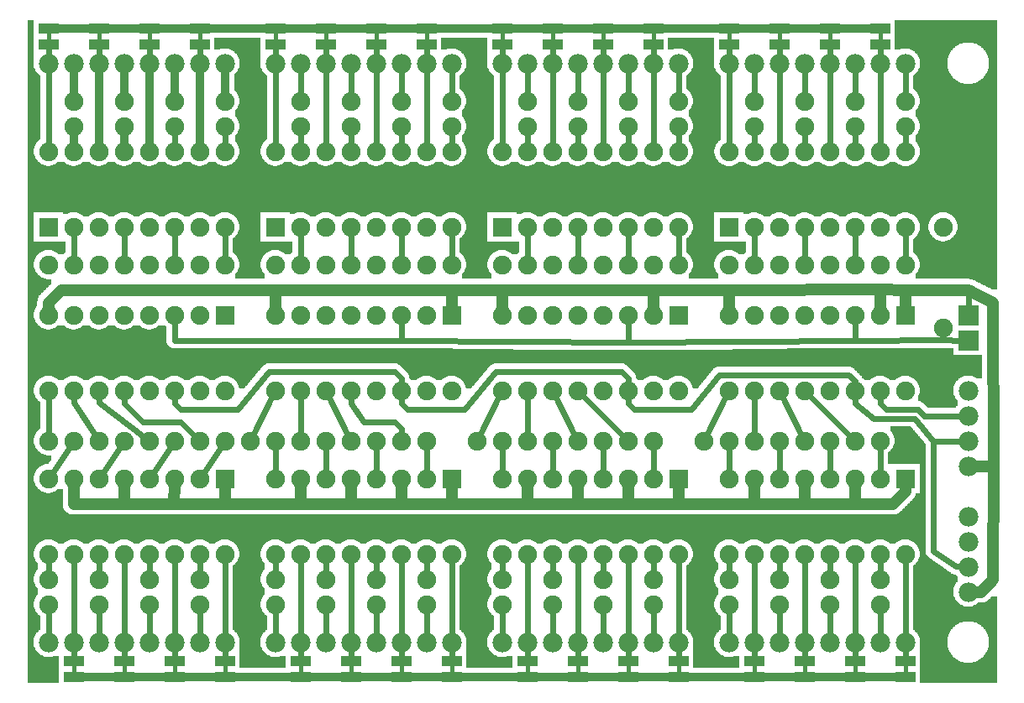
<source format=gbl>
G04 MADE WITH FRITZING*
G04 WWW.FRITZING.ORG*
G04 DOUBLE SIDED*
G04 HOLES PLATED*
G04 CONTOUR ON CENTER OF CONTOUR VECTOR*
%ASAXBY*%
%FSLAX23Y23*%
%MOIN*%
%OFA0B0*%
%SFA1.0B1.0*%
%ADD10C,0.075000*%
%ADD11C,0.078000*%
%ADD12R,0.078740X0.078740*%
%ADD13R,0.075000X0.075000*%
%ADD14R,0.078740X0.039370*%
%ADD15C,0.024000*%
%ADD16C,0.048000*%
%ADD17C,0.032000*%
%ADD18C,0.016000*%
%LNCOPPER0*%
G90*
G70*
G54D10*
X922Y2440D03*
X3673Y1854D03*
X3673Y1454D03*
G54D11*
X823Y2504D03*
X723Y2504D03*
X623Y2504D03*
X523Y2504D03*
X423Y2504D03*
X323Y2504D03*
X223Y2504D03*
X123Y2504D03*
X1723Y2504D03*
X1623Y2504D03*
X1523Y2504D03*
X1423Y2504D03*
X1323Y2504D03*
X1223Y2504D03*
X1123Y2504D03*
X1023Y2504D03*
X2623Y2504D03*
X2523Y2504D03*
X2423Y2504D03*
X2323Y2504D03*
X2223Y2504D03*
X2123Y2504D03*
X2023Y2504D03*
X1923Y2504D03*
X3523Y2504D03*
X3423Y2504D03*
X3323Y2504D03*
X3223Y2504D03*
X3123Y2504D03*
X3023Y2504D03*
X2923Y2504D03*
X2823Y2504D03*
G54D10*
X823Y1504D03*
X823Y1204D03*
X723Y1504D03*
X723Y1204D03*
X623Y1504D03*
X623Y1204D03*
X523Y1504D03*
X523Y1204D03*
X423Y1504D03*
X423Y1204D03*
X323Y1504D03*
X323Y1204D03*
X223Y1504D03*
X223Y1204D03*
X123Y1504D03*
X123Y1204D03*
X1723Y1504D03*
X1723Y1204D03*
X1623Y1504D03*
X1623Y1204D03*
X1523Y1504D03*
X1523Y1204D03*
X1423Y1504D03*
X1423Y1204D03*
X1323Y1504D03*
X1323Y1204D03*
X1223Y1504D03*
X1223Y1204D03*
X1123Y1504D03*
X1123Y1204D03*
X1023Y1504D03*
X1023Y1204D03*
X2623Y1504D03*
X2623Y1204D03*
X2523Y1504D03*
X2523Y1204D03*
X2423Y1504D03*
X2423Y1204D03*
X2323Y1504D03*
X2323Y1204D03*
X2223Y1504D03*
X2223Y1204D03*
X2123Y1504D03*
X2123Y1204D03*
X2023Y1504D03*
X2023Y1204D03*
X1923Y1504D03*
X1923Y1204D03*
X3523Y1504D03*
X3523Y1204D03*
X3423Y1504D03*
X3423Y1204D03*
X3323Y1504D03*
X3323Y1204D03*
X3223Y1504D03*
X3223Y1204D03*
X3123Y1504D03*
X3123Y1204D03*
X3023Y1504D03*
X3023Y1204D03*
X2923Y1504D03*
X2923Y1204D03*
X2823Y1504D03*
X2823Y1204D03*
G54D11*
X3773Y704D03*
X3773Y604D03*
X3773Y504D03*
X3773Y404D03*
X3773Y1204D03*
X3773Y1104D03*
X3773Y1004D03*
X3773Y904D03*
G54D10*
X823Y854D03*
X823Y554D03*
X723Y854D03*
X723Y554D03*
X623Y854D03*
X623Y554D03*
X523Y854D03*
X523Y554D03*
X423Y854D03*
X423Y554D03*
X323Y854D03*
X323Y554D03*
X223Y854D03*
X223Y554D03*
X123Y854D03*
X123Y554D03*
X1723Y854D03*
X1723Y554D03*
X1623Y854D03*
X1623Y554D03*
X1523Y854D03*
X1523Y554D03*
X1423Y854D03*
X1423Y554D03*
X1323Y854D03*
X1323Y554D03*
X1223Y854D03*
X1223Y554D03*
X1123Y854D03*
X1123Y554D03*
X1023Y854D03*
X1023Y554D03*
X2623Y854D03*
X2623Y554D03*
X2523Y854D03*
X2523Y554D03*
X2423Y854D03*
X2423Y554D03*
X2323Y854D03*
X2323Y554D03*
X2223Y854D03*
X2223Y554D03*
X2123Y854D03*
X2123Y554D03*
X2023Y854D03*
X2023Y554D03*
X1923Y854D03*
X1923Y554D03*
X3523Y854D03*
X3523Y554D03*
X3423Y854D03*
X3423Y554D03*
X3323Y854D03*
X3323Y554D03*
X3223Y854D03*
X3223Y554D03*
X3123Y854D03*
X3123Y554D03*
X3023Y854D03*
X3023Y554D03*
X2923Y854D03*
X2923Y554D03*
X2823Y854D03*
X2823Y554D03*
X123Y1854D03*
X123Y2154D03*
X223Y1854D03*
X223Y2154D03*
X323Y1854D03*
X323Y2154D03*
X423Y1854D03*
X423Y2154D03*
X523Y1854D03*
X523Y2154D03*
X623Y1854D03*
X623Y2154D03*
X723Y1854D03*
X723Y2154D03*
X823Y1854D03*
X823Y2154D03*
X1923Y1854D03*
X1923Y2154D03*
X2023Y1854D03*
X2023Y2154D03*
X2123Y1854D03*
X2123Y2154D03*
X2223Y1854D03*
X2223Y2154D03*
X2323Y1854D03*
X2323Y2154D03*
X2423Y1854D03*
X2423Y2154D03*
X2523Y1854D03*
X2523Y2154D03*
X2623Y1854D03*
X2623Y2154D03*
X1023Y1854D03*
X1023Y2154D03*
X1123Y1854D03*
X1123Y2154D03*
X1223Y1854D03*
X1223Y2154D03*
X1323Y1854D03*
X1323Y2154D03*
X1423Y1854D03*
X1423Y2154D03*
X1523Y1854D03*
X1523Y2154D03*
X1623Y1854D03*
X1623Y2154D03*
X1723Y1854D03*
X1723Y2154D03*
X2824Y1853D03*
X2824Y2153D03*
X2924Y1853D03*
X2924Y2153D03*
X3024Y1853D03*
X3024Y2153D03*
X3124Y1853D03*
X3124Y2153D03*
X3224Y1853D03*
X3224Y2153D03*
X3324Y1853D03*
X3324Y2153D03*
X3424Y1853D03*
X3424Y2153D03*
X3524Y1853D03*
X3524Y2153D03*
X3523Y2254D03*
X3523Y2354D03*
X3123Y2354D03*
X3123Y2254D03*
X1723Y2354D03*
X1723Y2254D03*
X2623Y2354D03*
X2623Y2254D03*
X1523Y2354D03*
X1523Y2254D03*
X2423Y2354D03*
X2423Y2254D03*
X1323Y2354D03*
X1323Y2254D03*
X2223Y2354D03*
X2223Y2254D03*
X1123Y2354D03*
X1123Y2254D03*
X2023Y2354D03*
X2023Y2254D03*
X3323Y1004D03*
X3423Y1004D03*
X3123Y1004D03*
X3223Y1004D03*
X2923Y1004D03*
X3023Y1004D03*
X123Y1004D03*
X223Y1004D03*
X923Y1004D03*
X1023Y1004D03*
X1823Y1004D03*
X1923Y1004D03*
X323Y1004D03*
X423Y1004D03*
X1123Y1004D03*
X1223Y1004D03*
X2023Y1004D03*
X2123Y1004D03*
X523Y1004D03*
X623Y1004D03*
X1323Y1004D03*
X1423Y1004D03*
X2223Y1004D03*
X2323Y1004D03*
X723Y1004D03*
X823Y1004D03*
X1523Y1004D03*
X1623Y1004D03*
X2423Y1004D03*
X2523Y1004D03*
X2723Y1004D03*
X2823Y1004D03*
X3423Y1704D03*
X3523Y1704D03*
X3023Y1704D03*
X3123Y1704D03*
X3323Y1704D03*
X3223Y1704D03*
X723Y1704D03*
X823Y1704D03*
X1623Y1704D03*
X1723Y1704D03*
X2523Y1704D03*
X2623Y1704D03*
X623Y1704D03*
X523Y1704D03*
X1523Y1704D03*
X1423Y1704D03*
X2423Y1704D03*
X2323Y1704D03*
X323Y1704D03*
X423Y1704D03*
X1223Y1704D03*
X1323Y1704D03*
X2123Y1704D03*
X2223Y1704D03*
X223Y1704D03*
X123Y1704D03*
X1123Y1704D03*
X1023Y1704D03*
X2023Y1704D03*
X1923Y1704D03*
X2923Y1704D03*
X2823Y1704D03*
X3423Y454D03*
X3423Y354D03*
X3223Y454D03*
X3223Y354D03*
X3023Y454D03*
X3023Y354D03*
X723Y454D03*
X723Y354D03*
X1623Y454D03*
X1623Y354D03*
X2523Y454D03*
X2523Y354D03*
X523Y454D03*
X523Y354D03*
X1423Y454D03*
X1423Y354D03*
X2323Y454D03*
X2323Y354D03*
X323Y454D03*
X323Y354D03*
X1223Y454D03*
X1223Y354D03*
X2123Y454D03*
X2123Y354D03*
X123Y454D03*
X123Y354D03*
X1023Y454D03*
X1023Y354D03*
X1923Y454D03*
X1923Y354D03*
X2823Y454D03*
X2823Y354D03*
X823Y2354D03*
X823Y2254D03*
X623Y2354D03*
X623Y2254D03*
X223Y2354D03*
X223Y2254D03*
X423Y2354D03*
X423Y2254D03*
G54D11*
X123Y204D03*
X223Y204D03*
X323Y204D03*
X423Y204D03*
X523Y204D03*
X623Y204D03*
X723Y204D03*
X823Y204D03*
X2823Y204D03*
X2923Y204D03*
X3023Y204D03*
X3123Y204D03*
X3223Y204D03*
X3323Y204D03*
X3423Y204D03*
X3523Y204D03*
X1923Y204D03*
X2023Y204D03*
X2123Y204D03*
X2223Y204D03*
X2323Y204D03*
X2423Y204D03*
X2523Y204D03*
X2623Y204D03*
X1023Y204D03*
X1123Y204D03*
X1223Y204D03*
X1323Y204D03*
X1423Y204D03*
X1523Y204D03*
X1623Y204D03*
X1723Y204D03*
G54D10*
X3323Y2254D03*
X3323Y2354D03*
X2923Y2354D03*
X2923Y2254D03*
G54D12*
X3773Y1504D03*
X3773Y1404D03*
G54D13*
X823Y1504D03*
X1723Y1504D03*
X2623Y1504D03*
X3523Y1504D03*
X823Y854D03*
X1723Y854D03*
X2623Y854D03*
X3523Y854D03*
X123Y1854D03*
X1923Y1854D03*
X1023Y1854D03*
X2824Y1853D03*
G54D14*
X2823Y2642D03*
X223Y129D03*
X423Y67D03*
X423Y129D03*
X623Y67D03*
X223Y67D03*
X123Y2579D03*
X523Y2579D03*
X623Y129D03*
X323Y2642D03*
X123Y2642D03*
X323Y2579D03*
X823Y67D03*
X1523Y67D03*
X523Y2642D03*
X1523Y129D03*
X1723Y129D03*
X1723Y67D03*
X1323Y129D03*
X823Y129D03*
X1323Y67D03*
X1123Y67D03*
X2023Y67D03*
X2023Y129D03*
X1123Y129D03*
X2123Y2642D03*
X3423Y2642D03*
X2323Y2579D03*
X2523Y2642D03*
X723Y2579D03*
X2523Y2579D03*
X3423Y2579D03*
X2823Y2579D03*
X3223Y2642D03*
X3023Y2642D03*
X3223Y2579D03*
X3023Y2579D03*
X2323Y2642D03*
X1223Y2642D03*
X1423Y2579D03*
X1023Y2642D03*
X723Y2642D03*
X1023Y2579D03*
X1223Y2579D03*
X1423Y2642D03*
X1923Y2642D03*
X1923Y2579D03*
X2123Y2579D03*
X1623Y2642D03*
X1623Y2579D03*
X2423Y67D03*
X2423Y129D03*
X3523Y67D03*
X3323Y67D03*
X3123Y67D03*
X2923Y67D03*
X2623Y67D03*
X3523Y129D03*
X3323Y129D03*
X3123Y129D03*
X2923Y129D03*
X2623Y129D03*
X2223Y67D03*
X2223Y129D03*
G54D15*
X3773Y1604D02*
X3773Y1536D01*
D02*
X623Y1403D02*
X623Y1487D01*
D02*
X1524Y1403D02*
X623Y1403D01*
D02*
X1523Y1487D02*
X1524Y1403D01*
D02*
X2425Y1396D02*
X2423Y1487D01*
D02*
X1524Y1403D02*
X2425Y1396D01*
D02*
X3323Y1404D02*
X3323Y1487D01*
D02*
X2425Y1396D02*
X3323Y1404D01*
D02*
X3674Y1405D02*
X3742Y1404D01*
D02*
X3673Y1437D02*
X3674Y1405D01*
D02*
X3323Y1404D02*
X3674Y1405D01*
G54D16*
D02*
X1023Y1604D02*
X174Y1604D01*
D02*
X174Y1604D02*
X123Y1554D01*
D02*
X1023Y1604D02*
X1023Y1522D01*
D02*
X1723Y1604D02*
X1023Y1604D01*
D02*
X123Y1554D02*
X123Y1522D01*
D02*
X1723Y1604D02*
X1923Y1604D01*
D02*
X1923Y1604D02*
X1923Y1522D01*
D02*
X1723Y1604D02*
X1723Y1522D01*
D02*
X2524Y1604D02*
X1923Y1604D01*
D02*
X2524Y1604D02*
X2523Y1522D01*
D02*
X2823Y1604D02*
X2524Y1604D01*
D02*
X2823Y1604D02*
X2823Y1522D01*
D02*
X3424Y1605D02*
X2823Y1604D01*
D02*
X3523Y1604D02*
X3424Y1605D01*
D02*
X3424Y1605D02*
X3423Y1522D01*
G54D15*
D02*
X2824Y2171D02*
X2823Y2485D01*
D02*
X3448Y1130D02*
X3423Y1154D01*
D02*
X3423Y1154D02*
X3423Y1187D01*
D02*
X3573Y1130D02*
X3448Y1130D01*
D02*
X3598Y1104D02*
X3573Y1130D01*
D02*
X3754Y1104D02*
X3598Y1104D01*
D02*
X2923Y2372D02*
X2923Y2485D01*
D02*
X3024Y2171D02*
X3023Y2485D01*
D02*
X3123Y2372D02*
X3123Y2485D01*
D02*
X3224Y2171D02*
X3223Y2485D01*
D02*
X3323Y2372D02*
X3323Y2485D01*
D02*
X3424Y2171D02*
X3423Y2485D01*
D02*
X3523Y2372D02*
X3523Y2485D01*
D02*
X1923Y2172D02*
X1923Y2485D01*
D02*
X2023Y2372D02*
X2023Y2485D01*
D02*
X2123Y2172D02*
X2123Y2485D01*
D02*
X2223Y2372D02*
X2223Y2485D01*
D02*
X2323Y2172D02*
X2323Y2485D01*
D02*
X2423Y2372D02*
X2423Y2485D01*
D02*
X2523Y2172D02*
X2523Y2485D01*
D02*
X2623Y2372D02*
X2623Y2485D01*
D02*
X1723Y2372D02*
X1723Y2485D01*
D02*
X1623Y2172D02*
X1623Y2485D01*
D02*
X1523Y2372D02*
X1523Y2485D01*
D02*
X1423Y2172D02*
X1423Y2485D01*
D02*
X1323Y2372D02*
X1323Y2485D01*
D02*
X1223Y2172D02*
X1223Y2485D01*
D02*
X1123Y2372D02*
X1123Y2485D01*
D02*
X1023Y2172D02*
X1023Y2485D01*
G54D17*
D02*
X323Y2172D02*
X323Y2485D01*
D02*
X523Y2172D02*
X523Y2485D01*
D02*
X723Y2172D02*
X723Y2485D01*
G54D16*
D02*
X3873Y904D02*
X3792Y904D01*
D02*
X3873Y904D02*
X3872Y454D01*
D02*
X3872Y1554D02*
X3873Y904D01*
D02*
X3773Y1604D02*
X3872Y1554D01*
D02*
X3872Y454D02*
X3824Y404D01*
D02*
X3623Y1604D02*
X3773Y1604D01*
D02*
X3523Y1604D02*
X3623Y1604D01*
D02*
X3523Y1522D02*
X3523Y1604D01*
D02*
X3824Y404D02*
X3792Y404D01*
G54D15*
D02*
X1123Y2172D02*
X1123Y2237D01*
D02*
X1323Y2172D02*
X1323Y2237D01*
D02*
X1523Y2172D02*
X1523Y2237D01*
D02*
X1723Y2172D02*
X1723Y2237D01*
D02*
X1723Y1722D02*
X1723Y1837D01*
D02*
X1523Y1722D02*
X1523Y1837D01*
D02*
X1323Y1722D02*
X1323Y1837D01*
D02*
X1123Y1722D02*
X1123Y1837D01*
D02*
X223Y1722D02*
X223Y1837D01*
D02*
X423Y1722D02*
X423Y1837D01*
D02*
X623Y1722D02*
X623Y1837D01*
D02*
X823Y1722D02*
X823Y1837D01*
D02*
X123Y1022D02*
X123Y1187D01*
D02*
X223Y1155D02*
X223Y1187D01*
D02*
X313Y1019D02*
X223Y1155D01*
D02*
X323Y1155D02*
X323Y1187D01*
D02*
X509Y1015D02*
X323Y1155D01*
D02*
X648Y1079D02*
X498Y1079D01*
D02*
X711Y1016D02*
X648Y1079D01*
D02*
X423Y1154D02*
X423Y1187D01*
D02*
X498Y1079D02*
X423Y1154D01*
D02*
X931Y1020D02*
X1015Y1188D01*
D02*
X1123Y1022D02*
X1123Y1187D01*
D02*
X1315Y1020D02*
X1231Y1188D01*
D02*
X1498Y1079D02*
X1373Y1079D01*
D02*
X1373Y1079D02*
X1323Y1154D01*
D02*
X1523Y1054D02*
X1498Y1079D01*
D02*
X1323Y1154D02*
X1323Y1187D01*
D02*
X1523Y1022D02*
X1523Y1054D01*
D02*
X133Y869D02*
X213Y990D01*
D02*
X333Y869D02*
X413Y990D01*
D02*
X533Y869D02*
X613Y990D01*
D02*
X733Y869D02*
X813Y990D01*
D02*
X1023Y872D02*
X1023Y987D01*
D02*
X1223Y872D02*
X1223Y987D01*
D02*
X1423Y872D02*
X1423Y987D01*
D02*
X1623Y872D02*
X1623Y987D01*
G54D16*
D02*
X2023Y754D02*
X1723Y754D01*
D02*
X1723Y754D02*
X1523Y754D01*
D02*
X1723Y754D02*
X1723Y837D01*
D02*
X1523Y754D02*
X1323Y754D01*
D02*
X1523Y754D02*
X1523Y837D01*
D02*
X1323Y754D02*
X1123Y754D01*
D02*
X1323Y754D02*
X1323Y837D01*
D02*
X1123Y754D02*
X823Y754D01*
D02*
X823Y754D02*
X622Y754D01*
D02*
X1123Y754D02*
X1123Y837D01*
D02*
X622Y754D02*
X423Y754D01*
D02*
X823Y754D02*
X823Y837D01*
D02*
X423Y754D02*
X223Y754D01*
D02*
X622Y754D02*
X623Y837D01*
D02*
X223Y754D02*
X223Y837D01*
D02*
X423Y754D02*
X423Y837D01*
G54D15*
D02*
X1023Y472D02*
X1023Y537D01*
D02*
X1223Y472D02*
X1223Y537D01*
D02*
X1423Y472D02*
X1423Y537D01*
D02*
X1623Y472D02*
X1623Y537D01*
D02*
X723Y472D02*
X723Y537D01*
D02*
X523Y472D02*
X523Y537D01*
D02*
X323Y472D02*
X323Y537D01*
D02*
X123Y472D02*
X123Y537D01*
D02*
X2924Y1836D02*
X2923Y1722D01*
D02*
X3124Y1836D02*
X3123Y1722D01*
D02*
X3324Y1836D02*
X3323Y1722D01*
D02*
X3524Y1836D02*
X3523Y1722D01*
D02*
X3636Y1004D02*
X3754Y1004D01*
D02*
X3560Y1092D02*
X3636Y1004D01*
D02*
X3323Y1154D02*
X3398Y1092D01*
D02*
X3398Y1092D02*
X3560Y1092D01*
D02*
X3323Y1187D02*
X3323Y1154D01*
D02*
X3636Y567D02*
X3723Y505D01*
D02*
X3636Y1004D02*
X3636Y567D01*
D02*
X2823Y472D02*
X2823Y537D01*
D02*
X3023Y472D02*
X3023Y537D01*
D02*
X3223Y472D02*
X3223Y537D01*
D02*
X3423Y472D02*
X3423Y537D01*
D02*
X2823Y872D02*
X2823Y987D01*
D02*
X3023Y872D02*
X3023Y987D01*
D02*
X3223Y872D02*
X3223Y987D01*
D02*
X3423Y872D02*
X3423Y987D01*
G54D16*
D02*
X3123Y754D02*
X3323Y754D01*
D02*
X3323Y754D02*
X3323Y837D01*
D02*
X3123Y754D02*
X2923Y754D01*
D02*
X3323Y754D02*
X3473Y754D01*
D02*
X2923Y754D02*
X2923Y837D01*
D02*
X3123Y837D02*
X3123Y754D01*
D02*
X3523Y804D02*
X3523Y837D01*
D02*
X2623Y754D02*
X2423Y754D01*
D02*
X2423Y754D02*
X2223Y754D01*
D02*
X2423Y754D02*
X2423Y837D01*
D02*
X2923Y754D02*
X2623Y754D01*
D02*
X2623Y754D02*
X2623Y837D01*
D02*
X2223Y754D02*
X2023Y754D01*
D02*
X2223Y754D02*
X2223Y837D01*
D02*
X2023Y754D02*
X2023Y837D01*
G54D15*
D02*
X2023Y2172D02*
X2023Y2237D01*
D02*
X2223Y2172D02*
X2223Y2237D01*
D02*
X2423Y2172D02*
X2423Y2237D01*
D02*
X2623Y2172D02*
X2623Y2237D01*
D02*
X2924Y2171D02*
X2923Y2237D01*
D02*
X3124Y2171D02*
X3123Y2237D01*
D02*
X3324Y2171D02*
X3323Y2237D01*
D02*
X3524Y2171D02*
X3523Y2237D01*
D02*
X2023Y1722D02*
X2023Y1837D01*
D02*
X2223Y1722D02*
X2223Y1837D01*
D02*
X2423Y1722D02*
X2423Y1837D01*
D02*
X2623Y1722D02*
X2623Y1837D01*
D02*
X1831Y1020D02*
X1915Y1188D01*
D02*
X2023Y1022D02*
X2023Y1187D01*
D02*
X2215Y1020D02*
X2131Y1188D01*
D02*
X2411Y1017D02*
X2235Y1192D01*
D02*
X2523Y872D02*
X2523Y987D01*
D02*
X2323Y872D02*
X2323Y987D01*
D02*
X2123Y872D02*
X2123Y987D01*
D02*
X1923Y872D02*
X1923Y987D01*
D02*
X1923Y472D02*
X1923Y537D01*
D02*
X2123Y472D02*
X2123Y537D01*
D02*
X2323Y472D02*
X2323Y537D01*
D02*
X2523Y472D02*
X2523Y537D01*
D02*
X873Y1130D02*
X648Y1130D01*
D02*
X648Y1130D02*
X623Y1154D01*
D02*
X1498Y1279D02*
X998Y1279D01*
D02*
X1523Y1254D02*
X1498Y1279D01*
D02*
X998Y1279D02*
X873Y1130D01*
D02*
X623Y1154D02*
X623Y1187D01*
D02*
X1523Y1254D02*
X1523Y1222D01*
D02*
X1899Y1279D02*
X1773Y1130D01*
D02*
X1548Y1130D02*
X1523Y1154D01*
D02*
X1523Y1154D02*
X1523Y1187D01*
D02*
X1773Y1130D02*
X1548Y1130D01*
D02*
X2398Y1279D02*
X1899Y1279D01*
D02*
X2425Y1251D02*
X2398Y1279D01*
D02*
X2448Y1130D02*
X2673Y1130D01*
D02*
X2423Y1154D02*
X2448Y1130D01*
D02*
X2423Y1187D02*
X2423Y1154D01*
D02*
X3298Y1267D02*
X3323Y1241D01*
D02*
X2785Y1267D02*
X3298Y1267D01*
D02*
X2673Y1130D02*
X2785Y1267D01*
D02*
X3323Y1241D02*
X3323Y1222D01*
D02*
X2424Y1222D02*
X2425Y1251D01*
D02*
X3311Y1017D02*
X3135Y1192D01*
D02*
X3115Y1020D02*
X3031Y1188D01*
D02*
X2923Y1022D02*
X2923Y1187D01*
D02*
X2731Y1020D02*
X2815Y1188D01*
G54D17*
D02*
X623Y2372D02*
X623Y2485D01*
D02*
X823Y2372D02*
X823Y2485D01*
G54D15*
D02*
X823Y2172D02*
X823Y2237D01*
D02*
X623Y2172D02*
X623Y2237D01*
D02*
X123Y2172D02*
X123Y2485D01*
D02*
X123Y337D02*
X123Y223D01*
D02*
X223Y537D02*
X223Y223D01*
D02*
X423Y537D02*
X423Y223D01*
D02*
X323Y337D02*
X323Y223D01*
D02*
X523Y337D02*
X523Y223D01*
D02*
X623Y537D02*
X623Y223D01*
D02*
X723Y337D02*
X723Y223D01*
D02*
X823Y537D02*
X823Y223D01*
D02*
X1023Y223D02*
X1023Y337D01*
D02*
X1123Y223D02*
X1123Y537D01*
D02*
X1223Y223D02*
X1223Y337D01*
D02*
X1323Y223D02*
X1323Y537D01*
D02*
X1423Y223D02*
X1423Y337D01*
D02*
X1523Y223D02*
X1523Y537D01*
D02*
X1623Y223D02*
X1623Y337D01*
D02*
X1723Y223D02*
X1723Y537D01*
D02*
X1923Y223D02*
X1923Y337D01*
D02*
X2023Y223D02*
X2023Y537D01*
D02*
X2223Y223D02*
X2223Y537D01*
D02*
X2423Y223D02*
X2423Y537D01*
D02*
X2323Y223D02*
X2323Y337D01*
D02*
X2123Y223D02*
X2123Y337D01*
D02*
X2523Y223D02*
X2523Y337D01*
D02*
X2623Y223D02*
X2623Y537D01*
D02*
X2823Y223D02*
X2823Y337D01*
D02*
X2923Y223D02*
X2923Y537D01*
D02*
X3023Y223D02*
X3023Y337D01*
D02*
X3123Y223D02*
X3123Y537D01*
D02*
X3223Y223D02*
X3223Y337D01*
D02*
X3323Y223D02*
X3323Y537D01*
D02*
X3423Y223D02*
X3423Y337D01*
D02*
X3523Y223D02*
X3523Y537D01*
G54D17*
D02*
X423Y2172D02*
X423Y2237D01*
D02*
X223Y2172D02*
X223Y2237D01*
D02*
X223Y2372D02*
X223Y2485D01*
D02*
X423Y2372D02*
X423Y2485D01*
D02*
X2989Y2642D02*
X2857Y2642D01*
G54D15*
D02*
X3023Y2523D02*
X3023Y2565D01*
D02*
X2823Y2523D02*
X2823Y2565D01*
G54D18*
D02*
X3023Y2593D02*
X3023Y2628D01*
G54D17*
D02*
X3189Y2642D02*
X3057Y2642D01*
D02*
X3257Y2642D02*
X3389Y2642D01*
G54D15*
D02*
X3223Y2523D02*
X3223Y2565D01*
D02*
X3423Y2523D02*
X3423Y2565D01*
G54D18*
D02*
X3423Y2593D02*
X3423Y2628D01*
D02*
X3223Y2628D02*
X3223Y2593D01*
D02*
X2823Y2628D02*
X2823Y2593D01*
G54D15*
D02*
X1923Y2565D02*
X1923Y2523D01*
D02*
X2123Y2565D02*
X2123Y2523D01*
D02*
X2323Y2565D02*
X2323Y2523D01*
D02*
X2523Y2565D02*
X2523Y2523D01*
G54D17*
D02*
X2789Y2642D02*
X2557Y2642D01*
D02*
X2489Y2642D02*
X2357Y2642D01*
D02*
X2289Y2642D02*
X2157Y2642D01*
D02*
X2089Y2642D02*
X1957Y2642D01*
G54D18*
D02*
X1923Y2628D02*
X1923Y2593D01*
D02*
X2123Y2628D02*
X2123Y2593D01*
D02*
X2323Y2628D02*
X2323Y2593D01*
D02*
X2523Y2628D02*
X2523Y2593D01*
G54D17*
D02*
X1889Y2642D02*
X1657Y2642D01*
D02*
X1589Y2642D02*
X1457Y2642D01*
D02*
X1389Y2642D02*
X1257Y2642D01*
D02*
X1189Y2642D02*
X1057Y2642D01*
G54D15*
D02*
X1023Y2565D02*
X1023Y2523D01*
D02*
X1223Y2565D02*
X1223Y2523D01*
D02*
X1423Y2565D02*
X1423Y2523D01*
D02*
X1623Y2565D02*
X1623Y2523D01*
G54D18*
D02*
X1623Y2628D02*
X1623Y2593D01*
D02*
X1423Y2628D02*
X1423Y2593D01*
D02*
X1223Y2628D02*
X1223Y2593D01*
D02*
X1023Y2628D02*
X1023Y2593D01*
G54D17*
D02*
X289Y2642D02*
X157Y2642D01*
D02*
X489Y2642D02*
X357Y2642D01*
D02*
X689Y2642D02*
X557Y2642D01*
D02*
X989Y2642D02*
X757Y2642D01*
G54D15*
D02*
X123Y2523D02*
X123Y2565D01*
D02*
X323Y2523D02*
X323Y2565D01*
D02*
X523Y2523D02*
X523Y2565D01*
D02*
X723Y2523D02*
X723Y2565D01*
G54D18*
D02*
X723Y2628D02*
X723Y2593D01*
D02*
X323Y2628D02*
X323Y2593D01*
D02*
X523Y2628D02*
X523Y2593D01*
D02*
X123Y2628D02*
X123Y2593D01*
G54D17*
D02*
X389Y67D02*
X257Y67D01*
D02*
X589Y67D02*
X457Y67D01*
D02*
X789Y67D02*
X657Y67D01*
D02*
X1089Y67D02*
X857Y67D01*
D02*
X1289Y67D02*
X1157Y67D01*
D02*
X1489Y67D02*
X1357Y67D01*
D02*
X1689Y67D02*
X1557Y67D01*
G54D18*
D02*
X1723Y81D02*
X1723Y115D01*
D02*
X1523Y81D02*
X1523Y115D01*
D02*
X1323Y81D02*
X1323Y115D01*
D02*
X1123Y81D02*
X1123Y115D01*
D02*
X823Y81D02*
X823Y115D01*
D02*
X623Y81D02*
X623Y115D01*
D02*
X423Y81D02*
X423Y115D01*
D02*
X223Y81D02*
X223Y115D01*
G54D15*
D02*
X223Y143D02*
X223Y185D01*
D02*
X423Y143D02*
X423Y185D01*
D02*
X623Y143D02*
X623Y185D01*
D02*
X823Y143D02*
X823Y185D01*
D02*
X1123Y143D02*
X1123Y185D01*
D02*
X1323Y143D02*
X1323Y185D01*
D02*
X1523Y143D02*
X1523Y185D01*
D02*
X1723Y143D02*
X1723Y185D01*
G54D17*
D02*
X1989Y67D02*
X1757Y67D01*
D02*
X2189Y67D02*
X2057Y67D01*
D02*
X2389Y67D02*
X2257Y67D01*
D02*
X2589Y67D02*
X2457Y67D01*
G54D18*
D02*
X2023Y81D02*
X2023Y115D01*
D02*
X2223Y81D02*
X2223Y115D01*
D02*
X2423Y81D02*
X2423Y115D01*
D02*
X2623Y81D02*
X2623Y115D01*
G54D15*
D02*
X2023Y143D02*
X2023Y185D01*
D02*
X2223Y143D02*
X2223Y185D01*
D02*
X2423Y143D02*
X2423Y185D01*
D02*
X2623Y143D02*
X2623Y185D01*
G54D17*
D02*
X2889Y67D02*
X2657Y67D01*
D02*
X3089Y67D02*
X2957Y67D01*
D02*
X3289Y67D02*
X3157Y67D01*
D02*
X3489Y67D02*
X3357Y67D01*
G54D18*
D02*
X3523Y81D02*
X3523Y115D01*
D02*
X3323Y81D02*
X3323Y115D01*
D02*
X3123Y81D02*
X3123Y115D01*
D02*
X2923Y81D02*
X2923Y115D01*
G54D15*
D02*
X2923Y143D02*
X2923Y185D01*
D02*
X3123Y143D02*
X3123Y185D01*
D02*
X3323Y143D02*
X3323Y185D01*
D02*
X3523Y143D02*
X3523Y185D01*
G54D16*
D02*
X3473Y754D02*
X3523Y804D01*
G54D15*
D02*
X3723Y505D02*
X3754Y504D01*
G36*
X40Y2677D02*
X40Y2097D01*
X114Y2097D01*
X114Y2099D01*
X106Y2099D01*
X106Y2101D01*
X100Y2101D01*
X100Y2103D01*
X96Y2103D01*
X96Y2105D01*
X92Y2105D01*
X92Y2107D01*
X90Y2107D01*
X90Y2109D01*
X88Y2109D01*
X88Y2111D01*
X84Y2111D01*
X84Y2113D01*
X82Y2113D01*
X82Y2115D01*
X80Y2115D01*
X80Y2119D01*
X78Y2119D01*
X78Y2121D01*
X76Y2121D01*
X76Y2123D01*
X74Y2123D01*
X74Y2127D01*
X72Y2127D01*
X72Y2131D01*
X70Y2131D01*
X70Y2135D01*
X68Y2135D01*
X68Y2143D01*
X66Y2143D01*
X66Y2167D01*
X68Y2167D01*
X68Y2175D01*
X70Y2175D01*
X70Y2179D01*
X72Y2179D01*
X72Y2183D01*
X74Y2183D01*
X74Y2185D01*
X76Y2185D01*
X76Y2189D01*
X78Y2189D01*
X78Y2191D01*
X80Y2191D01*
X80Y2193D01*
X82Y2193D01*
X82Y2195D01*
X84Y2195D01*
X84Y2197D01*
X86Y2197D01*
X86Y2199D01*
X88Y2199D01*
X88Y2201D01*
X90Y2201D01*
X90Y2203D01*
X92Y2203D01*
X92Y2455D01*
X90Y2455D01*
X90Y2457D01*
X88Y2457D01*
X88Y2459D01*
X84Y2459D01*
X84Y2461D01*
X82Y2461D01*
X82Y2463D01*
X80Y2463D01*
X80Y2465D01*
X78Y2465D01*
X78Y2469D01*
X76Y2469D01*
X76Y2471D01*
X74Y2471D01*
X74Y2473D01*
X72Y2473D01*
X72Y2477D01*
X70Y2477D01*
X70Y2481D01*
X68Y2481D01*
X68Y2487D01*
X66Y2487D01*
X66Y2495D01*
X64Y2495D01*
X64Y2515D01*
X66Y2515D01*
X66Y2539D01*
X64Y2539D01*
X64Y2677D01*
X40Y2677D01*
G37*
D02*
G36*
X3482Y2677D02*
X3482Y2587D01*
X3788Y2587D01*
X3788Y2585D01*
X3796Y2585D01*
X3796Y2583D01*
X3802Y2583D01*
X3802Y2581D01*
X3808Y2581D01*
X3808Y2579D01*
X3812Y2579D01*
X3812Y2577D01*
X3816Y2577D01*
X3816Y2575D01*
X3818Y2575D01*
X3818Y2573D01*
X3822Y2573D01*
X3822Y2571D01*
X3824Y2571D01*
X3824Y2569D01*
X3826Y2569D01*
X3826Y2567D01*
X3828Y2567D01*
X3828Y2565D01*
X3830Y2565D01*
X3830Y2563D01*
X3832Y2563D01*
X3832Y2561D01*
X3834Y2561D01*
X3834Y2559D01*
X3836Y2559D01*
X3836Y2557D01*
X3838Y2557D01*
X3838Y2555D01*
X3840Y2555D01*
X3840Y2551D01*
X3842Y2551D01*
X3842Y2549D01*
X3844Y2549D01*
X3844Y2545D01*
X3846Y2545D01*
X3846Y2541D01*
X3848Y2541D01*
X3848Y2537D01*
X3850Y2537D01*
X3850Y2533D01*
X3852Y2533D01*
X3852Y2527D01*
X3854Y2527D01*
X3854Y2517D01*
X3856Y2517D01*
X3856Y2493D01*
X3854Y2493D01*
X3854Y2483D01*
X3852Y2483D01*
X3852Y2477D01*
X3850Y2477D01*
X3850Y2471D01*
X3848Y2471D01*
X3848Y2467D01*
X3846Y2467D01*
X3846Y2463D01*
X3844Y2463D01*
X3844Y2461D01*
X3842Y2461D01*
X3842Y2457D01*
X3840Y2457D01*
X3840Y2455D01*
X3838Y2455D01*
X3838Y2451D01*
X3836Y2451D01*
X3836Y2449D01*
X3834Y2449D01*
X3834Y2447D01*
X3832Y2447D01*
X3832Y2445D01*
X3830Y2445D01*
X3830Y2443D01*
X3828Y2443D01*
X3828Y2441D01*
X3824Y2441D01*
X3824Y2439D01*
X3822Y2439D01*
X3822Y2437D01*
X3820Y2437D01*
X3820Y2435D01*
X3816Y2435D01*
X3816Y2433D01*
X3814Y2433D01*
X3814Y2431D01*
X3810Y2431D01*
X3810Y2429D01*
X3804Y2429D01*
X3804Y2427D01*
X3800Y2427D01*
X3800Y2425D01*
X3792Y2425D01*
X3792Y2423D01*
X3780Y2423D01*
X3780Y2421D01*
X3888Y2421D01*
X3888Y2677D01*
X3482Y2677D01*
G37*
D02*
G36*
X782Y2607D02*
X782Y2563D01*
X836Y2563D01*
X836Y2561D01*
X842Y2561D01*
X842Y2559D01*
X848Y2559D01*
X848Y2557D01*
X852Y2557D01*
X852Y2555D01*
X854Y2555D01*
X854Y2553D01*
X858Y2553D01*
X858Y2551D01*
X860Y2551D01*
X860Y2549D01*
X862Y2549D01*
X862Y2547D01*
X864Y2547D01*
X864Y2545D01*
X866Y2545D01*
X866Y2543D01*
X868Y2543D01*
X868Y2541D01*
X870Y2541D01*
X870Y2539D01*
X872Y2539D01*
X872Y2535D01*
X874Y2535D01*
X874Y2533D01*
X876Y2533D01*
X876Y2529D01*
X878Y2529D01*
X878Y2523D01*
X880Y2523D01*
X880Y2515D01*
X882Y2515D01*
X882Y2495D01*
X880Y2495D01*
X880Y2487D01*
X878Y2487D01*
X878Y2481D01*
X876Y2481D01*
X876Y2477D01*
X874Y2477D01*
X874Y2473D01*
X872Y2473D01*
X872Y2471D01*
X870Y2471D01*
X870Y2469D01*
X868Y2469D01*
X868Y2465D01*
X866Y2465D01*
X866Y2463D01*
X864Y2463D01*
X864Y2461D01*
X862Y2461D01*
X862Y2459D01*
X860Y2459D01*
X860Y2397D01*
X862Y2397D01*
X862Y2395D01*
X864Y2395D01*
X864Y2393D01*
X866Y2393D01*
X866Y2391D01*
X868Y2391D01*
X868Y2389D01*
X870Y2389D01*
X870Y2385D01*
X872Y2385D01*
X872Y2383D01*
X874Y2383D01*
X874Y2379D01*
X876Y2379D01*
X876Y2375D01*
X878Y2375D01*
X878Y2367D01*
X880Y2367D01*
X880Y2343D01*
X878Y2343D01*
X878Y2335D01*
X876Y2335D01*
X876Y2331D01*
X874Y2331D01*
X874Y2327D01*
X872Y2327D01*
X872Y2323D01*
X870Y2323D01*
X870Y2321D01*
X868Y2321D01*
X868Y2319D01*
X866Y2319D01*
X866Y2315D01*
X864Y2315D01*
X864Y2293D01*
X866Y2293D01*
X866Y2291D01*
X868Y2291D01*
X868Y2289D01*
X870Y2289D01*
X870Y2285D01*
X872Y2285D01*
X872Y2283D01*
X874Y2283D01*
X874Y2279D01*
X876Y2279D01*
X876Y2275D01*
X878Y2275D01*
X878Y2267D01*
X880Y2267D01*
X880Y2243D01*
X878Y2243D01*
X878Y2235D01*
X876Y2235D01*
X876Y2231D01*
X874Y2231D01*
X874Y2227D01*
X872Y2227D01*
X872Y2223D01*
X870Y2223D01*
X870Y2221D01*
X868Y2221D01*
X868Y2219D01*
X866Y2219D01*
X866Y2215D01*
X864Y2215D01*
X864Y2193D01*
X866Y2193D01*
X866Y2191D01*
X868Y2191D01*
X868Y2189D01*
X870Y2189D01*
X870Y2185D01*
X872Y2185D01*
X872Y2183D01*
X874Y2183D01*
X874Y2179D01*
X876Y2179D01*
X876Y2175D01*
X878Y2175D01*
X878Y2167D01*
X880Y2167D01*
X880Y2143D01*
X878Y2143D01*
X878Y2135D01*
X876Y2135D01*
X876Y2131D01*
X874Y2131D01*
X874Y2127D01*
X872Y2127D01*
X872Y2123D01*
X870Y2123D01*
X870Y2121D01*
X868Y2121D01*
X868Y2119D01*
X866Y2119D01*
X866Y2115D01*
X864Y2115D01*
X864Y2113D01*
X862Y2113D01*
X862Y2111D01*
X858Y2111D01*
X858Y2109D01*
X856Y2109D01*
X856Y2107D01*
X854Y2107D01*
X854Y2105D01*
X850Y2105D01*
X850Y2103D01*
X846Y2103D01*
X846Y2101D01*
X840Y2101D01*
X840Y2099D01*
X832Y2099D01*
X832Y2097D01*
X1014Y2097D01*
X1014Y2099D01*
X1006Y2099D01*
X1006Y2101D01*
X1000Y2101D01*
X1000Y2103D01*
X996Y2103D01*
X996Y2105D01*
X992Y2105D01*
X992Y2107D01*
X990Y2107D01*
X990Y2109D01*
X988Y2109D01*
X988Y2111D01*
X984Y2111D01*
X984Y2113D01*
X982Y2113D01*
X982Y2115D01*
X980Y2115D01*
X980Y2119D01*
X978Y2119D01*
X978Y2121D01*
X976Y2121D01*
X976Y2123D01*
X974Y2123D01*
X974Y2127D01*
X972Y2127D01*
X972Y2131D01*
X970Y2131D01*
X970Y2135D01*
X968Y2135D01*
X968Y2143D01*
X966Y2143D01*
X966Y2167D01*
X968Y2167D01*
X968Y2175D01*
X970Y2175D01*
X970Y2179D01*
X972Y2179D01*
X972Y2183D01*
X974Y2183D01*
X974Y2185D01*
X976Y2185D01*
X976Y2189D01*
X978Y2189D01*
X978Y2191D01*
X980Y2191D01*
X980Y2193D01*
X982Y2193D01*
X982Y2195D01*
X984Y2195D01*
X984Y2197D01*
X986Y2197D01*
X986Y2199D01*
X988Y2199D01*
X988Y2201D01*
X990Y2201D01*
X990Y2203D01*
X992Y2203D01*
X992Y2455D01*
X990Y2455D01*
X990Y2457D01*
X988Y2457D01*
X988Y2459D01*
X984Y2459D01*
X984Y2461D01*
X982Y2461D01*
X982Y2463D01*
X980Y2463D01*
X980Y2465D01*
X978Y2465D01*
X978Y2469D01*
X976Y2469D01*
X976Y2471D01*
X974Y2471D01*
X974Y2473D01*
X972Y2473D01*
X972Y2477D01*
X970Y2477D01*
X970Y2481D01*
X968Y2481D01*
X968Y2487D01*
X966Y2487D01*
X966Y2495D01*
X964Y2495D01*
X964Y2515D01*
X966Y2515D01*
X966Y2539D01*
X964Y2539D01*
X964Y2607D01*
X782Y2607D01*
G37*
D02*
G36*
X1682Y2607D02*
X1682Y2563D01*
X1736Y2563D01*
X1736Y2561D01*
X1742Y2561D01*
X1742Y2559D01*
X1748Y2559D01*
X1748Y2557D01*
X1752Y2557D01*
X1752Y2555D01*
X1754Y2555D01*
X1754Y2553D01*
X1758Y2553D01*
X1758Y2551D01*
X1760Y2551D01*
X1760Y2549D01*
X1762Y2549D01*
X1762Y2547D01*
X1764Y2547D01*
X1764Y2545D01*
X1766Y2545D01*
X1766Y2543D01*
X1768Y2543D01*
X1768Y2541D01*
X1770Y2541D01*
X1770Y2539D01*
X1772Y2539D01*
X1772Y2535D01*
X1774Y2535D01*
X1774Y2533D01*
X1776Y2533D01*
X1776Y2529D01*
X1778Y2529D01*
X1778Y2523D01*
X1780Y2523D01*
X1780Y2515D01*
X1782Y2515D01*
X1782Y2495D01*
X1780Y2495D01*
X1780Y2487D01*
X1778Y2487D01*
X1778Y2481D01*
X1776Y2481D01*
X1776Y2477D01*
X1774Y2477D01*
X1774Y2473D01*
X1772Y2473D01*
X1772Y2471D01*
X1770Y2471D01*
X1770Y2469D01*
X1768Y2469D01*
X1768Y2465D01*
X1766Y2465D01*
X1766Y2463D01*
X1764Y2463D01*
X1764Y2461D01*
X1762Y2461D01*
X1762Y2459D01*
X1758Y2459D01*
X1758Y2457D01*
X1756Y2457D01*
X1756Y2401D01*
X1758Y2401D01*
X1758Y2399D01*
X1760Y2399D01*
X1760Y2397D01*
X1762Y2397D01*
X1762Y2395D01*
X1764Y2395D01*
X1764Y2393D01*
X1766Y2393D01*
X1766Y2391D01*
X1768Y2391D01*
X1768Y2389D01*
X1770Y2389D01*
X1770Y2385D01*
X1772Y2385D01*
X1772Y2383D01*
X1774Y2383D01*
X1774Y2379D01*
X1776Y2379D01*
X1776Y2375D01*
X1778Y2375D01*
X1778Y2367D01*
X1780Y2367D01*
X1780Y2343D01*
X1778Y2343D01*
X1778Y2335D01*
X1776Y2335D01*
X1776Y2331D01*
X1774Y2331D01*
X1774Y2327D01*
X1772Y2327D01*
X1772Y2323D01*
X1770Y2323D01*
X1770Y2321D01*
X1768Y2321D01*
X1768Y2319D01*
X1766Y2319D01*
X1766Y2315D01*
X1764Y2315D01*
X1764Y2293D01*
X1766Y2293D01*
X1766Y2291D01*
X1768Y2291D01*
X1768Y2289D01*
X1770Y2289D01*
X1770Y2285D01*
X1772Y2285D01*
X1772Y2283D01*
X1774Y2283D01*
X1774Y2279D01*
X1776Y2279D01*
X1776Y2275D01*
X1778Y2275D01*
X1778Y2267D01*
X1780Y2267D01*
X1780Y2243D01*
X1778Y2243D01*
X1778Y2235D01*
X1776Y2235D01*
X1776Y2231D01*
X1774Y2231D01*
X1774Y2227D01*
X1772Y2227D01*
X1772Y2223D01*
X1770Y2223D01*
X1770Y2221D01*
X1768Y2221D01*
X1768Y2219D01*
X1766Y2219D01*
X1766Y2215D01*
X1764Y2215D01*
X1764Y2193D01*
X1766Y2193D01*
X1766Y2191D01*
X1768Y2191D01*
X1768Y2189D01*
X1770Y2189D01*
X1770Y2185D01*
X1772Y2185D01*
X1772Y2183D01*
X1774Y2183D01*
X1774Y2179D01*
X1776Y2179D01*
X1776Y2175D01*
X1778Y2175D01*
X1778Y2167D01*
X1780Y2167D01*
X1780Y2143D01*
X1778Y2143D01*
X1778Y2135D01*
X1776Y2135D01*
X1776Y2131D01*
X1774Y2131D01*
X1774Y2127D01*
X1772Y2127D01*
X1772Y2123D01*
X1770Y2123D01*
X1770Y2121D01*
X1768Y2121D01*
X1768Y2119D01*
X1766Y2119D01*
X1766Y2115D01*
X1764Y2115D01*
X1764Y2113D01*
X1762Y2113D01*
X1762Y2111D01*
X1758Y2111D01*
X1758Y2109D01*
X1756Y2109D01*
X1756Y2107D01*
X1754Y2107D01*
X1754Y2105D01*
X1750Y2105D01*
X1750Y2103D01*
X1746Y2103D01*
X1746Y2101D01*
X1740Y2101D01*
X1740Y2099D01*
X1732Y2099D01*
X1732Y2097D01*
X1914Y2097D01*
X1914Y2099D01*
X1906Y2099D01*
X1906Y2101D01*
X1900Y2101D01*
X1900Y2103D01*
X1896Y2103D01*
X1896Y2105D01*
X1892Y2105D01*
X1892Y2107D01*
X1890Y2107D01*
X1890Y2109D01*
X1888Y2109D01*
X1888Y2111D01*
X1884Y2111D01*
X1884Y2113D01*
X1882Y2113D01*
X1882Y2115D01*
X1880Y2115D01*
X1880Y2119D01*
X1878Y2119D01*
X1878Y2121D01*
X1876Y2121D01*
X1876Y2123D01*
X1874Y2123D01*
X1874Y2127D01*
X1872Y2127D01*
X1872Y2131D01*
X1870Y2131D01*
X1870Y2135D01*
X1868Y2135D01*
X1868Y2143D01*
X1866Y2143D01*
X1866Y2167D01*
X1868Y2167D01*
X1868Y2175D01*
X1870Y2175D01*
X1870Y2179D01*
X1872Y2179D01*
X1872Y2183D01*
X1874Y2183D01*
X1874Y2185D01*
X1876Y2185D01*
X1876Y2189D01*
X1878Y2189D01*
X1878Y2191D01*
X1880Y2191D01*
X1880Y2193D01*
X1882Y2193D01*
X1882Y2195D01*
X1884Y2195D01*
X1884Y2197D01*
X1886Y2197D01*
X1886Y2199D01*
X1888Y2199D01*
X1888Y2201D01*
X1890Y2201D01*
X1890Y2203D01*
X1892Y2203D01*
X1892Y2407D01*
X1890Y2407D01*
X1890Y2457D01*
X1888Y2457D01*
X1888Y2459D01*
X1884Y2459D01*
X1884Y2461D01*
X1882Y2461D01*
X1882Y2463D01*
X1880Y2463D01*
X1880Y2465D01*
X1878Y2465D01*
X1878Y2469D01*
X1876Y2469D01*
X1876Y2471D01*
X1874Y2471D01*
X1874Y2473D01*
X1872Y2473D01*
X1872Y2477D01*
X1870Y2477D01*
X1870Y2481D01*
X1868Y2481D01*
X1868Y2487D01*
X1866Y2487D01*
X1866Y2495D01*
X1864Y2495D01*
X1864Y2515D01*
X1866Y2515D01*
X1866Y2539D01*
X1864Y2539D01*
X1864Y2607D01*
X1682Y2607D01*
G37*
D02*
G36*
X2582Y2607D02*
X2582Y2563D01*
X2636Y2563D01*
X2636Y2561D01*
X2642Y2561D01*
X2642Y2559D01*
X2648Y2559D01*
X2648Y2557D01*
X2652Y2557D01*
X2652Y2555D01*
X2654Y2555D01*
X2654Y2553D01*
X2658Y2553D01*
X2658Y2551D01*
X2660Y2551D01*
X2660Y2549D01*
X2662Y2549D01*
X2662Y2547D01*
X2664Y2547D01*
X2664Y2545D01*
X2666Y2545D01*
X2666Y2543D01*
X2668Y2543D01*
X2668Y2541D01*
X2670Y2541D01*
X2670Y2539D01*
X2672Y2539D01*
X2672Y2535D01*
X2674Y2535D01*
X2674Y2533D01*
X2676Y2533D01*
X2676Y2529D01*
X2678Y2529D01*
X2678Y2523D01*
X2680Y2523D01*
X2680Y2515D01*
X2682Y2515D01*
X2682Y2495D01*
X2680Y2495D01*
X2680Y2487D01*
X2678Y2487D01*
X2678Y2481D01*
X2676Y2481D01*
X2676Y2477D01*
X2674Y2477D01*
X2674Y2473D01*
X2672Y2473D01*
X2672Y2471D01*
X2670Y2471D01*
X2670Y2469D01*
X2668Y2469D01*
X2668Y2465D01*
X2666Y2465D01*
X2666Y2463D01*
X2664Y2463D01*
X2664Y2461D01*
X2662Y2461D01*
X2662Y2459D01*
X2658Y2459D01*
X2658Y2457D01*
X2656Y2457D01*
X2656Y2401D01*
X2658Y2401D01*
X2658Y2399D01*
X2660Y2399D01*
X2660Y2397D01*
X2662Y2397D01*
X2662Y2395D01*
X2664Y2395D01*
X2664Y2393D01*
X2666Y2393D01*
X2666Y2391D01*
X2668Y2391D01*
X2668Y2389D01*
X2670Y2389D01*
X2670Y2385D01*
X2672Y2385D01*
X2672Y2383D01*
X2674Y2383D01*
X2674Y2379D01*
X2676Y2379D01*
X2676Y2375D01*
X2678Y2375D01*
X2678Y2367D01*
X2680Y2367D01*
X2680Y2343D01*
X2678Y2343D01*
X2678Y2335D01*
X2676Y2335D01*
X2676Y2331D01*
X2674Y2331D01*
X2674Y2327D01*
X2672Y2327D01*
X2672Y2323D01*
X2670Y2323D01*
X2670Y2321D01*
X2668Y2321D01*
X2668Y2319D01*
X2666Y2319D01*
X2666Y2315D01*
X2664Y2315D01*
X2664Y2293D01*
X2666Y2293D01*
X2666Y2291D01*
X2668Y2291D01*
X2668Y2289D01*
X2670Y2289D01*
X2670Y2285D01*
X2672Y2285D01*
X2672Y2283D01*
X2674Y2283D01*
X2674Y2279D01*
X2676Y2279D01*
X2676Y2275D01*
X2678Y2275D01*
X2678Y2267D01*
X2680Y2267D01*
X2680Y2243D01*
X2678Y2243D01*
X2678Y2235D01*
X2676Y2235D01*
X2676Y2231D01*
X2674Y2231D01*
X2674Y2227D01*
X2672Y2227D01*
X2672Y2223D01*
X2670Y2223D01*
X2670Y2221D01*
X2668Y2221D01*
X2668Y2219D01*
X2666Y2219D01*
X2666Y2215D01*
X2664Y2215D01*
X2664Y2193D01*
X2666Y2193D01*
X2666Y2191D01*
X2668Y2191D01*
X2668Y2189D01*
X2670Y2189D01*
X2670Y2185D01*
X2672Y2185D01*
X2672Y2183D01*
X2674Y2183D01*
X2674Y2179D01*
X2676Y2179D01*
X2676Y2175D01*
X2678Y2175D01*
X2678Y2167D01*
X2680Y2167D01*
X2680Y2143D01*
X2678Y2143D01*
X2678Y2135D01*
X2676Y2135D01*
X2676Y2131D01*
X2674Y2131D01*
X2674Y2127D01*
X2672Y2127D01*
X2672Y2123D01*
X2670Y2123D01*
X2670Y2121D01*
X2668Y2121D01*
X2668Y2119D01*
X2666Y2119D01*
X2666Y2115D01*
X2664Y2115D01*
X2664Y2113D01*
X2662Y2113D01*
X2662Y2111D01*
X2658Y2111D01*
X2658Y2109D01*
X2656Y2109D01*
X2656Y2107D01*
X2654Y2107D01*
X2654Y2105D01*
X2650Y2105D01*
X2650Y2103D01*
X2646Y2103D01*
X2646Y2101D01*
X2640Y2101D01*
X2640Y2099D01*
X2632Y2099D01*
X2632Y2097D01*
X2810Y2097D01*
X2810Y2099D01*
X2804Y2099D01*
X2804Y2101D01*
X2798Y2101D01*
X2798Y2103D01*
X2796Y2103D01*
X2796Y2105D01*
X2792Y2105D01*
X2792Y2107D01*
X2790Y2107D01*
X2790Y2109D01*
X2786Y2109D01*
X2786Y2111D01*
X2784Y2111D01*
X2784Y2113D01*
X2782Y2113D01*
X2782Y2115D01*
X2780Y2115D01*
X2780Y2119D01*
X2778Y2119D01*
X2778Y2121D01*
X2776Y2121D01*
X2776Y2123D01*
X2774Y2123D01*
X2774Y2127D01*
X2772Y2127D01*
X2772Y2131D01*
X2770Y2131D01*
X2770Y2137D01*
X2768Y2137D01*
X2768Y2145D01*
X2766Y2145D01*
X2766Y2161D01*
X2768Y2161D01*
X2768Y2171D01*
X2770Y2171D01*
X2770Y2177D01*
X2772Y2177D01*
X2772Y2181D01*
X2774Y2181D01*
X2774Y2183D01*
X2776Y2183D01*
X2776Y2187D01*
X2778Y2187D01*
X2778Y2189D01*
X2780Y2189D01*
X2780Y2191D01*
X2782Y2191D01*
X2782Y2195D01*
X2786Y2195D01*
X2786Y2197D01*
X2788Y2197D01*
X2788Y2199D01*
X2790Y2199D01*
X2790Y2201D01*
X2792Y2201D01*
X2792Y2455D01*
X2790Y2455D01*
X2790Y2457D01*
X2788Y2457D01*
X2788Y2459D01*
X2784Y2459D01*
X2784Y2461D01*
X2782Y2461D01*
X2782Y2463D01*
X2780Y2463D01*
X2780Y2465D01*
X2778Y2465D01*
X2778Y2469D01*
X2776Y2469D01*
X2776Y2471D01*
X2774Y2471D01*
X2774Y2473D01*
X2772Y2473D01*
X2772Y2477D01*
X2770Y2477D01*
X2770Y2481D01*
X2768Y2481D01*
X2768Y2487D01*
X2766Y2487D01*
X2766Y2495D01*
X2764Y2495D01*
X2764Y2515D01*
X2766Y2515D01*
X2766Y2539D01*
X2764Y2539D01*
X2764Y2607D01*
X2582Y2607D01*
G37*
D02*
G36*
X3482Y2587D02*
X3482Y2563D01*
X3536Y2563D01*
X3536Y2561D01*
X3542Y2561D01*
X3542Y2559D01*
X3548Y2559D01*
X3548Y2557D01*
X3552Y2557D01*
X3552Y2555D01*
X3554Y2555D01*
X3554Y2553D01*
X3558Y2553D01*
X3558Y2551D01*
X3560Y2551D01*
X3560Y2549D01*
X3562Y2549D01*
X3562Y2547D01*
X3564Y2547D01*
X3564Y2545D01*
X3566Y2545D01*
X3566Y2543D01*
X3568Y2543D01*
X3568Y2541D01*
X3570Y2541D01*
X3570Y2539D01*
X3572Y2539D01*
X3572Y2535D01*
X3574Y2535D01*
X3574Y2533D01*
X3576Y2533D01*
X3576Y2529D01*
X3578Y2529D01*
X3578Y2523D01*
X3580Y2523D01*
X3580Y2515D01*
X3582Y2515D01*
X3582Y2495D01*
X3580Y2495D01*
X3580Y2487D01*
X3578Y2487D01*
X3578Y2481D01*
X3576Y2481D01*
X3576Y2477D01*
X3574Y2477D01*
X3574Y2473D01*
X3572Y2473D01*
X3572Y2471D01*
X3570Y2471D01*
X3570Y2469D01*
X3568Y2469D01*
X3568Y2465D01*
X3566Y2465D01*
X3566Y2463D01*
X3564Y2463D01*
X3564Y2461D01*
X3562Y2461D01*
X3562Y2459D01*
X3558Y2459D01*
X3558Y2457D01*
X3556Y2457D01*
X3556Y2421D01*
X3766Y2421D01*
X3766Y2423D01*
X3754Y2423D01*
X3754Y2425D01*
X3746Y2425D01*
X3746Y2427D01*
X3742Y2427D01*
X3742Y2429D01*
X3736Y2429D01*
X3736Y2431D01*
X3732Y2431D01*
X3732Y2433D01*
X3730Y2433D01*
X3730Y2435D01*
X3726Y2435D01*
X3726Y2437D01*
X3724Y2437D01*
X3724Y2439D01*
X3722Y2439D01*
X3722Y2441D01*
X3718Y2441D01*
X3718Y2443D01*
X3716Y2443D01*
X3716Y2445D01*
X3714Y2445D01*
X3714Y2447D01*
X3712Y2447D01*
X3712Y2449D01*
X3710Y2449D01*
X3710Y2451D01*
X3708Y2451D01*
X3708Y2455D01*
X3706Y2455D01*
X3706Y2457D01*
X3704Y2457D01*
X3704Y2461D01*
X3702Y2461D01*
X3702Y2463D01*
X3700Y2463D01*
X3700Y2467D01*
X3698Y2467D01*
X3698Y2471D01*
X3696Y2471D01*
X3696Y2477D01*
X3694Y2477D01*
X3694Y2483D01*
X3692Y2483D01*
X3692Y2493D01*
X3690Y2493D01*
X3690Y2517D01*
X3692Y2517D01*
X3692Y2527D01*
X3694Y2527D01*
X3694Y2533D01*
X3696Y2533D01*
X3696Y2537D01*
X3698Y2537D01*
X3698Y2541D01*
X3700Y2541D01*
X3700Y2545D01*
X3702Y2545D01*
X3702Y2549D01*
X3704Y2549D01*
X3704Y2551D01*
X3706Y2551D01*
X3706Y2555D01*
X3708Y2555D01*
X3708Y2557D01*
X3710Y2557D01*
X3710Y2559D01*
X3712Y2559D01*
X3712Y2561D01*
X3714Y2561D01*
X3714Y2563D01*
X3716Y2563D01*
X3716Y2565D01*
X3718Y2565D01*
X3718Y2567D01*
X3720Y2567D01*
X3720Y2569D01*
X3722Y2569D01*
X3722Y2571D01*
X3724Y2571D01*
X3724Y2573D01*
X3728Y2573D01*
X3728Y2575D01*
X3732Y2575D01*
X3732Y2577D01*
X3734Y2577D01*
X3734Y2579D01*
X3738Y2579D01*
X3738Y2581D01*
X3744Y2581D01*
X3744Y2583D01*
X3750Y2583D01*
X3750Y2585D01*
X3758Y2585D01*
X3758Y2587D01*
X3482Y2587D01*
G37*
D02*
G36*
X782Y2563D02*
X782Y2559D01*
X804Y2559D01*
X804Y2561D01*
X810Y2561D01*
X810Y2563D01*
X782Y2563D01*
G37*
D02*
G36*
X1682Y2563D02*
X1682Y2559D01*
X1704Y2559D01*
X1704Y2561D01*
X1710Y2561D01*
X1710Y2563D01*
X1682Y2563D01*
G37*
D02*
G36*
X2582Y2563D02*
X2582Y2559D01*
X2604Y2559D01*
X2604Y2561D01*
X2610Y2561D01*
X2610Y2563D01*
X2582Y2563D01*
G37*
D02*
G36*
X3482Y2563D02*
X3482Y2559D01*
X3504Y2559D01*
X3504Y2561D01*
X3510Y2561D01*
X3510Y2563D01*
X3482Y2563D01*
G37*
D02*
G36*
X3556Y2421D02*
X3556Y2419D01*
X3888Y2419D01*
X3888Y2421D01*
X3556Y2421D01*
G37*
D02*
G36*
X3556Y2421D02*
X3556Y2419D01*
X3888Y2419D01*
X3888Y2421D01*
X3556Y2421D01*
G37*
D02*
G36*
X3556Y2419D02*
X3556Y2401D01*
X3558Y2401D01*
X3558Y2399D01*
X3560Y2399D01*
X3560Y2397D01*
X3562Y2397D01*
X3562Y2395D01*
X3564Y2395D01*
X3564Y2393D01*
X3566Y2393D01*
X3566Y2391D01*
X3568Y2391D01*
X3568Y2389D01*
X3570Y2389D01*
X3570Y2385D01*
X3572Y2385D01*
X3572Y2383D01*
X3574Y2383D01*
X3574Y2379D01*
X3576Y2379D01*
X3576Y2375D01*
X3578Y2375D01*
X3578Y2367D01*
X3580Y2367D01*
X3580Y2343D01*
X3578Y2343D01*
X3578Y2335D01*
X3576Y2335D01*
X3576Y2331D01*
X3574Y2331D01*
X3574Y2327D01*
X3572Y2327D01*
X3572Y2323D01*
X3570Y2323D01*
X3570Y2321D01*
X3568Y2321D01*
X3568Y2319D01*
X3566Y2319D01*
X3566Y2315D01*
X3564Y2315D01*
X3564Y2293D01*
X3566Y2293D01*
X3566Y2291D01*
X3568Y2291D01*
X3568Y2289D01*
X3570Y2289D01*
X3570Y2285D01*
X3572Y2285D01*
X3572Y2283D01*
X3574Y2283D01*
X3574Y2279D01*
X3576Y2279D01*
X3576Y2275D01*
X3578Y2275D01*
X3578Y2267D01*
X3580Y2267D01*
X3580Y2243D01*
X3578Y2243D01*
X3578Y2235D01*
X3576Y2235D01*
X3576Y2231D01*
X3574Y2231D01*
X3574Y2227D01*
X3572Y2227D01*
X3572Y2223D01*
X3570Y2223D01*
X3570Y2221D01*
X3568Y2221D01*
X3568Y2219D01*
X3566Y2219D01*
X3566Y2215D01*
X3564Y2215D01*
X3564Y2193D01*
X3566Y2193D01*
X3566Y2191D01*
X3568Y2191D01*
X3568Y2189D01*
X3570Y2189D01*
X3570Y2187D01*
X3572Y2187D01*
X3572Y2183D01*
X3574Y2183D01*
X3574Y2179D01*
X3576Y2179D01*
X3576Y2175D01*
X3578Y2175D01*
X3578Y2169D01*
X3580Y2169D01*
X3580Y2157D01*
X3582Y2157D01*
X3582Y2149D01*
X3580Y2149D01*
X3580Y2139D01*
X3578Y2139D01*
X3578Y2133D01*
X3576Y2133D01*
X3576Y2127D01*
X3574Y2127D01*
X3574Y2125D01*
X3572Y2125D01*
X3572Y2121D01*
X3570Y2121D01*
X3570Y2119D01*
X3568Y2119D01*
X3568Y2117D01*
X3566Y2117D01*
X3566Y2113D01*
X3564Y2113D01*
X3564Y2111D01*
X3560Y2111D01*
X3560Y2109D01*
X3558Y2109D01*
X3558Y2107D01*
X3556Y2107D01*
X3556Y2105D01*
X3552Y2105D01*
X3552Y2103D01*
X3548Y2103D01*
X3548Y2101D01*
X3544Y2101D01*
X3544Y2099D01*
X3538Y2099D01*
X3538Y2097D01*
X3888Y2097D01*
X3888Y2419D01*
X3556Y2419D01*
G37*
D02*
G36*
X162Y2113D02*
X162Y2111D01*
X158Y2111D01*
X158Y2109D01*
X156Y2109D01*
X156Y2107D01*
X154Y2107D01*
X154Y2105D01*
X150Y2105D01*
X150Y2103D01*
X146Y2103D01*
X146Y2101D01*
X140Y2101D01*
X140Y2099D01*
X132Y2099D01*
X132Y2097D01*
X214Y2097D01*
X214Y2099D01*
X206Y2099D01*
X206Y2101D01*
X200Y2101D01*
X200Y2103D01*
X196Y2103D01*
X196Y2105D01*
X192Y2105D01*
X192Y2107D01*
X190Y2107D01*
X190Y2109D01*
X188Y2109D01*
X188Y2111D01*
X184Y2111D01*
X184Y2113D01*
X162Y2113D01*
G37*
D02*
G36*
X262Y2113D02*
X262Y2111D01*
X258Y2111D01*
X258Y2109D01*
X256Y2109D01*
X256Y2107D01*
X254Y2107D01*
X254Y2105D01*
X250Y2105D01*
X250Y2103D01*
X246Y2103D01*
X246Y2101D01*
X240Y2101D01*
X240Y2099D01*
X232Y2099D01*
X232Y2097D01*
X314Y2097D01*
X314Y2099D01*
X306Y2099D01*
X306Y2101D01*
X300Y2101D01*
X300Y2103D01*
X296Y2103D01*
X296Y2105D01*
X292Y2105D01*
X292Y2107D01*
X290Y2107D01*
X290Y2109D01*
X288Y2109D01*
X288Y2111D01*
X284Y2111D01*
X284Y2113D01*
X262Y2113D01*
G37*
D02*
G36*
X362Y2113D02*
X362Y2111D01*
X358Y2111D01*
X358Y2109D01*
X356Y2109D01*
X356Y2107D01*
X354Y2107D01*
X354Y2105D01*
X350Y2105D01*
X350Y2103D01*
X346Y2103D01*
X346Y2101D01*
X340Y2101D01*
X340Y2099D01*
X332Y2099D01*
X332Y2097D01*
X414Y2097D01*
X414Y2099D01*
X406Y2099D01*
X406Y2101D01*
X400Y2101D01*
X400Y2103D01*
X396Y2103D01*
X396Y2105D01*
X392Y2105D01*
X392Y2107D01*
X390Y2107D01*
X390Y2109D01*
X388Y2109D01*
X388Y2111D01*
X384Y2111D01*
X384Y2113D01*
X362Y2113D01*
G37*
D02*
G36*
X462Y2113D02*
X462Y2111D01*
X458Y2111D01*
X458Y2109D01*
X456Y2109D01*
X456Y2107D01*
X454Y2107D01*
X454Y2105D01*
X450Y2105D01*
X450Y2103D01*
X446Y2103D01*
X446Y2101D01*
X440Y2101D01*
X440Y2099D01*
X432Y2099D01*
X432Y2097D01*
X514Y2097D01*
X514Y2099D01*
X506Y2099D01*
X506Y2101D01*
X500Y2101D01*
X500Y2103D01*
X496Y2103D01*
X496Y2105D01*
X492Y2105D01*
X492Y2107D01*
X490Y2107D01*
X490Y2109D01*
X488Y2109D01*
X488Y2111D01*
X484Y2111D01*
X484Y2113D01*
X462Y2113D01*
G37*
D02*
G36*
X562Y2113D02*
X562Y2111D01*
X558Y2111D01*
X558Y2109D01*
X556Y2109D01*
X556Y2107D01*
X554Y2107D01*
X554Y2105D01*
X550Y2105D01*
X550Y2103D01*
X546Y2103D01*
X546Y2101D01*
X540Y2101D01*
X540Y2099D01*
X532Y2099D01*
X532Y2097D01*
X614Y2097D01*
X614Y2099D01*
X606Y2099D01*
X606Y2101D01*
X600Y2101D01*
X600Y2103D01*
X596Y2103D01*
X596Y2105D01*
X592Y2105D01*
X592Y2107D01*
X590Y2107D01*
X590Y2109D01*
X588Y2109D01*
X588Y2111D01*
X584Y2111D01*
X584Y2113D01*
X562Y2113D01*
G37*
D02*
G36*
X662Y2113D02*
X662Y2111D01*
X658Y2111D01*
X658Y2109D01*
X656Y2109D01*
X656Y2107D01*
X654Y2107D01*
X654Y2105D01*
X650Y2105D01*
X650Y2103D01*
X646Y2103D01*
X646Y2101D01*
X640Y2101D01*
X640Y2099D01*
X632Y2099D01*
X632Y2097D01*
X714Y2097D01*
X714Y2099D01*
X706Y2099D01*
X706Y2101D01*
X700Y2101D01*
X700Y2103D01*
X696Y2103D01*
X696Y2105D01*
X692Y2105D01*
X692Y2107D01*
X690Y2107D01*
X690Y2109D01*
X688Y2109D01*
X688Y2111D01*
X684Y2111D01*
X684Y2113D01*
X662Y2113D01*
G37*
D02*
G36*
X762Y2113D02*
X762Y2111D01*
X758Y2111D01*
X758Y2109D01*
X756Y2109D01*
X756Y2107D01*
X754Y2107D01*
X754Y2105D01*
X750Y2105D01*
X750Y2103D01*
X746Y2103D01*
X746Y2101D01*
X740Y2101D01*
X740Y2099D01*
X732Y2099D01*
X732Y2097D01*
X814Y2097D01*
X814Y2099D01*
X806Y2099D01*
X806Y2101D01*
X800Y2101D01*
X800Y2103D01*
X796Y2103D01*
X796Y2105D01*
X792Y2105D01*
X792Y2107D01*
X790Y2107D01*
X790Y2109D01*
X788Y2109D01*
X788Y2111D01*
X784Y2111D01*
X784Y2113D01*
X762Y2113D01*
G37*
D02*
G36*
X1062Y2113D02*
X1062Y2111D01*
X1058Y2111D01*
X1058Y2109D01*
X1056Y2109D01*
X1056Y2107D01*
X1054Y2107D01*
X1054Y2105D01*
X1050Y2105D01*
X1050Y2103D01*
X1046Y2103D01*
X1046Y2101D01*
X1040Y2101D01*
X1040Y2099D01*
X1032Y2099D01*
X1032Y2097D01*
X1114Y2097D01*
X1114Y2099D01*
X1106Y2099D01*
X1106Y2101D01*
X1100Y2101D01*
X1100Y2103D01*
X1096Y2103D01*
X1096Y2105D01*
X1092Y2105D01*
X1092Y2107D01*
X1090Y2107D01*
X1090Y2109D01*
X1088Y2109D01*
X1088Y2111D01*
X1084Y2111D01*
X1084Y2113D01*
X1062Y2113D01*
G37*
D02*
G36*
X1162Y2113D02*
X1162Y2111D01*
X1158Y2111D01*
X1158Y2109D01*
X1156Y2109D01*
X1156Y2107D01*
X1154Y2107D01*
X1154Y2105D01*
X1150Y2105D01*
X1150Y2103D01*
X1146Y2103D01*
X1146Y2101D01*
X1140Y2101D01*
X1140Y2099D01*
X1132Y2099D01*
X1132Y2097D01*
X1214Y2097D01*
X1214Y2099D01*
X1206Y2099D01*
X1206Y2101D01*
X1200Y2101D01*
X1200Y2103D01*
X1196Y2103D01*
X1196Y2105D01*
X1192Y2105D01*
X1192Y2107D01*
X1190Y2107D01*
X1190Y2109D01*
X1188Y2109D01*
X1188Y2111D01*
X1184Y2111D01*
X1184Y2113D01*
X1162Y2113D01*
G37*
D02*
G36*
X1262Y2113D02*
X1262Y2111D01*
X1258Y2111D01*
X1258Y2109D01*
X1256Y2109D01*
X1256Y2107D01*
X1254Y2107D01*
X1254Y2105D01*
X1250Y2105D01*
X1250Y2103D01*
X1246Y2103D01*
X1246Y2101D01*
X1240Y2101D01*
X1240Y2099D01*
X1232Y2099D01*
X1232Y2097D01*
X1314Y2097D01*
X1314Y2099D01*
X1306Y2099D01*
X1306Y2101D01*
X1300Y2101D01*
X1300Y2103D01*
X1296Y2103D01*
X1296Y2105D01*
X1292Y2105D01*
X1292Y2107D01*
X1290Y2107D01*
X1290Y2109D01*
X1288Y2109D01*
X1288Y2111D01*
X1284Y2111D01*
X1284Y2113D01*
X1262Y2113D01*
G37*
D02*
G36*
X1362Y2113D02*
X1362Y2111D01*
X1358Y2111D01*
X1358Y2109D01*
X1356Y2109D01*
X1356Y2107D01*
X1354Y2107D01*
X1354Y2105D01*
X1350Y2105D01*
X1350Y2103D01*
X1346Y2103D01*
X1346Y2101D01*
X1340Y2101D01*
X1340Y2099D01*
X1332Y2099D01*
X1332Y2097D01*
X1414Y2097D01*
X1414Y2099D01*
X1406Y2099D01*
X1406Y2101D01*
X1400Y2101D01*
X1400Y2103D01*
X1396Y2103D01*
X1396Y2105D01*
X1392Y2105D01*
X1392Y2107D01*
X1390Y2107D01*
X1390Y2109D01*
X1388Y2109D01*
X1388Y2111D01*
X1384Y2111D01*
X1384Y2113D01*
X1362Y2113D01*
G37*
D02*
G36*
X1462Y2113D02*
X1462Y2111D01*
X1458Y2111D01*
X1458Y2109D01*
X1456Y2109D01*
X1456Y2107D01*
X1454Y2107D01*
X1454Y2105D01*
X1450Y2105D01*
X1450Y2103D01*
X1446Y2103D01*
X1446Y2101D01*
X1440Y2101D01*
X1440Y2099D01*
X1432Y2099D01*
X1432Y2097D01*
X1514Y2097D01*
X1514Y2099D01*
X1506Y2099D01*
X1506Y2101D01*
X1500Y2101D01*
X1500Y2103D01*
X1496Y2103D01*
X1496Y2105D01*
X1492Y2105D01*
X1492Y2107D01*
X1490Y2107D01*
X1490Y2109D01*
X1488Y2109D01*
X1488Y2111D01*
X1484Y2111D01*
X1484Y2113D01*
X1462Y2113D01*
G37*
D02*
G36*
X1562Y2113D02*
X1562Y2111D01*
X1558Y2111D01*
X1558Y2109D01*
X1556Y2109D01*
X1556Y2107D01*
X1554Y2107D01*
X1554Y2105D01*
X1550Y2105D01*
X1550Y2103D01*
X1546Y2103D01*
X1546Y2101D01*
X1540Y2101D01*
X1540Y2099D01*
X1532Y2099D01*
X1532Y2097D01*
X1614Y2097D01*
X1614Y2099D01*
X1606Y2099D01*
X1606Y2101D01*
X1600Y2101D01*
X1600Y2103D01*
X1596Y2103D01*
X1596Y2105D01*
X1592Y2105D01*
X1592Y2107D01*
X1590Y2107D01*
X1590Y2109D01*
X1588Y2109D01*
X1588Y2111D01*
X1584Y2111D01*
X1584Y2113D01*
X1562Y2113D01*
G37*
D02*
G36*
X1662Y2113D02*
X1662Y2111D01*
X1658Y2111D01*
X1658Y2109D01*
X1656Y2109D01*
X1656Y2107D01*
X1654Y2107D01*
X1654Y2105D01*
X1650Y2105D01*
X1650Y2103D01*
X1646Y2103D01*
X1646Y2101D01*
X1640Y2101D01*
X1640Y2099D01*
X1632Y2099D01*
X1632Y2097D01*
X1714Y2097D01*
X1714Y2099D01*
X1706Y2099D01*
X1706Y2101D01*
X1700Y2101D01*
X1700Y2103D01*
X1696Y2103D01*
X1696Y2105D01*
X1692Y2105D01*
X1692Y2107D01*
X1690Y2107D01*
X1690Y2109D01*
X1688Y2109D01*
X1688Y2111D01*
X1684Y2111D01*
X1684Y2113D01*
X1662Y2113D01*
G37*
D02*
G36*
X1962Y2113D02*
X1962Y2111D01*
X1958Y2111D01*
X1958Y2109D01*
X1956Y2109D01*
X1956Y2107D01*
X1954Y2107D01*
X1954Y2105D01*
X1950Y2105D01*
X1950Y2103D01*
X1946Y2103D01*
X1946Y2101D01*
X1940Y2101D01*
X1940Y2099D01*
X1932Y2099D01*
X1932Y2097D01*
X2014Y2097D01*
X2014Y2099D01*
X2006Y2099D01*
X2006Y2101D01*
X2000Y2101D01*
X2000Y2103D01*
X1996Y2103D01*
X1996Y2105D01*
X1992Y2105D01*
X1992Y2107D01*
X1990Y2107D01*
X1990Y2109D01*
X1988Y2109D01*
X1988Y2111D01*
X1984Y2111D01*
X1984Y2113D01*
X1962Y2113D01*
G37*
D02*
G36*
X2062Y2113D02*
X2062Y2111D01*
X2058Y2111D01*
X2058Y2109D01*
X2056Y2109D01*
X2056Y2107D01*
X2054Y2107D01*
X2054Y2105D01*
X2050Y2105D01*
X2050Y2103D01*
X2046Y2103D01*
X2046Y2101D01*
X2040Y2101D01*
X2040Y2099D01*
X2032Y2099D01*
X2032Y2097D01*
X2114Y2097D01*
X2114Y2099D01*
X2106Y2099D01*
X2106Y2101D01*
X2100Y2101D01*
X2100Y2103D01*
X2096Y2103D01*
X2096Y2105D01*
X2092Y2105D01*
X2092Y2107D01*
X2090Y2107D01*
X2090Y2109D01*
X2088Y2109D01*
X2088Y2111D01*
X2084Y2111D01*
X2084Y2113D01*
X2062Y2113D01*
G37*
D02*
G36*
X2162Y2113D02*
X2162Y2111D01*
X2158Y2111D01*
X2158Y2109D01*
X2156Y2109D01*
X2156Y2107D01*
X2154Y2107D01*
X2154Y2105D01*
X2150Y2105D01*
X2150Y2103D01*
X2146Y2103D01*
X2146Y2101D01*
X2140Y2101D01*
X2140Y2099D01*
X2132Y2099D01*
X2132Y2097D01*
X2214Y2097D01*
X2214Y2099D01*
X2206Y2099D01*
X2206Y2101D01*
X2200Y2101D01*
X2200Y2103D01*
X2196Y2103D01*
X2196Y2105D01*
X2192Y2105D01*
X2192Y2107D01*
X2190Y2107D01*
X2190Y2109D01*
X2188Y2109D01*
X2188Y2111D01*
X2184Y2111D01*
X2184Y2113D01*
X2162Y2113D01*
G37*
D02*
G36*
X2262Y2113D02*
X2262Y2111D01*
X2258Y2111D01*
X2258Y2109D01*
X2256Y2109D01*
X2256Y2107D01*
X2254Y2107D01*
X2254Y2105D01*
X2250Y2105D01*
X2250Y2103D01*
X2246Y2103D01*
X2246Y2101D01*
X2240Y2101D01*
X2240Y2099D01*
X2232Y2099D01*
X2232Y2097D01*
X2314Y2097D01*
X2314Y2099D01*
X2306Y2099D01*
X2306Y2101D01*
X2300Y2101D01*
X2300Y2103D01*
X2296Y2103D01*
X2296Y2105D01*
X2292Y2105D01*
X2292Y2107D01*
X2290Y2107D01*
X2290Y2109D01*
X2288Y2109D01*
X2288Y2111D01*
X2284Y2111D01*
X2284Y2113D01*
X2262Y2113D01*
G37*
D02*
G36*
X2362Y2113D02*
X2362Y2111D01*
X2358Y2111D01*
X2358Y2109D01*
X2356Y2109D01*
X2356Y2107D01*
X2354Y2107D01*
X2354Y2105D01*
X2350Y2105D01*
X2350Y2103D01*
X2346Y2103D01*
X2346Y2101D01*
X2340Y2101D01*
X2340Y2099D01*
X2332Y2099D01*
X2332Y2097D01*
X2414Y2097D01*
X2414Y2099D01*
X2406Y2099D01*
X2406Y2101D01*
X2400Y2101D01*
X2400Y2103D01*
X2396Y2103D01*
X2396Y2105D01*
X2392Y2105D01*
X2392Y2107D01*
X2390Y2107D01*
X2390Y2109D01*
X2388Y2109D01*
X2388Y2111D01*
X2384Y2111D01*
X2384Y2113D01*
X2362Y2113D01*
G37*
D02*
G36*
X2462Y2113D02*
X2462Y2111D01*
X2458Y2111D01*
X2458Y2109D01*
X2456Y2109D01*
X2456Y2107D01*
X2454Y2107D01*
X2454Y2105D01*
X2450Y2105D01*
X2450Y2103D01*
X2446Y2103D01*
X2446Y2101D01*
X2440Y2101D01*
X2440Y2099D01*
X2432Y2099D01*
X2432Y2097D01*
X2514Y2097D01*
X2514Y2099D01*
X2506Y2099D01*
X2506Y2101D01*
X2500Y2101D01*
X2500Y2103D01*
X2496Y2103D01*
X2496Y2105D01*
X2492Y2105D01*
X2492Y2107D01*
X2490Y2107D01*
X2490Y2109D01*
X2488Y2109D01*
X2488Y2111D01*
X2484Y2111D01*
X2484Y2113D01*
X2462Y2113D01*
G37*
D02*
G36*
X2562Y2113D02*
X2562Y2111D01*
X2558Y2111D01*
X2558Y2109D01*
X2556Y2109D01*
X2556Y2107D01*
X2554Y2107D01*
X2554Y2105D01*
X2550Y2105D01*
X2550Y2103D01*
X2546Y2103D01*
X2546Y2101D01*
X2540Y2101D01*
X2540Y2099D01*
X2532Y2099D01*
X2532Y2097D01*
X2614Y2097D01*
X2614Y2099D01*
X2606Y2099D01*
X2606Y2101D01*
X2600Y2101D01*
X2600Y2103D01*
X2596Y2103D01*
X2596Y2105D01*
X2592Y2105D01*
X2592Y2107D01*
X2590Y2107D01*
X2590Y2109D01*
X2588Y2109D01*
X2588Y2111D01*
X2584Y2111D01*
X2584Y2113D01*
X2562Y2113D01*
G37*
D02*
G36*
X2864Y2113D02*
X2864Y2111D01*
X2860Y2111D01*
X2860Y2109D01*
X2858Y2109D01*
X2858Y2107D01*
X2856Y2107D01*
X2856Y2105D01*
X2852Y2105D01*
X2852Y2103D01*
X2848Y2103D01*
X2848Y2101D01*
X2844Y2101D01*
X2844Y2099D01*
X2838Y2099D01*
X2838Y2097D01*
X2910Y2097D01*
X2910Y2099D01*
X2904Y2099D01*
X2904Y2101D01*
X2898Y2101D01*
X2898Y2103D01*
X2896Y2103D01*
X2896Y2105D01*
X2892Y2105D01*
X2892Y2107D01*
X2890Y2107D01*
X2890Y2109D01*
X2886Y2109D01*
X2886Y2111D01*
X2884Y2111D01*
X2884Y2113D01*
X2864Y2113D01*
G37*
D02*
G36*
X2964Y2113D02*
X2964Y2111D01*
X2960Y2111D01*
X2960Y2109D01*
X2958Y2109D01*
X2958Y2107D01*
X2956Y2107D01*
X2956Y2105D01*
X2952Y2105D01*
X2952Y2103D01*
X2948Y2103D01*
X2948Y2101D01*
X2944Y2101D01*
X2944Y2099D01*
X2938Y2099D01*
X2938Y2097D01*
X3010Y2097D01*
X3010Y2099D01*
X3004Y2099D01*
X3004Y2101D01*
X2998Y2101D01*
X2998Y2103D01*
X2996Y2103D01*
X2996Y2105D01*
X2992Y2105D01*
X2992Y2107D01*
X2990Y2107D01*
X2990Y2109D01*
X2986Y2109D01*
X2986Y2111D01*
X2984Y2111D01*
X2984Y2113D01*
X2964Y2113D01*
G37*
D02*
G36*
X3064Y2113D02*
X3064Y2111D01*
X3060Y2111D01*
X3060Y2109D01*
X3058Y2109D01*
X3058Y2107D01*
X3056Y2107D01*
X3056Y2105D01*
X3052Y2105D01*
X3052Y2103D01*
X3048Y2103D01*
X3048Y2101D01*
X3044Y2101D01*
X3044Y2099D01*
X3038Y2099D01*
X3038Y2097D01*
X3110Y2097D01*
X3110Y2099D01*
X3104Y2099D01*
X3104Y2101D01*
X3098Y2101D01*
X3098Y2103D01*
X3096Y2103D01*
X3096Y2105D01*
X3092Y2105D01*
X3092Y2107D01*
X3090Y2107D01*
X3090Y2109D01*
X3086Y2109D01*
X3086Y2111D01*
X3084Y2111D01*
X3084Y2113D01*
X3064Y2113D01*
G37*
D02*
G36*
X3164Y2113D02*
X3164Y2111D01*
X3160Y2111D01*
X3160Y2109D01*
X3158Y2109D01*
X3158Y2107D01*
X3156Y2107D01*
X3156Y2105D01*
X3152Y2105D01*
X3152Y2103D01*
X3148Y2103D01*
X3148Y2101D01*
X3144Y2101D01*
X3144Y2099D01*
X3138Y2099D01*
X3138Y2097D01*
X3210Y2097D01*
X3210Y2099D01*
X3204Y2099D01*
X3204Y2101D01*
X3198Y2101D01*
X3198Y2103D01*
X3196Y2103D01*
X3196Y2105D01*
X3192Y2105D01*
X3192Y2107D01*
X3190Y2107D01*
X3190Y2109D01*
X3186Y2109D01*
X3186Y2111D01*
X3184Y2111D01*
X3184Y2113D01*
X3164Y2113D01*
G37*
D02*
G36*
X3264Y2113D02*
X3264Y2111D01*
X3260Y2111D01*
X3260Y2109D01*
X3258Y2109D01*
X3258Y2107D01*
X3256Y2107D01*
X3256Y2105D01*
X3252Y2105D01*
X3252Y2103D01*
X3248Y2103D01*
X3248Y2101D01*
X3244Y2101D01*
X3244Y2099D01*
X3238Y2099D01*
X3238Y2097D01*
X3310Y2097D01*
X3310Y2099D01*
X3304Y2099D01*
X3304Y2101D01*
X3298Y2101D01*
X3298Y2103D01*
X3296Y2103D01*
X3296Y2105D01*
X3292Y2105D01*
X3292Y2107D01*
X3290Y2107D01*
X3290Y2109D01*
X3286Y2109D01*
X3286Y2111D01*
X3284Y2111D01*
X3284Y2113D01*
X3264Y2113D01*
G37*
D02*
G36*
X3364Y2113D02*
X3364Y2111D01*
X3360Y2111D01*
X3360Y2109D01*
X3358Y2109D01*
X3358Y2107D01*
X3356Y2107D01*
X3356Y2105D01*
X3352Y2105D01*
X3352Y2103D01*
X3348Y2103D01*
X3348Y2101D01*
X3344Y2101D01*
X3344Y2099D01*
X3338Y2099D01*
X3338Y2097D01*
X3410Y2097D01*
X3410Y2099D01*
X3404Y2099D01*
X3404Y2101D01*
X3398Y2101D01*
X3398Y2103D01*
X3396Y2103D01*
X3396Y2105D01*
X3392Y2105D01*
X3392Y2107D01*
X3390Y2107D01*
X3390Y2109D01*
X3386Y2109D01*
X3386Y2111D01*
X3384Y2111D01*
X3384Y2113D01*
X3364Y2113D01*
G37*
D02*
G36*
X3464Y2113D02*
X3464Y2111D01*
X3460Y2111D01*
X3460Y2109D01*
X3458Y2109D01*
X3458Y2107D01*
X3456Y2107D01*
X3456Y2105D01*
X3452Y2105D01*
X3452Y2103D01*
X3448Y2103D01*
X3448Y2101D01*
X3444Y2101D01*
X3444Y2099D01*
X3438Y2099D01*
X3438Y2097D01*
X3510Y2097D01*
X3510Y2099D01*
X3504Y2099D01*
X3504Y2101D01*
X3498Y2101D01*
X3498Y2103D01*
X3496Y2103D01*
X3496Y2105D01*
X3492Y2105D01*
X3492Y2107D01*
X3490Y2107D01*
X3490Y2109D01*
X3486Y2109D01*
X3486Y2111D01*
X3484Y2111D01*
X3484Y2113D01*
X3464Y2113D01*
G37*
D02*
G36*
X40Y2097D02*
X40Y2095D01*
X3888Y2095D01*
X3888Y2097D01*
X40Y2097D01*
G37*
D02*
G36*
X40Y2097D02*
X40Y2095D01*
X3888Y2095D01*
X3888Y2097D01*
X40Y2097D01*
G37*
D02*
G36*
X40Y2097D02*
X40Y2095D01*
X3888Y2095D01*
X3888Y2097D01*
X40Y2097D01*
G37*
D02*
G36*
X40Y2097D02*
X40Y2095D01*
X3888Y2095D01*
X3888Y2097D01*
X40Y2097D01*
G37*
D02*
G36*
X40Y2097D02*
X40Y2095D01*
X3888Y2095D01*
X3888Y2097D01*
X40Y2097D01*
G37*
D02*
G36*
X40Y2097D02*
X40Y2095D01*
X3888Y2095D01*
X3888Y2097D01*
X40Y2097D01*
G37*
D02*
G36*
X40Y2097D02*
X40Y2095D01*
X3888Y2095D01*
X3888Y2097D01*
X40Y2097D01*
G37*
D02*
G36*
X40Y2097D02*
X40Y2095D01*
X3888Y2095D01*
X3888Y2097D01*
X40Y2097D01*
G37*
D02*
G36*
X40Y2097D02*
X40Y2095D01*
X3888Y2095D01*
X3888Y2097D01*
X40Y2097D01*
G37*
D02*
G36*
X40Y2097D02*
X40Y2095D01*
X3888Y2095D01*
X3888Y2097D01*
X40Y2097D01*
G37*
D02*
G36*
X40Y2097D02*
X40Y2095D01*
X3888Y2095D01*
X3888Y2097D01*
X40Y2097D01*
G37*
D02*
G36*
X40Y2097D02*
X40Y2095D01*
X3888Y2095D01*
X3888Y2097D01*
X40Y2097D01*
G37*
D02*
G36*
X40Y2097D02*
X40Y2095D01*
X3888Y2095D01*
X3888Y2097D01*
X40Y2097D01*
G37*
D02*
G36*
X40Y2097D02*
X40Y2095D01*
X3888Y2095D01*
X3888Y2097D01*
X40Y2097D01*
G37*
D02*
G36*
X40Y2097D02*
X40Y2095D01*
X3888Y2095D01*
X3888Y2097D01*
X40Y2097D01*
G37*
D02*
G36*
X40Y2097D02*
X40Y2095D01*
X3888Y2095D01*
X3888Y2097D01*
X40Y2097D01*
G37*
D02*
G36*
X40Y2097D02*
X40Y2095D01*
X3888Y2095D01*
X3888Y2097D01*
X40Y2097D01*
G37*
D02*
G36*
X40Y2097D02*
X40Y2095D01*
X3888Y2095D01*
X3888Y2097D01*
X40Y2097D01*
G37*
D02*
G36*
X40Y2097D02*
X40Y2095D01*
X3888Y2095D01*
X3888Y2097D01*
X40Y2097D01*
G37*
D02*
G36*
X40Y2097D02*
X40Y2095D01*
X3888Y2095D01*
X3888Y2097D01*
X40Y2097D01*
G37*
D02*
G36*
X40Y2097D02*
X40Y2095D01*
X3888Y2095D01*
X3888Y2097D01*
X40Y2097D01*
G37*
D02*
G36*
X40Y2097D02*
X40Y2095D01*
X3888Y2095D01*
X3888Y2097D01*
X40Y2097D01*
G37*
D02*
G36*
X40Y2097D02*
X40Y2095D01*
X3888Y2095D01*
X3888Y2097D01*
X40Y2097D01*
G37*
D02*
G36*
X40Y2097D02*
X40Y2095D01*
X3888Y2095D01*
X3888Y2097D01*
X40Y2097D01*
G37*
D02*
G36*
X40Y2097D02*
X40Y2095D01*
X3888Y2095D01*
X3888Y2097D01*
X40Y2097D01*
G37*
D02*
G36*
X40Y2097D02*
X40Y2095D01*
X3888Y2095D01*
X3888Y2097D01*
X40Y2097D01*
G37*
D02*
G36*
X40Y2097D02*
X40Y2095D01*
X3888Y2095D01*
X3888Y2097D01*
X40Y2097D01*
G37*
D02*
G36*
X40Y2097D02*
X40Y2095D01*
X3888Y2095D01*
X3888Y2097D01*
X40Y2097D01*
G37*
D02*
G36*
X40Y2097D02*
X40Y2095D01*
X3888Y2095D01*
X3888Y2097D01*
X40Y2097D01*
G37*
D02*
G36*
X40Y2097D02*
X40Y2095D01*
X3888Y2095D01*
X3888Y2097D01*
X40Y2097D01*
G37*
D02*
G36*
X40Y2097D02*
X40Y2095D01*
X3888Y2095D01*
X3888Y2097D01*
X40Y2097D01*
G37*
D02*
G36*
X40Y2097D02*
X40Y2095D01*
X3888Y2095D01*
X3888Y2097D01*
X40Y2097D01*
G37*
D02*
G36*
X40Y2097D02*
X40Y2095D01*
X3888Y2095D01*
X3888Y2097D01*
X40Y2097D01*
G37*
D02*
G36*
X40Y2095D02*
X40Y1913D01*
X3674Y1913D01*
X3674Y1911D01*
X3688Y1911D01*
X3688Y1909D01*
X3694Y1909D01*
X3694Y1907D01*
X3698Y1907D01*
X3698Y1905D01*
X3702Y1905D01*
X3702Y1903D01*
X3706Y1903D01*
X3706Y1901D01*
X3708Y1901D01*
X3708Y1899D01*
X3710Y1899D01*
X3710Y1897D01*
X3712Y1897D01*
X3712Y1895D01*
X3714Y1895D01*
X3714Y1893D01*
X3716Y1893D01*
X3716Y1891D01*
X3718Y1891D01*
X3718Y1889D01*
X3720Y1889D01*
X3720Y1885D01*
X3722Y1885D01*
X3722Y1883D01*
X3724Y1883D01*
X3724Y1879D01*
X3726Y1879D01*
X3726Y1875D01*
X3728Y1875D01*
X3728Y1867D01*
X3730Y1867D01*
X3730Y1843D01*
X3728Y1843D01*
X3728Y1835D01*
X3726Y1835D01*
X3726Y1831D01*
X3724Y1831D01*
X3724Y1827D01*
X3722Y1827D01*
X3722Y1823D01*
X3720Y1823D01*
X3720Y1821D01*
X3718Y1821D01*
X3718Y1819D01*
X3716Y1819D01*
X3716Y1815D01*
X3714Y1815D01*
X3714Y1813D01*
X3712Y1813D01*
X3712Y1811D01*
X3708Y1811D01*
X3708Y1809D01*
X3706Y1809D01*
X3706Y1807D01*
X3704Y1807D01*
X3704Y1805D01*
X3700Y1805D01*
X3700Y1803D01*
X3696Y1803D01*
X3696Y1801D01*
X3690Y1801D01*
X3690Y1799D01*
X3682Y1799D01*
X3682Y1797D01*
X3888Y1797D01*
X3888Y2095D01*
X40Y2095D01*
G37*
D02*
G36*
X40Y1913D02*
X40Y1763D01*
X124Y1763D01*
X124Y1761D01*
X138Y1761D01*
X138Y1759D01*
X144Y1759D01*
X144Y1757D01*
X148Y1757D01*
X148Y1755D01*
X152Y1755D01*
X152Y1753D01*
X156Y1753D01*
X156Y1751D01*
X158Y1751D01*
X158Y1749D01*
X160Y1749D01*
X160Y1747D01*
X162Y1747D01*
X162Y1745D01*
X184Y1745D01*
X184Y1747D01*
X186Y1747D01*
X186Y1749D01*
X188Y1749D01*
X188Y1751D01*
X190Y1751D01*
X190Y1753D01*
X192Y1753D01*
X192Y1797D01*
X66Y1797D01*
X66Y1913D01*
X40Y1913D01*
G37*
D02*
G36*
X180Y1913D02*
X180Y1907D01*
X202Y1907D01*
X202Y1909D01*
X208Y1909D01*
X208Y1911D01*
X222Y1911D01*
X222Y1913D01*
X180Y1913D01*
G37*
D02*
G36*
X224Y1913D02*
X224Y1911D01*
X238Y1911D01*
X238Y1909D01*
X244Y1909D01*
X244Y1907D01*
X248Y1907D01*
X248Y1905D01*
X252Y1905D01*
X252Y1903D01*
X256Y1903D01*
X256Y1901D01*
X258Y1901D01*
X258Y1899D01*
X260Y1899D01*
X260Y1897D01*
X262Y1897D01*
X262Y1895D01*
X284Y1895D01*
X284Y1897D01*
X286Y1897D01*
X286Y1899D01*
X288Y1899D01*
X288Y1901D01*
X290Y1901D01*
X290Y1903D01*
X294Y1903D01*
X294Y1905D01*
X298Y1905D01*
X298Y1907D01*
X302Y1907D01*
X302Y1909D01*
X308Y1909D01*
X308Y1911D01*
X322Y1911D01*
X322Y1913D01*
X224Y1913D01*
G37*
D02*
G36*
X324Y1913D02*
X324Y1911D01*
X338Y1911D01*
X338Y1909D01*
X344Y1909D01*
X344Y1907D01*
X348Y1907D01*
X348Y1905D01*
X352Y1905D01*
X352Y1903D01*
X356Y1903D01*
X356Y1901D01*
X358Y1901D01*
X358Y1899D01*
X360Y1899D01*
X360Y1897D01*
X362Y1897D01*
X362Y1895D01*
X384Y1895D01*
X384Y1897D01*
X386Y1897D01*
X386Y1899D01*
X388Y1899D01*
X388Y1901D01*
X390Y1901D01*
X390Y1903D01*
X394Y1903D01*
X394Y1905D01*
X398Y1905D01*
X398Y1907D01*
X402Y1907D01*
X402Y1909D01*
X408Y1909D01*
X408Y1911D01*
X422Y1911D01*
X422Y1913D01*
X324Y1913D01*
G37*
D02*
G36*
X424Y1913D02*
X424Y1911D01*
X438Y1911D01*
X438Y1909D01*
X444Y1909D01*
X444Y1907D01*
X448Y1907D01*
X448Y1905D01*
X452Y1905D01*
X452Y1903D01*
X456Y1903D01*
X456Y1901D01*
X458Y1901D01*
X458Y1899D01*
X460Y1899D01*
X460Y1897D01*
X462Y1897D01*
X462Y1895D01*
X484Y1895D01*
X484Y1897D01*
X486Y1897D01*
X486Y1899D01*
X488Y1899D01*
X488Y1901D01*
X490Y1901D01*
X490Y1903D01*
X494Y1903D01*
X494Y1905D01*
X498Y1905D01*
X498Y1907D01*
X502Y1907D01*
X502Y1909D01*
X508Y1909D01*
X508Y1911D01*
X522Y1911D01*
X522Y1913D01*
X424Y1913D01*
G37*
D02*
G36*
X524Y1913D02*
X524Y1911D01*
X538Y1911D01*
X538Y1909D01*
X544Y1909D01*
X544Y1907D01*
X548Y1907D01*
X548Y1905D01*
X552Y1905D01*
X552Y1903D01*
X556Y1903D01*
X556Y1901D01*
X558Y1901D01*
X558Y1899D01*
X560Y1899D01*
X560Y1897D01*
X562Y1897D01*
X562Y1895D01*
X584Y1895D01*
X584Y1897D01*
X586Y1897D01*
X586Y1899D01*
X588Y1899D01*
X588Y1901D01*
X590Y1901D01*
X590Y1903D01*
X594Y1903D01*
X594Y1905D01*
X598Y1905D01*
X598Y1907D01*
X602Y1907D01*
X602Y1909D01*
X608Y1909D01*
X608Y1911D01*
X622Y1911D01*
X622Y1913D01*
X524Y1913D01*
G37*
D02*
G36*
X624Y1913D02*
X624Y1911D01*
X638Y1911D01*
X638Y1909D01*
X644Y1909D01*
X644Y1907D01*
X648Y1907D01*
X648Y1905D01*
X652Y1905D01*
X652Y1903D01*
X656Y1903D01*
X656Y1901D01*
X658Y1901D01*
X658Y1899D01*
X660Y1899D01*
X660Y1897D01*
X662Y1897D01*
X662Y1895D01*
X684Y1895D01*
X684Y1897D01*
X686Y1897D01*
X686Y1899D01*
X688Y1899D01*
X688Y1901D01*
X690Y1901D01*
X690Y1903D01*
X694Y1903D01*
X694Y1905D01*
X698Y1905D01*
X698Y1907D01*
X702Y1907D01*
X702Y1909D01*
X708Y1909D01*
X708Y1911D01*
X722Y1911D01*
X722Y1913D01*
X624Y1913D01*
G37*
D02*
G36*
X724Y1913D02*
X724Y1911D01*
X738Y1911D01*
X738Y1909D01*
X744Y1909D01*
X744Y1907D01*
X748Y1907D01*
X748Y1905D01*
X752Y1905D01*
X752Y1903D01*
X756Y1903D01*
X756Y1901D01*
X758Y1901D01*
X758Y1899D01*
X760Y1899D01*
X760Y1897D01*
X762Y1897D01*
X762Y1895D01*
X784Y1895D01*
X784Y1897D01*
X786Y1897D01*
X786Y1899D01*
X788Y1899D01*
X788Y1901D01*
X790Y1901D01*
X790Y1903D01*
X794Y1903D01*
X794Y1905D01*
X798Y1905D01*
X798Y1907D01*
X802Y1907D01*
X802Y1909D01*
X808Y1909D01*
X808Y1911D01*
X822Y1911D01*
X822Y1913D01*
X724Y1913D01*
G37*
D02*
G36*
X824Y1913D02*
X824Y1911D01*
X838Y1911D01*
X838Y1909D01*
X844Y1909D01*
X844Y1907D01*
X848Y1907D01*
X848Y1905D01*
X852Y1905D01*
X852Y1903D01*
X856Y1903D01*
X856Y1901D01*
X858Y1901D01*
X858Y1899D01*
X860Y1899D01*
X860Y1897D01*
X862Y1897D01*
X862Y1895D01*
X864Y1895D01*
X864Y1893D01*
X866Y1893D01*
X866Y1891D01*
X868Y1891D01*
X868Y1889D01*
X870Y1889D01*
X870Y1885D01*
X872Y1885D01*
X872Y1883D01*
X874Y1883D01*
X874Y1879D01*
X876Y1879D01*
X876Y1875D01*
X878Y1875D01*
X878Y1867D01*
X880Y1867D01*
X880Y1843D01*
X878Y1843D01*
X878Y1835D01*
X876Y1835D01*
X876Y1831D01*
X874Y1831D01*
X874Y1827D01*
X872Y1827D01*
X872Y1823D01*
X870Y1823D01*
X870Y1821D01*
X868Y1821D01*
X868Y1819D01*
X866Y1819D01*
X866Y1815D01*
X864Y1815D01*
X864Y1813D01*
X862Y1813D01*
X862Y1811D01*
X858Y1811D01*
X858Y1809D01*
X856Y1809D01*
X856Y1763D01*
X1024Y1763D01*
X1024Y1761D01*
X1038Y1761D01*
X1038Y1759D01*
X1044Y1759D01*
X1044Y1757D01*
X1048Y1757D01*
X1048Y1755D01*
X1052Y1755D01*
X1052Y1753D01*
X1056Y1753D01*
X1056Y1751D01*
X1058Y1751D01*
X1058Y1749D01*
X1060Y1749D01*
X1060Y1747D01*
X1062Y1747D01*
X1062Y1745D01*
X1084Y1745D01*
X1084Y1747D01*
X1086Y1747D01*
X1086Y1749D01*
X1088Y1749D01*
X1088Y1751D01*
X1090Y1751D01*
X1090Y1753D01*
X1092Y1753D01*
X1092Y1797D01*
X966Y1797D01*
X966Y1913D01*
X824Y1913D01*
G37*
D02*
G36*
X1080Y1913D02*
X1080Y1907D01*
X1102Y1907D01*
X1102Y1909D01*
X1108Y1909D01*
X1108Y1911D01*
X1122Y1911D01*
X1122Y1913D01*
X1080Y1913D01*
G37*
D02*
G36*
X1124Y1913D02*
X1124Y1911D01*
X1138Y1911D01*
X1138Y1909D01*
X1144Y1909D01*
X1144Y1907D01*
X1148Y1907D01*
X1148Y1905D01*
X1152Y1905D01*
X1152Y1903D01*
X1156Y1903D01*
X1156Y1901D01*
X1158Y1901D01*
X1158Y1899D01*
X1160Y1899D01*
X1160Y1897D01*
X1162Y1897D01*
X1162Y1895D01*
X1184Y1895D01*
X1184Y1897D01*
X1186Y1897D01*
X1186Y1899D01*
X1188Y1899D01*
X1188Y1901D01*
X1190Y1901D01*
X1190Y1903D01*
X1194Y1903D01*
X1194Y1905D01*
X1198Y1905D01*
X1198Y1907D01*
X1202Y1907D01*
X1202Y1909D01*
X1208Y1909D01*
X1208Y1911D01*
X1222Y1911D01*
X1222Y1913D01*
X1124Y1913D01*
G37*
D02*
G36*
X1224Y1913D02*
X1224Y1911D01*
X1238Y1911D01*
X1238Y1909D01*
X1244Y1909D01*
X1244Y1907D01*
X1248Y1907D01*
X1248Y1905D01*
X1252Y1905D01*
X1252Y1903D01*
X1256Y1903D01*
X1256Y1901D01*
X1258Y1901D01*
X1258Y1899D01*
X1260Y1899D01*
X1260Y1897D01*
X1262Y1897D01*
X1262Y1895D01*
X1284Y1895D01*
X1284Y1897D01*
X1286Y1897D01*
X1286Y1899D01*
X1288Y1899D01*
X1288Y1901D01*
X1290Y1901D01*
X1290Y1903D01*
X1294Y1903D01*
X1294Y1905D01*
X1298Y1905D01*
X1298Y1907D01*
X1302Y1907D01*
X1302Y1909D01*
X1308Y1909D01*
X1308Y1911D01*
X1322Y1911D01*
X1322Y1913D01*
X1224Y1913D01*
G37*
D02*
G36*
X1324Y1913D02*
X1324Y1911D01*
X1338Y1911D01*
X1338Y1909D01*
X1344Y1909D01*
X1344Y1907D01*
X1348Y1907D01*
X1348Y1905D01*
X1352Y1905D01*
X1352Y1903D01*
X1356Y1903D01*
X1356Y1901D01*
X1358Y1901D01*
X1358Y1899D01*
X1360Y1899D01*
X1360Y1897D01*
X1362Y1897D01*
X1362Y1895D01*
X1384Y1895D01*
X1384Y1897D01*
X1386Y1897D01*
X1386Y1899D01*
X1388Y1899D01*
X1388Y1901D01*
X1390Y1901D01*
X1390Y1903D01*
X1394Y1903D01*
X1394Y1905D01*
X1398Y1905D01*
X1398Y1907D01*
X1402Y1907D01*
X1402Y1909D01*
X1408Y1909D01*
X1408Y1911D01*
X1422Y1911D01*
X1422Y1913D01*
X1324Y1913D01*
G37*
D02*
G36*
X1424Y1913D02*
X1424Y1911D01*
X1438Y1911D01*
X1438Y1909D01*
X1444Y1909D01*
X1444Y1907D01*
X1448Y1907D01*
X1448Y1905D01*
X1452Y1905D01*
X1452Y1903D01*
X1456Y1903D01*
X1456Y1901D01*
X1458Y1901D01*
X1458Y1899D01*
X1460Y1899D01*
X1460Y1897D01*
X1462Y1897D01*
X1462Y1895D01*
X1484Y1895D01*
X1484Y1897D01*
X1486Y1897D01*
X1486Y1899D01*
X1488Y1899D01*
X1488Y1901D01*
X1490Y1901D01*
X1490Y1903D01*
X1494Y1903D01*
X1494Y1905D01*
X1498Y1905D01*
X1498Y1907D01*
X1502Y1907D01*
X1502Y1909D01*
X1508Y1909D01*
X1508Y1911D01*
X1522Y1911D01*
X1522Y1913D01*
X1424Y1913D01*
G37*
D02*
G36*
X1524Y1913D02*
X1524Y1911D01*
X1538Y1911D01*
X1538Y1909D01*
X1544Y1909D01*
X1544Y1907D01*
X1548Y1907D01*
X1548Y1905D01*
X1552Y1905D01*
X1552Y1903D01*
X1556Y1903D01*
X1556Y1901D01*
X1558Y1901D01*
X1558Y1899D01*
X1560Y1899D01*
X1560Y1897D01*
X1562Y1897D01*
X1562Y1895D01*
X1584Y1895D01*
X1584Y1897D01*
X1586Y1897D01*
X1586Y1899D01*
X1588Y1899D01*
X1588Y1901D01*
X1590Y1901D01*
X1590Y1903D01*
X1594Y1903D01*
X1594Y1905D01*
X1598Y1905D01*
X1598Y1907D01*
X1602Y1907D01*
X1602Y1909D01*
X1608Y1909D01*
X1608Y1911D01*
X1622Y1911D01*
X1622Y1913D01*
X1524Y1913D01*
G37*
D02*
G36*
X1624Y1913D02*
X1624Y1911D01*
X1638Y1911D01*
X1638Y1909D01*
X1644Y1909D01*
X1644Y1907D01*
X1648Y1907D01*
X1648Y1905D01*
X1652Y1905D01*
X1652Y1903D01*
X1656Y1903D01*
X1656Y1901D01*
X1658Y1901D01*
X1658Y1899D01*
X1660Y1899D01*
X1660Y1897D01*
X1662Y1897D01*
X1662Y1895D01*
X1684Y1895D01*
X1684Y1897D01*
X1686Y1897D01*
X1686Y1899D01*
X1688Y1899D01*
X1688Y1901D01*
X1690Y1901D01*
X1690Y1903D01*
X1694Y1903D01*
X1694Y1905D01*
X1698Y1905D01*
X1698Y1907D01*
X1702Y1907D01*
X1702Y1909D01*
X1708Y1909D01*
X1708Y1911D01*
X1722Y1911D01*
X1722Y1913D01*
X1624Y1913D01*
G37*
D02*
G36*
X1724Y1913D02*
X1724Y1911D01*
X1738Y1911D01*
X1738Y1909D01*
X1744Y1909D01*
X1744Y1907D01*
X1748Y1907D01*
X1748Y1905D01*
X1752Y1905D01*
X1752Y1903D01*
X1756Y1903D01*
X1756Y1901D01*
X1758Y1901D01*
X1758Y1899D01*
X1760Y1899D01*
X1760Y1897D01*
X1762Y1897D01*
X1762Y1895D01*
X1764Y1895D01*
X1764Y1893D01*
X1766Y1893D01*
X1766Y1891D01*
X1768Y1891D01*
X1768Y1889D01*
X1770Y1889D01*
X1770Y1885D01*
X1772Y1885D01*
X1772Y1883D01*
X1774Y1883D01*
X1774Y1879D01*
X1776Y1879D01*
X1776Y1875D01*
X1778Y1875D01*
X1778Y1867D01*
X1780Y1867D01*
X1780Y1843D01*
X1778Y1843D01*
X1778Y1835D01*
X1776Y1835D01*
X1776Y1831D01*
X1774Y1831D01*
X1774Y1827D01*
X1772Y1827D01*
X1772Y1823D01*
X1770Y1823D01*
X1770Y1821D01*
X1768Y1821D01*
X1768Y1819D01*
X1766Y1819D01*
X1766Y1815D01*
X1764Y1815D01*
X1764Y1813D01*
X1762Y1813D01*
X1762Y1811D01*
X1758Y1811D01*
X1758Y1809D01*
X1756Y1809D01*
X1756Y1763D01*
X1924Y1763D01*
X1924Y1761D01*
X1938Y1761D01*
X1938Y1759D01*
X1944Y1759D01*
X1944Y1757D01*
X1948Y1757D01*
X1948Y1755D01*
X1952Y1755D01*
X1952Y1753D01*
X1956Y1753D01*
X1956Y1751D01*
X1958Y1751D01*
X1958Y1749D01*
X1960Y1749D01*
X1960Y1747D01*
X1962Y1747D01*
X1962Y1745D01*
X1984Y1745D01*
X1984Y1747D01*
X1986Y1747D01*
X1986Y1749D01*
X1988Y1749D01*
X1988Y1751D01*
X1990Y1751D01*
X1990Y1753D01*
X1992Y1753D01*
X1992Y1797D01*
X1866Y1797D01*
X1866Y1913D01*
X1724Y1913D01*
G37*
D02*
G36*
X1980Y1913D02*
X1980Y1907D01*
X2002Y1907D01*
X2002Y1909D01*
X2008Y1909D01*
X2008Y1911D01*
X2022Y1911D01*
X2022Y1913D01*
X1980Y1913D01*
G37*
D02*
G36*
X2024Y1913D02*
X2024Y1911D01*
X2038Y1911D01*
X2038Y1909D01*
X2044Y1909D01*
X2044Y1907D01*
X2048Y1907D01*
X2048Y1905D01*
X2052Y1905D01*
X2052Y1903D01*
X2056Y1903D01*
X2056Y1901D01*
X2058Y1901D01*
X2058Y1899D01*
X2060Y1899D01*
X2060Y1897D01*
X2062Y1897D01*
X2062Y1895D01*
X2084Y1895D01*
X2084Y1897D01*
X2086Y1897D01*
X2086Y1899D01*
X2088Y1899D01*
X2088Y1901D01*
X2090Y1901D01*
X2090Y1903D01*
X2094Y1903D01*
X2094Y1905D01*
X2098Y1905D01*
X2098Y1907D01*
X2102Y1907D01*
X2102Y1909D01*
X2108Y1909D01*
X2108Y1911D01*
X2122Y1911D01*
X2122Y1913D01*
X2024Y1913D01*
G37*
D02*
G36*
X2124Y1913D02*
X2124Y1911D01*
X2138Y1911D01*
X2138Y1909D01*
X2144Y1909D01*
X2144Y1907D01*
X2148Y1907D01*
X2148Y1905D01*
X2152Y1905D01*
X2152Y1903D01*
X2156Y1903D01*
X2156Y1901D01*
X2158Y1901D01*
X2158Y1899D01*
X2160Y1899D01*
X2160Y1897D01*
X2162Y1897D01*
X2162Y1895D01*
X2184Y1895D01*
X2184Y1897D01*
X2186Y1897D01*
X2186Y1899D01*
X2188Y1899D01*
X2188Y1901D01*
X2190Y1901D01*
X2190Y1903D01*
X2194Y1903D01*
X2194Y1905D01*
X2198Y1905D01*
X2198Y1907D01*
X2202Y1907D01*
X2202Y1909D01*
X2208Y1909D01*
X2208Y1911D01*
X2222Y1911D01*
X2222Y1913D01*
X2124Y1913D01*
G37*
D02*
G36*
X2224Y1913D02*
X2224Y1911D01*
X2238Y1911D01*
X2238Y1909D01*
X2244Y1909D01*
X2244Y1907D01*
X2248Y1907D01*
X2248Y1905D01*
X2252Y1905D01*
X2252Y1903D01*
X2256Y1903D01*
X2256Y1901D01*
X2258Y1901D01*
X2258Y1899D01*
X2260Y1899D01*
X2260Y1897D01*
X2262Y1897D01*
X2262Y1895D01*
X2284Y1895D01*
X2284Y1897D01*
X2286Y1897D01*
X2286Y1899D01*
X2288Y1899D01*
X2288Y1901D01*
X2290Y1901D01*
X2290Y1903D01*
X2294Y1903D01*
X2294Y1905D01*
X2298Y1905D01*
X2298Y1907D01*
X2302Y1907D01*
X2302Y1909D01*
X2308Y1909D01*
X2308Y1911D01*
X2322Y1911D01*
X2322Y1913D01*
X2224Y1913D01*
G37*
D02*
G36*
X2324Y1913D02*
X2324Y1911D01*
X2338Y1911D01*
X2338Y1909D01*
X2344Y1909D01*
X2344Y1907D01*
X2348Y1907D01*
X2348Y1905D01*
X2352Y1905D01*
X2352Y1903D01*
X2356Y1903D01*
X2356Y1901D01*
X2358Y1901D01*
X2358Y1899D01*
X2360Y1899D01*
X2360Y1897D01*
X2362Y1897D01*
X2362Y1895D01*
X2384Y1895D01*
X2384Y1897D01*
X2386Y1897D01*
X2386Y1899D01*
X2388Y1899D01*
X2388Y1901D01*
X2390Y1901D01*
X2390Y1903D01*
X2394Y1903D01*
X2394Y1905D01*
X2398Y1905D01*
X2398Y1907D01*
X2402Y1907D01*
X2402Y1909D01*
X2408Y1909D01*
X2408Y1911D01*
X2422Y1911D01*
X2422Y1913D01*
X2324Y1913D01*
G37*
D02*
G36*
X2424Y1913D02*
X2424Y1911D01*
X2438Y1911D01*
X2438Y1909D01*
X2444Y1909D01*
X2444Y1907D01*
X2448Y1907D01*
X2448Y1905D01*
X2452Y1905D01*
X2452Y1903D01*
X2456Y1903D01*
X2456Y1901D01*
X2458Y1901D01*
X2458Y1899D01*
X2460Y1899D01*
X2460Y1897D01*
X2462Y1897D01*
X2462Y1895D01*
X2484Y1895D01*
X2484Y1897D01*
X2486Y1897D01*
X2486Y1899D01*
X2488Y1899D01*
X2488Y1901D01*
X2490Y1901D01*
X2490Y1903D01*
X2494Y1903D01*
X2494Y1905D01*
X2498Y1905D01*
X2498Y1907D01*
X2502Y1907D01*
X2502Y1909D01*
X2508Y1909D01*
X2508Y1911D01*
X2522Y1911D01*
X2522Y1913D01*
X2424Y1913D01*
G37*
D02*
G36*
X2524Y1913D02*
X2524Y1911D01*
X2538Y1911D01*
X2538Y1909D01*
X2544Y1909D01*
X2544Y1907D01*
X2548Y1907D01*
X2548Y1905D01*
X2552Y1905D01*
X2552Y1903D01*
X2556Y1903D01*
X2556Y1901D01*
X2558Y1901D01*
X2558Y1899D01*
X2560Y1899D01*
X2560Y1897D01*
X2562Y1897D01*
X2562Y1895D01*
X2584Y1895D01*
X2584Y1897D01*
X2586Y1897D01*
X2586Y1899D01*
X2588Y1899D01*
X2588Y1901D01*
X2590Y1901D01*
X2590Y1903D01*
X2594Y1903D01*
X2594Y1905D01*
X2598Y1905D01*
X2598Y1907D01*
X2602Y1907D01*
X2602Y1909D01*
X2608Y1909D01*
X2608Y1911D01*
X2622Y1911D01*
X2622Y1913D01*
X2524Y1913D01*
G37*
D02*
G36*
X2624Y1913D02*
X2624Y1911D01*
X3534Y1911D01*
X3534Y1909D01*
X3542Y1909D01*
X3542Y1907D01*
X3548Y1907D01*
X3548Y1905D01*
X3552Y1905D01*
X3552Y1903D01*
X3554Y1903D01*
X3554Y1901D01*
X3558Y1901D01*
X3558Y1899D01*
X3560Y1899D01*
X3560Y1897D01*
X3562Y1897D01*
X3562Y1895D01*
X3564Y1895D01*
X3564Y1893D01*
X3566Y1893D01*
X3566Y1891D01*
X3568Y1891D01*
X3568Y1889D01*
X3570Y1889D01*
X3570Y1887D01*
X3572Y1887D01*
X3572Y1883D01*
X3574Y1883D01*
X3574Y1879D01*
X3576Y1879D01*
X3576Y1875D01*
X3578Y1875D01*
X3578Y1869D01*
X3580Y1869D01*
X3580Y1857D01*
X3582Y1857D01*
X3582Y1849D01*
X3580Y1849D01*
X3580Y1839D01*
X3578Y1839D01*
X3578Y1833D01*
X3576Y1833D01*
X3576Y1827D01*
X3574Y1827D01*
X3574Y1825D01*
X3572Y1825D01*
X3572Y1821D01*
X3570Y1821D01*
X3570Y1819D01*
X3568Y1819D01*
X3568Y1817D01*
X3566Y1817D01*
X3566Y1813D01*
X3564Y1813D01*
X3564Y1811D01*
X3560Y1811D01*
X3560Y1809D01*
X3558Y1809D01*
X3558Y1807D01*
X3556Y1807D01*
X3556Y1797D01*
X3664Y1797D01*
X3664Y1799D01*
X3656Y1799D01*
X3656Y1801D01*
X3650Y1801D01*
X3650Y1803D01*
X3646Y1803D01*
X3646Y1805D01*
X3642Y1805D01*
X3642Y1807D01*
X3640Y1807D01*
X3640Y1809D01*
X3638Y1809D01*
X3638Y1811D01*
X3634Y1811D01*
X3634Y1813D01*
X3632Y1813D01*
X3632Y1815D01*
X3630Y1815D01*
X3630Y1819D01*
X3628Y1819D01*
X3628Y1821D01*
X3626Y1821D01*
X3626Y1823D01*
X3624Y1823D01*
X3624Y1827D01*
X3622Y1827D01*
X3622Y1831D01*
X3620Y1831D01*
X3620Y1835D01*
X3618Y1835D01*
X3618Y1843D01*
X3616Y1843D01*
X3616Y1867D01*
X3618Y1867D01*
X3618Y1875D01*
X3620Y1875D01*
X3620Y1879D01*
X3622Y1879D01*
X3622Y1883D01*
X3624Y1883D01*
X3624Y1885D01*
X3626Y1885D01*
X3626Y1889D01*
X3628Y1889D01*
X3628Y1891D01*
X3630Y1891D01*
X3630Y1893D01*
X3632Y1893D01*
X3632Y1895D01*
X3634Y1895D01*
X3634Y1897D01*
X3636Y1897D01*
X3636Y1899D01*
X3638Y1899D01*
X3638Y1901D01*
X3640Y1901D01*
X3640Y1903D01*
X3644Y1903D01*
X3644Y1905D01*
X3648Y1905D01*
X3648Y1907D01*
X3652Y1907D01*
X3652Y1909D01*
X3658Y1909D01*
X3658Y1911D01*
X3672Y1911D01*
X3672Y1913D01*
X2624Y1913D01*
G37*
D02*
G36*
X2638Y1911D02*
X2638Y1909D01*
X2644Y1909D01*
X2644Y1907D01*
X2648Y1907D01*
X2648Y1905D01*
X2652Y1905D01*
X2652Y1903D01*
X2656Y1903D01*
X2656Y1901D01*
X2658Y1901D01*
X2658Y1899D01*
X2660Y1899D01*
X2660Y1897D01*
X2662Y1897D01*
X2662Y1895D01*
X2664Y1895D01*
X2664Y1893D01*
X2666Y1893D01*
X2666Y1891D01*
X2668Y1891D01*
X2668Y1889D01*
X2670Y1889D01*
X2670Y1885D01*
X2672Y1885D01*
X2672Y1883D01*
X2674Y1883D01*
X2674Y1879D01*
X2676Y1879D01*
X2676Y1875D01*
X2678Y1875D01*
X2678Y1867D01*
X2680Y1867D01*
X2680Y1843D01*
X2678Y1843D01*
X2678Y1835D01*
X2676Y1835D01*
X2676Y1831D01*
X2674Y1831D01*
X2674Y1827D01*
X2672Y1827D01*
X2672Y1823D01*
X2670Y1823D01*
X2670Y1821D01*
X2668Y1821D01*
X2668Y1819D01*
X2666Y1819D01*
X2666Y1815D01*
X2664Y1815D01*
X2664Y1813D01*
X2662Y1813D01*
X2662Y1811D01*
X2658Y1811D01*
X2658Y1809D01*
X2656Y1809D01*
X2656Y1763D01*
X2824Y1763D01*
X2824Y1761D01*
X2838Y1761D01*
X2838Y1759D01*
X2844Y1759D01*
X2844Y1757D01*
X2848Y1757D01*
X2848Y1755D01*
X2852Y1755D01*
X2852Y1753D01*
X2856Y1753D01*
X2856Y1751D01*
X2858Y1751D01*
X2858Y1749D01*
X2860Y1749D01*
X2860Y1747D01*
X2862Y1747D01*
X2862Y1745D01*
X2884Y1745D01*
X2884Y1747D01*
X2886Y1747D01*
X2886Y1749D01*
X2888Y1749D01*
X2888Y1751D01*
X2890Y1751D01*
X2890Y1753D01*
X2892Y1753D01*
X2892Y1797D01*
X2766Y1797D01*
X2766Y1911D01*
X2638Y1911D01*
G37*
D02*
G36*
X2882Y1911D02*
X2882Y1907D01*
X2906Y1907D01*
X2906Y1909D01*
X2912Y1909D01*
X2912Y1911D01*
X2882Y1911D01*
G37*
D02*
G36*
X2934Y1911D02*
X2934Y1909D01*
X2942Y1909D01*
X2942Y1907D01*
X2948Y1907D01*
X2948Y1905D01*
X2952Y1905D01*
X2952Y1903D01*
X2954Y1903D01*
X2954Y1901D01*
X2958Y1901D01*
X2958Y1899D01*
X2960Y1899D01*
X2960Y1897D01*
X2962Y1897D01*
X2962Y1895D01*
X2986Y1895D01*
X2986Y1897D01*
X2988Y1897D01*
X2988Y1899D01*
X2990Y1899D01*
X2990Y1901D01*
X2992Y1901D01*
X2992Y1903D01*
X2996Y1903D01*
X2996Y1905D01*
X3000Y1905D01*
X3000Y1907D01*
X3006Y1907D01*
X3006Y1909D01*
X3012Y1909D01*
X3012Y1911D01*
X2934Y1911D01*
G37*
D02*
G36*
X3034Y1911D02*
X3034Y1909D01*
X3042Y1909D01*
X3042Y1907D01*
X3048Y1907D01*
X3048Y1905D01*
X3052Y1905D01*
X3052Y1903D01*
X3054Y1903D01*
X3054Y1901D01*
X3058Y1901D01*
X3058Y1899D01*
X3060Y1899D01*
X3060Y1897D01*
X3062Y1897D01*
X3062Y1895D01*
X3086Y1895D01*
X3086Y1897D01*
X3088Y1897D01*
X3088Y1899D01*
X3090Y1899D01*
X3090Y1901D01*
X3092Y1901D01*
X3092Y1903D01*
X3096Y1903D01*
X3096Y1905D01*
X3100Y1905D01*
X3100Y1907D01*
X3106Y1907D01*
X3106Y1909D01*
X3112Y1909D01*
X3112Y1911D01*
X3034Y1911D01*
G37*
D02*
G36*
X3134Y1911D02*
X3134Y1909D01*
X3142Y1909D01*
X3142Y1907D01*
X3148Y1907D01*
X3148Y1905D01*
X3152Y1905D01*
X3152Y1903D01*
X3154Y1903D01*
X3154Y1901D01*
X3158Y1901D01*
X3158Y1899D01*
X3160Y1899D01*
X3160Y1897D01*
X3162Y1897D01*
X3162Y1895D01*
X3186Y1895D01*
X3186Y1897D01*
X3188Y1897D01*
X3188Y1899D01*
X3190Y1899D01*
X3190Y1901D01*
X3192Y1901D01*
X3192Y1903D01*
X3196Y1903D01*
X3196Y1905D01*
X3200Y1905D01*
X3200Y1907D01*
X3206Y1907D01*
X3206Y1909D01*
X3212Y1909D01*
X3212Y1911D01*
X3134Y1911D01*
G37*
D02*
G36*
X3234Y1911D02*
X3234Y1909D01*
X3242Y1909D01*
X3242Y1907D01*
X3248Y1907D01*
X3248Y1905D01*
X3252Y1905D01*
X3252Y1903D01*
X3254Y1903D01*
X3254Y1901D01*
X3258Y1901D01*
X3258Y1899D01*
X3260Y1899D01*
X3260Y1897D01*
X3262Y1897D01*
X3262Y1895D01*
X3286Y1895D01*
X3286Y1897D01*
X3288Y1897D01*
X3288Y1899D01*
X3290Y1899D01*
X3290Y1901D01*
X3292Y1901D01*
X3292Y1903D01*
X3296Y1903D01*
X3296Y1905D01*
X3300Y1905D01*
X3300Y1907D01*
X3306Y1907D01*
X3306Y1909D01*
X3312Y1909D01*
X3312Y1911D01*
X3234Y1911D01*
G37*
D02*
G36*
X3334Y1911D02*
X3334Y1909D01*
X3342Y1909D01*
X3342Y1907D01*
X3348Y1907D01*
X3348Y1905D01*
X3352Y1905D01*
X3352Y1903D01*
X3354Y1903D01*
X3354Y1901D01*
X3358Y1901D01*
X3358Y1899D01*
X3360Y1899D01*
X3360Y1897D01*
X3362Y1897D01*
X3362Y1895D01*
X3386Y1895D01*
X3386Y1897D01*
X3388Y1897D01*
X3388Y1899D01*
X3390Y1899D01*
X3390Y1901D01*
X3392Y1901D01*
X3392Y1903D01*
X3396Y1903D01*
X3396Y1905D01*
X3400Y1905D01*
X3400Y1907D01*
X3406Y1907D01*
X3406Y1909D01*
X3412Y1909D01*
X3412Y1911D01*
X3334Y1911D01*
G37*
D02*
G36*
X3434Y1911D02*
X3434Y1909D01*
X3442Y1909D01*
X3442Y1907D01*
X3448Y1907D01*
X3448Y1905D01*
X3452Y1905D01*
X3452Y1903D01*
X3454Y1903D01*
X3454Y1901D01*
X3458Y1901D01*
X3458Y1899D01*
X3460Y1899D01*
X3460Y1897D01*
X3462Y1897D01*
X3462Y1895D01*
X3486Y1895D01*
X3486Y1897D01*
X3488Y1897D01*
X3488Y1899D01*
X3490Y1899D01*
X3490Y1901D01*
X3492Y1901D01*
X3492Y1903D01*
X3496Y1903D01*
X3496Y1905D01*
X3500Y1905D01*
X3500Y1907D01*
X3506Y1907D01*
X3506Y1909D01*
X3512Y1909D01*
X3512Y1911D01*
X3434Y1911D01*
G37*
D02*
G36*
X3556Y1797D02*
X3556Y1795D01*
X3888Y1795D01*
X3888Y1797D01*
X3556Y1797D01*
G37*
D02*
G36*
X3556Y1797D02*
X3556Y1795D01*
X3888Y1795D01*
X3888Y1797D01*
X3556Y1797D01*
G37*
D02*
G36*
X3556Y1795D02*
X3556Y1751D01*
X3558Y1751D01*
X3558Y1749D01*
X3560Y1749D01*
X3560Y1747D01*
X3562Y1747D01*
X3562Y1745D01*
X3564Y1745D01*
X3564Y1743D01*
X3566Y1743D01*
X3566Y1741D01*
X3568Y1741D01*
X3568Y1739D01*
X3570Y1739D01*
X3570Y1735D01*
X3572Y1735D01*
X3572Y1733D01*
X3574Y1733D01*
X3574Y1729D01*
X3576Y1729D01*
X3576Y1725D01*
X3578Y1725D01*
X3578Y1717D01*
X3580Y1717D01*
X3580Y1693D01*
X3578Y1693D01*
X3578Y1685D01*
X3576Y1685D01*
X3576Y1681D01*
X3574Y1681D01*
X3574Y1677D01*
X3572Y1677D01*
X3572Y1673D01*
X3570Y1673D01*
X3570Y1671D01*
X3568Y1671D01*
X3568Y1669D01*
X3566Y1669D01*
X3566Y1649D01*
X3778Y1649D01*
X3778Y1647D01*
X3786Y1647D01*
X3786Y1645D01*
X3792Y1645D01*
X3792Y1643D01*
X3796Y1643D01*
X3796Y1641D01*
X3800Y1641D01*
X3800Y1639D01*
X3804Y1639D01*
X3804Y1637D01*
X3808Y1637D01*
X3808Y1635D01*
X3812Y1635D01*
X3812Y1633D01*
X3816Y1633D01*
X3816Y1631D01*
X3820Y1631D01*
X3820Y1629D01*
X3824Y1629D01*
X3824Y1627D01*
X3828Y1627D01*
X3828Y1625D01*
X3832Y1625D01*
X3832Y1623D01*
X3836Y1623D01*
X3836Y1621D01*
X3840Y1621D01*
X3840Y1619D01*
X3844Y1619D01*
X3844Y1617D01*
X3848Y1617D01*
X3848Y1615D01*
X3852Y1615D01*
X3852Y1613D01*
X3856Y1613D01*
X3856Y1611D01*
X3860Y1611D01*
X3860Y1609D01*
X3864Y1609D01*
X3864Y1607D01*
X3868Y1607D01*
X3868Y1605D01*
X3888Y1605D01*
X3888Y1795D01*
X3556Y1795D01*
G37*
D02*
G36*
X40Y1763D02*
X40Y1447D01*
X114Y1447D01*
X114Y1449D01*
X106Y1449D01*
X106Y1451D01*
X100Y1451D01*
X100Y1453D01*
X96Y1453D01*
X96Y1455D01*
X92Y1455D01*
X92Y1457D01*
X90Y1457D01*
X90Y1459D01*
X88Y1459D01*
X88Y1461D01*
X84Y1461D01*
X84Y1463D01*
X82Y1463D01*
X82Y1465D01*
X80Y1465D01*
X80Y1469D01*
X78Y1469D01*
X78Y1471D01*
X76Y1471D01*
X76Y1473D01*
X74Y1473D01*
X74Y1477D01*
X72Y1477D01*
X72Y1481D01*
X70Y1481D01*
X70Y1485D01*
X68Y1485D01*
X68Y1493D01*
X66Y1493D01*
X66Y1517D01*
X68Y1517D01*
X68Y1525D01*
X70Y1525D01*
X70Y1529D01*
X72Y1529D01*
X72Y1533D01*
X74Y1533D01*
X74Y1535D01*
X76Y1535D01*
X76Y1539D01*
X78Y1539D01*
X78Y1559D01*
X80Y1559D01*
X80Y1569D01*
X82Y1569D01*
X82Y1573D01*
X84Y1573D01*
X84Y1577D01*
X86Y1577D01*
X86Y1581D01*
X88Y1581D01*
X88Y1583D01*
X90Y1583D01*
X90Y1585D01*
X92Y1585D01*
X92Y1587D01*
X94Y1587D01*
X94Y1589D01*
X96Y1589D01*
X96Y1591D01*
X98Y1591D01*
X98Y1593D01*
X100Y1593D01*
X100Y1595D01*
X102Y1595D01*
X102Y1597D01*
X104Y1597D01*
X104Y1599D01*
X106Y1599D01*
X106Y1601D01*
X108Y1601D01*
X108Y1603D01*
X110Y1603D01*
X110Y1605D01*
X112Y1605D01*
X112Y1607D01*
X114Y1607D01*
X114Y1609D01*
X116Y1609D01*
X116Y1611D01*
X118Y1611D01*
X118Y1613D01*
X120Y1613D01*
X120Y1615D01*
X122Y1615D01*
X122Y1617D01*
X124Y1617D01*
X124Y1619D01*
X126Y1619D01*
X126Y1621D01*
X128Y1621D01*
X128Y1623D01*
X130Y1623D01*
X130Y1625D01*
X132Y1625D01*
X132Y1627D01*
X134Y1627D01*
X134Y1629D01*
X136Y1629D01*
X136Y1647D01*
X114Y1647D01*
X114Y1649D01*
X106Y1649D01*
X106Y1651D01*
X100Y1651D01*
X100Y1653D01*
X96Y1653D01*
X96Y1655D01*
X92Y1655D01*
X92Y1657D01*
X90Y1657D01*
X90Y1659D01*
X88Y1659D01*
X88Y1661D01*
X84Y1661D01*
X84Y1663D01*
X82Y1663D01*
X82Y1665D01*
X80Y1665D01*
X80Y1669D01*
X78Y1669D01*
X78Y1671D01*
X76Y1671D01*
X76Y1673D01*
X74Y1673D01*
X74Y1677D01*
X72Y1677D01*
X72Y1681D01*
X70Y1681D01*
X70Y1685D01*
X68Y1685D01*
X68Y1693D01*
X66Y1693D01*
X66Y1717D01*
X68Y1717D01*
X68Y1725D01*
X70Y1725D01*
X70Y1729D01*
X72Y1729D01*
X72Y1733D01*
X74Y1733D01*
X74Y1735D01*
X76Y1735D01*
X76Y1739D01*
X78Y1739D01*
X78Y1741D01*
X80Y1741D01*
X80Y1743D01*
X82Y1743D01*
X82Y1745D01*
X84Y1745D01*
X84Y1747D01*
X86Y1747D01*
X86Y1749D01*
X88Y1749D01*
X88Y1751D01*
X90Y1751D01*
X90Y1753D01*
X94Y1753D01*
X94Y1755D01*
X98Y1755D01*
X98Y1757D01*
X102Y1757D01*
X102Y1759D01*
X108Y1759D01*
X108Y1761D01*
X122Y1761D01*
X122Y1763D01*
X40Y1763D01*
G37*
D02*
G36*
X856Y1763D02*
X856Y1751D01*
X858Y1751D01*
X858Y1749D01*
X860Y1749D01*
X860Y1747D01*
X862Y1747D01*
X862Y1745D01*
X864Y1745D01*
X864Y1743D01*
X866Y1743D01*
X866Y1741D01*
X868Y1741D01*
X868Y1739D01*
X870Y1739D01*
X870Y1735D01*
X872Y1735D01*
X872Y1733D01*
X874Y1733D01*
X874Y1729D01*
X876Y1729D01*
X876Y1725D01*
X878Y1725D01*
X878Y1717D01*
X880Y1717D01*
X880Y1693D01*
X878Y1693D01*
X878Y1685D01*
X876Y1685D01*
X876Y1681D01*
X874Y1681D01*
X874Y1677D01*
X872Y1677D01*
X872Y1673D01*
X870Y1673D01*
X870Y1671D01*
X868Y1671D01*
X868Y1669D01*
X866Y1669D01*
X866Y1649D01*
X980Y1649D01*
X980Y1669D01*
X978Y1669D01*
X978Y1671D01*
X976Y1671D01*
X976Y1673D01*
X974Y1673D01*
X974Y1677D01*
X972Y1677D01*
X972Y1681D01*
X970Y1681D01*
X970Y1685D01*
X968Y1685D01*
X968Y1693D01*
X966Y1693D01*
X966Y1717D01*
X968Y1717D01*
X968Y1725D01*
X970Y1725D01*
X970Y1729D01*
X972Y1729D01*
X972Y1733D01*
X974Y1733D01*
X974Y1735D01*
X976Y1735D01*
X976Y1739D01*
X978Y1739D01*
X978Y1741D01*
X980Y1741D01*
X980Y1743D01*
X982Y1743D01*
X982Y1745D01*
X984Y1745D01*
X984Y1747D01*
X986Y1747D01*
X986Y1749D01*
X988Y1749D01*
X988Y1751D01*
X990Y1751D01*
X990Y1753D01*
X994Y1753D01*
X994Y1755D01*
X998Y1755D01*
X998Y1757D01*
X1002Y1757D01*
X1002Y1759D01*
X1008Y1759D01*
X1008Y1761D01*
X1022Y1761D01*
X1022Y1763D01*
X856Y1763D01*
G37*
D02*
G36*
X1756Y1763D02*
X1756Y1751D01*
X1758Y1751D01*
X1758Y1749D01*
X1760Y1749D01*
X1760Y1747D01*
X1762Y1747D01*
X1762Y1745D01*
X1764Y1745D01*
X1764Y1743D01*
X1766Y1743D01*
X1766Y1741D01*
X1768Y1741D01*
X1768Y1739D01*
X1770Y1739D01*
X1770Y1735D01*
X1772Y1735D01*
X1772Y1733D01*
X1774Y1733D01*
X1774Y1729D01*
X1776Y1729D01*
X1776Y1725D01*
X1778Y1725D01*
X1778Y1717D01*
X1780Y1717D01*
X1780Y1693D01*
X1778Y1693D01*
X1778Y1685D01*
X1776Y1685D01*
X1776Y1681D01*
X1774Y1681D01*
X1774Y1677D01*
X1772Y1677D01*
X1772Y1673D01*
X1770Y1673D01*
X1770Y1671D01*
X1768Y1671D01*
X1768Y1669D01*
X1766Y1669D01*
X1766Y1649D01*
X1880Y1649D01*
X1880Y1669D01*
X1878Y1669D01*
X1878Y1671D01*
X1876Y1671D01*
X1876Y1673D01*
X1874Y1673D01*
X1874Y1677D01*
X1872Y1677D01*
X1872Y1681D01*
X1870Y1681D01*
X1870Y1685D01*
X1868Y1685D01*
X1868Y1693D01*
X1866Y1693D01*
X1866Y1717D01*
X1868Y1717D01*
X1868Y1725D01*
X1870Y1725D01*
X1870Y1729D01*
X1872Y1729D01*
X1872Y1733D01*
X1874Y1733D01*
X1874Y1735D01*
X1876Y1735D01*
X1876Y1739D01*
X1878Y1739D01*
X1878Y1741D01*
X1880Y1741D01*
X1880Y1743D01*
X1882Y1743D01*
X1882Y1745D01*
X1884Y1745D01*
X1884Y1747D01*
X1886Y1747D01*
X1886Y1749D01*
X1888Y1749D01*
X1888Y1751D01*
X1890Y1751D01*
X1890Y1753D01*
X1894Y1753D01*
X1894Y1755D01*
X1898Y1755D01*
X1898Y1757D01*
X1902Y1757D01*
X1902Y1759D01*
X1908Y1759D01*
X1908Y1761D01*
X1922Y1761D01*
X1922Y1763D01*
X1756Y1763D01*
G37*
D02*
G36*
X2656Y1763D02*
X2656Y1751D01*
X2658Y1751D01*
X2658Y1749D01*
X2660Y1749D01*
X2660Y1747D01*
X2662Y1747D01*
X2662Y1745D01*
X2664Y1745D01*
X2664Y1743D01*
X2666Y1743D01*
X2666Y1741D01*
X2668Y1741D01*
X2668Y1739D01*
X2670Y1739D01*
X2670Y1735D01*
X2672Y1735D01*
X2672Y1733D01*
X2674Y1733D01*
X2674Y1729D01*
X2676Y1729D01*
X2676Y1725D01*
X2678Y1725D01*
X2678Y1717D01*
X2680Y1717D01*
X2680Y1693D01*
X2678Y1693D01*
X2678Y1685D01*
X2676Y1685D01*
X2676Y1681D01*
X2674Y1681D01*
X2674Y1677D01*
X2672Y1677D01*
X2672Y1673D01*
X2670Y1673D01*
X2670Y1671D01*
X2668Y1671D01*
X2668Y1669D01*
X2666Y1669D01*
X2666Y1649D01*
X2780Y1649D01*
X2780Y1669D01*
X2778Y1669D01*
X2778Y1671D01*
X2776Y1671D01*
X2776Y1673D01*
X2774Y1673D01*
X2774Y1677D01*
X2772Y1677D01*
X2772Y1681D01*
X2770Y1681D01*
X2770Y1685D01*
X2768Y1685D01*
X2768Y1693D01*
X2766Y1693D01*
X2766Y1717D01*
X2768Y1717D01*
X2768Y1725D01*
X2770Y1725D01*
X2770Y1729D01*
X2772Y1729D01*
X2772Y1733D01*
X2774Y1733D01*
X2774Y1735D01*
X2776Y1735D01*
X2776Y1739D01*
X2778Y1739D01*
X2778Y1741D01*
X2780Y1741D01*
X2780Y1743D01*
X2782Y1743D01*
X2782Y1745D01*
X2784Y1745D01*
X2784Y1747D01*
X2786Y1747D01*
X2786Y1749D01*
X2788Y1749D01*
X2788Y1751D01*
X2790Y1751D01*
X2790Y1753D01*
X2794Y1753D01*
X2794Y1755D01*
X2798Y1755D01*
X2798Y1757D01*
X2802Y1757D01*
X2802Y1759D01*
X2808Y1759D01*
X2808Y1761D01*
X2822Y1761D01*
X2822Y1763D01*
X2656Y1763D01*
G37*
D02*
G36*
X162Y1463D02*
X162Y1461D01*
X158Y1461D01*
X158Y1459D01*
X156Y1459D01*
X156Y1457D01*
X154Y1457D01*
X154Y1455D01*
X150Y1455D01*
X150Y1453D01*
X146Y1453D01*
X146Y1451D01*
X140Y1451D01*
X140Y1449D01*
X132Y1449D01*
X132Y1447D01*
X214Y1447D01*
X214Y1449D01*
X206Y1449D01*
X206Y1451D01*
X200Y1451D01*
X200Y1453D01*
X196Y1453D01*
X196Y1455D01*
X192Y1455D01*
X192Y1457D01*
X190Y1457D01*
X190Y1459D01*
X188Y1459D01*
X188Y1461D01*
X184Y1461D01*
X184Y1463D01*
X162Y1463D01*
G37*
D02*
G36*
X262Y1463D02*
X262Y1461D01*
X258Y1461D01*
X258Y1459D01*
X256Y1459D01*
X256Y1457D01*
X254Y1457D01*
X254Y1455D01*
X250Y1455D01*
X250Y1453D01*
X246Y1453D01*
X246Y1451D01*
X240Y1451D01*
X240Y1449D01*
X232Y1449D01*
X232Y1447D01*
X314Y1447D01*
X314Y1449D01*
X306Y1449D01*
X306Y1451D01*
X300Y1451D01*
X300Y1453D01*
X296Y1453D01*
X296Y1455D01*
X292Y1455D01*
X292Y1457D01*
X290Y1457D01*
X290Y1459D01*
X288Y1459D01*
X288Y1461D01*
X284Y1461D01*
X284Y1463D01*
X262Y1463D01*
G37*
D02*
G36*
X362Y1463D02*
X362Y1461D01*
X358Y1461D01*
X358Y1459D01*
X356Y1459D01*
X356Y1457D01*
X354Y1457D01*
X354Y1455D01*
X350Y1455D01*
X350Y1453D01*
X346Y1453D01*
X346Y1451D01*
X340Y1451D01*
X340Y1449D01*
X332Y1449D01*
X332Y1447D01*
X414Y1447D01*
X414Y1449D01*
X406Y1449D01*
X406Y1451D01*
X400Y1451D01*
X400Y1453D01*
X396Y1453D01*
X396Y1455D01*
X392Y1455D01*
X392Y1457D01*
X390Y1457D01*
X390Y1459D01*
X388Y1459D01*
X388Y1461D01*
X384Y1461D01*
X384Y1463D01*
X362Y1463D01*
G37*
D02*
G36*
X462Y1463D02*
X462Y1461D01*
X458Y1461D01*
X458Y1459D01*
X456Y1459D01*
X456Y1457D01*
X454Y1457D01*
X454Y1455D01*
X450Y1455D01*
X450Y1453D01*
X446Y1453D01*
X446Y1451D01*
X440Y1451D01*
X440Y1449D01*
X432Y1449D01*
X432Y1447D01*
X514Y1447D01*
X514Y1449D01*
X506Y1449D01*
X506Y1451D01*
X500Y1451D01*
X500Y1453D01*
X496Y1453D01*
X496Y1455D01*
X492Y1455D01*
X492Y1457D01*
X490Y1457D01*
X490Y1459D01*
X488Y1459D01*
X488Y1461D01*
X484Y1461D01*
X484Y1463D01*
X462Y1463D01*
G37*
D02*
G36*
X562Y1463D02*
X562Y1461D01*
X558Y1461D01*
X558Y1459D01*
X556Y1459D01*
X556Y1457D01*
X554Y1457D01*
X554Y1455D01*
X550Y1455D01*
X550Y1453D01*
X546Y1453D01*
X546Y1451D01*
X540Y1451D01*
X540Y1449D01*
X532Y1449D01*
X532Y1447D01*
X592Y1447D01*
X592Y1457D01*
X590Y1457D01*
X590Y1459D01*
X588Y1459D01*
X588Y1461D01*
X584Y1461D01*
X584Y1463D01*
X562Y1463D01*
G37*
D02*
G36*
X40Y1447D02*
X40Y1445D01*
X592Y1445D01*
X592Y1447D01*
X40Y1447D01*
G37*
D02*
G36*
X40Y1447D02*
X40Y1445D01*
X592Y1445D01*
X592Y1447D01*
X40Y1447D01*
G37*
D02*
G36*
X40Y1447D02*
X40Y1445D01*
X592Y1445D01*
X592Y1447D01*
X40Y1447D01*
G37*
D02*
G36*
X40Y1447D02*
X40Y1445D01*
X592Y1445D01*
X592Y1447D01*
X40Y1447D01*
G37*
D02*
G36*
X40Y1447D02*
X40Y1445D01*
X592Y1445D01*
X592Y1447D01*
X40Y1447D01*
G37*
D02*
G36*
X40Y1447D02*
X40Y1445D01*
X592Y1445D01*
X592Y1447D01*
X40Y1447D01*
G37*
D02*
G36*
X40Y1445D02*
X40Y1365D01*
X2210Y1365D01*
X2210Y1367D01*
X1968Y1367D01*
X1968Y1369D01*
X1728Y1369D01*
X1728Y1371D01*
X620Y1371D01*
X620Y1373D01*
X612Y1373D01*
X612Y1375D01*
X608Y1375D01*
X608Y1377D01*
X604Y1377D01*
X604Y1379D01*
X602Y1379D01*
X602Y1381D01*
X600Y1381D01*
X600Y1383D01*
X598Y1383D01*
X598Y1385D01*
X596Y1385D01*
X596Y1389D01*
X594Y1389D01*
X594Y1393D01*
X592Y1393D01*
X592Y1445D01*
X40Y1445D01*
G37*
D02*
G36*
X3276Y1373D02*
X3276Y1371D01*
X3056Y1371D01*
X3056Y1369D01*
X2838Y1369D01*
X2838Y1367D01*
X2620Y1367D01*
X2620Y1365D01*
X3714Y1365D01*
X3714Y1373D01*
X3276Y1373D01*
G37*
D02*
G36*
X40Y1365D02*
X40Y1363D01*
X3714Y1363D01*
X3714Y1365D01*
X40Y1365D01*
G37*
D02*
G36*
X40Y1365D02*
X40Y1363D01*
X3714Y1363D01*
X3714Y1365D01*
X40Y1365D01*
G37*
D02*
G36*
X40Y1363D02*
X40Y1311D01*
X2408Y1311D01*
X2408Y1309D01*
X2412Y1309D01*
X2412Y1307D01*
X2416Y1307D01*
X2416Y1305D01*
X2418Y1305D01*
X2418Y1303D01*
X2420Y1303D01*
X2420Y1301D01*
X2422Y1301D01*
X2422Y1299D01*
X3308Y1299D01*
X3308Y1297D01*
X3312Y1297D01*
X3312Y1295D01*
X3316Y1295D01*
X3316Y1293D01*
X3318Y1293D01*
X3318Y1291D01*
X3320Y1291D01*
X3320Y1289D01*
X3322Y1289D01*
X3322Y1287D01*
X3324Y1287D01*
X3324Y1285D01*
X3326Y1285D01*
X3326Y1283D01*
X3328Y1283D01*
X3328Y1281D01*
X3330Y1281D01*
X3330Y1279D01*
X3332Y1279D01*
X3332Y1277D01*
X3334Y1277D01*
X3334Y1275D01*
X3336Y1275D01*
X3336Y1273D01*
X3338Y1273D01*
X3338Y1271D01*
X3340Y1271D01*
X3340Y1269D01*
X3342Y1269D01*
X3342Y1267D01*
X3344Y1267D01*
X3344Y1265D01*
X3346Y1265D01*
X3346Y1263D01*
X3786Y1263D01*
X3786Y1261D01*
X3792Y1261D01*
X3792Y1259D01*
X3798Y1259D01*
X3798Y1257D01*
X3802Y1257D01*
X3802Y1255D01*
X3804Y1255D01*
X3804Y1253D01*
X3808Y1253D01*
X3808Y1251D01*
X3828Y1251D01*
X3828Y1345D01*
X3714Y1345D01*
X3714Y1363D01*
X40Y1363D01*
G37*
D02*
G36*
X40Y1311D02*
X40Y1263D01*
X824Y1263D01*
X824Y1261D01*
X838Y1261D01*
X838Y1259D01*
X844Y1259D01*
X844Y1257D01*
X848Y1257D01*
X848Y1255D01*
X852Y1255D01*
X852Y1253D01*
X856Y1253D01*
X856Y1251D01*
X858Y1251D01*
X858Y1249D01*
X860Y1249D01*
X860Y1247D01*
X862Y1247D01*
X862Y1245D01*
X864Y1245D01*
X864Y1243D01*
X866Y1243D01*
X866Y1241D01*
X868Y1241D01*
X868Y1239D01*
X870Y1239D01*
X870Y1235D01*
X872Y1235D01*
X872Y1233D01*
X874Y1233D01*
X874Y1229D01*
X876Y1229D01*
X876Y1225D01*
X878Y1225D01*
X878Y1217D01*
X880Y1217D01*
X880Y1211D01*
X900Y1211D01*
X900Y1213D01*
X902Y1213D01*
X902Y1215D01*
X904Y1215D01*
X904Y1219D01*
X906Y1219D01*
X906Y1221D01*
X908Y1221D01*
X908Y1223D01*
X910Y1223D01*
X910Y1225D01*
X912Y1225D01*
X912Y1227D01*
X914Y1227D01*
X914Y1231D01*
X916Y1231D01*
X916Y1233D01*
X918Y1233D01*
X918Y1235D01*
X920Y1235D01*
X920Y1237D01*
X922Y1237D01*
X922Y1239D01*
X924Y1239D01*
X924Y1243D01*
X926Y1243D01*
X926Y1245D01*
X928Y1245D01*
X928Y1247D01*
X930Y1247D01*
X930Y1249D01*
X932Y1249D01*
X932Y1251D01*
X934Y1251D01*
X934Y1255D01*
X936Y1255D01*
X936Y1257D01*
X938Y1257D01*
X938Y1259D01*
X940Y1259D01*
X940Y1261D01*
X942Y1261D01*
X942Y1263D01*
X944Y1263D01*
X944Y1267D01*
X946Y1267D01*
X946Y1269D01*
X948Y1269D01*
X948Y1271D01*
X950Y1271D01*
X950Y1273D01*
X952Y1273D01*
X952Y1275D01*
X954Y1275D01*
X954Y1279D01*
X956Y1279D01*
X956Y1281D01*
X958Y1281D01*
X958Y1283D01*
X960Y1283D01*
X960Y1285D01*
X962Y1285D01*
X962Y1287D01*
X964Y1287D01*
X964Y1291D01*
X966Y1291D01*
X966Y1293D01*
X968Y1293D01*
X968Y1295D01*
X970Y1295D01*
X970Y1297D01*
X972Y1297D01*
X972Y1299D01*
X974Y1299D01*
X974Y1303D01*
X978Y1303D01*
X978Y1305D01*
X980Y1305D01*
X980Y1307D01*
X984Y1307D01*
X984Y1309D01*
X988Y1309D01*
X988Y1311D01*
X40Y1311D01*
G37*
D02*
G36*
X1508Y1311D02*
X1508Y1309D01*
X1512Y1309D01*
X1512Y1307D01*
X1516Y1307D01*
X1516Y1305D01*
X1518Y1305D01*
X1518Y1303D01*
X1520Y1303D01*
X1520Y1301D01*
X1522Y1301D01*
X1522Y1299D01*
X1524Y1299D01*
X1524Y1297D01*
X1526Y1297D01*
X1526Y1295D01*
X1528Y1295D01*
X1528Y1293D01*
X1530Y1293D01*
X1530Y1291D01*
X1532Y1291D01*
X1532Y1289D01*
X1534Y1289D01*
X1534Y1287D01*
X1536Y1287D01*
X1536Y1285D01*
X1538Y1285D01*
X1538Y1283D01*
X1540Y1283D01*
X1540Y1281D01*
X1542Y1281D01*
X1542Y1279D01*
X1544Y1279D01*
X1544Y1277D01*
X1546Y1277D01*
X1546Y1275D01*
X1548Y1275D01*
X1548Y1273D01*
X1550Y1273D01*
X1550Y1269D01*
X1552Y1269D01*
X1552Y1265D01*
X1554Y1265D01*
X1554Y1263D01*
X1724Y1263D01*
X1724Y1261D01*
X1738Y1261D01*
X1738Y1259D01*
X1744Y1259D01*
X1744Y1257D01*
X1748Y1257D01*
X1748Y1255D01*
X1752Y1255D01*
X1752Y1253D01*
X1756Y1253D01*
X1756Y1251D01*
X1758Y1251D01*
X1758Y1249D01*
X1760Y1249D01*
X1760Y1247D01*
X1762Y1247D01*
X1762Y1245D01*
X1764Y1245D01*
X1764Y1243D01*
X1766Y1243D01*
X1766Y1241D01*
X1768Y1241D01*
X1768Y1239D01*
X1770Y1239D01*
X1770Y1235D01*
X1772Y1235D01*
X1772Y1233D01*
X1774Y1233D01*
X1774Y1229D01*
X1776Y1229D01*
X1776Y1225D01*
X1778Y1225D01*
X1778Y1217D01*
X1780Y1217D01*
X1780Y1211D01*
X1800Y1211D01*
X1800Y1213D01*
X1802Y1213D01*
X1802Y1215D01*
X1804Y1215D01*
X1804Y1217D01*
X1806Y1217D01*
X1806Y1221D01*
X1808Y1221D01*
X1808Y1223D01*
X1810Y1223D01*
X1810Y1225D01*
X1812Y1225D01*
X1812Y1227D01*
X1814Y1227D01*
X1814Y1229D01*
X1816Y1229D01*
X1816Y1233D01*
X1818Y1233D01*
X1818Y1235D01*
X1820Y1235D01*
X1820Y1237D01*
X1822Y1237D01*
X1822Y1239D01*
X1824Y1239D01*
X1824Y1241D01*
X1826Y1241D01*
X1826Y1243D01*
X1828Y1243D01*
X1828Y1247D01*
X1830Y1247D01*
X1830Y1249D01*
X1832Y1249D01*
X1832Y1251D01*
X1834Y1251D01*
X1834Y1253D01*
X1836Y1253D01*
X1836Y1255D01*
X1838Y1255D01*
X1838Y1259D01*
X1840Y1259D01*
X1840Y1261D01*
X1842Y1261D01*
X1842Y1263D01*
X1844Y1263D01*
X1844Y1265D01*
X1846Y1265D01*
X1846Y1267D01*
X1848Y1267D01*
X1848Y1271D01*
X1850Y1271D01*
X1850Y1273D01*
X1852Y1273D01*
X1852Y1275D01*
X1854Y1275D01*
X1854Y1277D01*
X1856Y1277D01*
X1856Y1279D01*
X1858Y1279D01*
X1858Y1283D01*
X1860Y1283D01*
X1860Y1285D01*
X1862Y1285D01*
X1862Y1287D01*
X1864Y1287D01*
X1864Y1289D01*
X1866Y1289D01*
X1866Y1291D01*
X1868Y1291D01*
X1868Y1295D01*
X1870Y1295D01*
X1870Y1297D01*
X1872Y1297D01*
X1872Y1299D01*
X1874Y1299D01*
X1874Y1301D01*
X1876Y1301D01*
X1876Y1303D01*
X1878Y1303D01*
X1878Y1305D01*
X1880Y1305D01*
X1880Y1307D01*
X1884Y1307D01*
X1884Y1309D01*
X1890Y1309D01*
X1890Y1311D01*
X1508Y1311D01*
G37*
D02*
G36*
X2424Y1299D02*
X2424Y1297D01*
X2426Y1297D01*
X2426Y1295D01*
X2428Y1295D01*
X2428Y1293D01*
X2430Y1293D01*
X2430Y1291D01*
X2432Y1291D01*
X2432Y1289D01*
X2434Y1289D01*
X2434Y1287D01*
X2436Y1287D01*
X2436Y1285D01*
X2438Y1285D01*
X2438Y1283D01*
X2440Y1283D01*
X2440Y1281D01*
X2442Y1281D01*
X2442Y1279D01*
X2444Y1279D01*
X2444Y1277D01*
X2446Y1277D01*
X2446Y1275D01*
X2448Y1275D01*
X2448Y1273D01*
X2450Y1273D01*
X2450Y1271D01*
X2452Y1271D01*
X2452Y1267D01*
X2454Y1267D01*
X2454Y1263D01*
X2624Y1263D01*
X2624Y1261D01*
X2638Y1261D01*
X2638Y1259D01*
X2644Y1259D01*
X2644Y1257D01*
X2648Y1257D01*
X2648Y1255D01*
X2652Y1255D01*
X2652Y1253D01*
X2656Y1253D01*
X2656Y1251D01*
X2658Y1251D01*
X2658Y1249D01*
X2660Y1249D01*
X2660Y1247D01*
X2662Y1247D01*
X2662Y1245D01*
X2664Y1245D01*
X2664Y1243D01*
X2666Y1243D01*
X2666Y1241D01*
X2668Y1241D01*
X2668Y1239D01*
X2670Y1239D01*
X2670Y1235D01*
X2672Y1235D01*
X2672Y1233D01*
X2674Y1233D01*
X2674Y1229D01*
X2676Y1229D01*
X2676Y1225D01*
X2678Y1225D01*
X2678Y1217D01*
X2680Y1217D01*
X2680Y1213D01*
X2700Y1213D01*
X2700Y1215D01*
X2702Y1215D01*
X2702Y1217D01*
X2704Y1217D01*
X2704Y1219D01*
X2706Y1219D01*
X2706Y1221D01*
X2708Y1221D01*
X2708Y1225D01*
X2710Y1225D01*
X2710Y1227D01*
X2712Y1227D01*
X2712Y1229D01*
X2714Y1229D01*
X2714Y1231D01*
X2716Y1231D01*
X2716Y1235D01*
X2718Y1235D01*
X2718Y1237D01*
X2720Y1237D01*
X2720Y1239D01*
X2722Y1239D01*
X2722Y1241D01*
X2724Y1241D01*
X2724Y1245D01*
X2726Y1245D01*
X2726Y1247D01*
X2728Y1247D01*
X2728Y1249D01*
X2730Y1249D01*
X2730Y1251D01*
X2732Y1251D01*
X2732Y1253D01*
X2734Y1253D01*
X2734Y1257D01*
X2736Y1257D01*
X2736Y1259D01*
X2738Y1259D01*
X2738Y1261D01*
X2740Y1261D01*
X2740Y1263D01*
X2742Y1263D01*
X2742Y1267D01*
X2744Y1267D01*
X2744Y1269D01*
X2746Y1269D01*
X2746Y1271D01*
X2748Y1271D01*
X2748Y1273D01*
X2750Y1273D01*
X2750Y1275D01*
X2752Y1275D01*
X2752Y1279D01*
X2754Y1279D01*
X2754Y1281D01*
X2756Y1281D01*
X2756Y1283D01*
X2758Y1283D01*
X2758Y1285D01*
X2760Y1285D01*
X2760Y1289D01*
X2762Y1289D01*
X2762Y1291D01*
X2764Y1291D01*
X2764Y1293D01*
X2768Y1293D01*
X2768Y1295D01*
X2770Y1295D01*
X2770Y1297D01*
X2776Y1297D01*
X2776Y1299D01*
X2424Y1299D01*
G37*
D02*
G36*
X40Y1263D02*
X40Y797D01*
X114Y797D01*
X114Y799D01*
X106Y799D01*
X106Y801D01*
X100Y801D01*
X100Y803D01*
X96Y803D01*
X96Y805D01*
X92Y805D01*
X92Y807D01*
X90Y807D01*
X90Y809D01*
X88Y809D01*
X88Y811D01*
X84Y811D01*
X84Y813D01*
X82Y813D01*
X82Y815D01*
X80Y815D01*
X80Y819D01*
X78Y819D01*
X78Y821D01*
X76Y821D01*
X76Y823D01*
X74Y823D01*
X74Y827D01*
X72Y827D01*
X72Y831D01*
X70Y831D01*
X70Y835D01*
X68Y835D01*
X68Y843D01*
X66Y843D01*
X66Y867D01*
X68Y867D01*
X68Y875D01*
X70Y875D01*
X70Y879D01*
X72Y879D01*
X72Y883D01*
X74Y883D01*
X74Y885D01*
X76Y885D01*
X76Y889D01*
X78Y889D01*
X78Y891D01*
X80Y891D01*
X80Y893D01*
X82Y893D01*
X82Y895D01*
X84Y895D01*
X84Y897D01*
X86Y897D01*
X86Y899D01*
X88Y899D01*
X88Y901D01*
X90Y901D01*
X90Y903D01*
X94Y903D01*
X94Y905D01*
X98Y905D01*
X98Y907D01*
X102Y907D01*
X102Y909D01*
X108Y909D01*
X108Y911D01*
X122Y911D01*
X122Y913D01*
X124Y913D01*
X124Y915D01*
X126Y915D01*
X126Y919D01*
X128Y919D01*
X128Y921D01*
X130Y921D01*
X130Y925D01*
X132Y925D01*
X132Y927D01*
X134Y927D01*
X134Y947D01*
X114Y947D01*
X114Y949D01*
X106Y949D01*
X106Y951D01*
X100Y951D01*
X100Y953D01*
X96Y953D01*
X96Y955D01*
X92Y955D01*
X92Y957D01*
X90Y957D01*
X90Y959D01*
X88Y959D01*
X88Y961D01*
X84Y961D01*
X84Y963D01*
X82Y963D01*
X82Y965D01*
X80Y965D01*
X80Y969D01*
X78Y969D01*
X78Y971D01*
X76Y971D01*
X76Y973D01*
X74Y973D01*
X74Y977D01*
X72Y977D01*
X72Y981D01*
X70Y981D01*
X70Y985D01*
X68Y985D01*
X68Y993D01*
X66Y993D01*
X66Y1017D01*
X68Y1017D01*
X68Y1025D01*
X70Y1025D01*
X70Y1029D01*
X72Y1029D01*
X72Y1033D01*
X74Y1033D01*
X74Y1035D01*
X76Y1035D01*
X76Y1039D01*
X78Y1039D01*
X78Y1041D01*
X80Y1041D01*
X80Y1043D01*
X82Y1043D01*
X82Y1045D01*
X84Y1045D01*
X84Y1047D01*
X86Y1047D01*
X86Y1049D01*
X88Y1049D01*
X88Y1051D01*
X90Y1051D01*
X90Y1053D01*
X92Y1053D01*
X92Y1157D01*
X90Y1157D01*
X90Y1159D01*
X88Y1159D01*
X88Y1161D01*
X84Y1161D01*
X84Y1163D01*
X82Y1163D01*
X82Y1165D01*
X80Y1165D01*
X80Y1169D01*
X78Y1169D01*
X78Y1171D01*
X76Y1171D01*
X76Y1173D01*
X74Y1173D01*
X74Y1177D01*
X72Y1177D01*
X72Y1181D01*
X70Y1181D01*
X70Y1185D01*
X68Y1185D01*
X68Y1193D01*
X66Y1193D01*
X66Y1217D01*
X68Y1217D01*
X68Y1225D01*
X70Y1225D01*
X70Y1229D01*
X72Y1229D01*
X72Y1233D01*
X74Y1233D01*
X74Y1235D01*
X76Y1235D01*
X76Y1239D01*
X78Y1239D01*
X78Y1241D01*
X80Y1241D01*
X80Y1243D01*
X82Y1243D01*
X82Y1245D01*
X84Y1245D01*
X84Y1247D01*
X86Y1247D01*
X86Y1249D01*
X88Y1249D01*
X88Y1251D01*
X90Y1251D01*
X90Y1253D01*
X94Y1253D01*
X94Y1255D01*
X98Y1255D01*
X98Y1257D01*
X102Y1257D01*
X102Y1259D01*
X108Y1259D01*
X108Y1261D01*
X122Y1261D01*
X122Y1263D01*
X40Y1263D01*
G37*
D02*
G36*
X124Y1263D02*
X124Y1261D01*
X138Y1261D01*
X138Y1259D01*
X144Y1259D01*
X144Y1257D01*
X148Y1257D01*
X148Y1255D01*
X152Y1255D01*
X152Y1253D01*
X156Y1253D01*
X156Y1251D01*
X158Y1251D01*
X158Y1249D01*
X160Y1249D01*
X160Y1247D01*
X162Y1247D01*
X162Y1245D01*
X184Y1245D01*
X184Y1247D01*
X186Y1247D01*
X186Y1249D01*
X188Y1249D01*
X188Y1251D01*
X190Y1251D01*
X190Y1253D01*
X194Y1253D01*
X194Y1255D01*
X198Y1255D01*
X198Y1257D01*
X202Y1257D01*
X202Y1259D01*
X208Y1259D01*
X208Y1261D01*
X222Y1261D01*
X222Y1263D01*
X124Y1263D01*
G37*
D02*
G36*
X224Y1263D02*
X224Y1261D01*
X238Y1261D01*
X238Y1259D01*
X244Y1259D01*
X244Y1257D01*
X248Y1257D01*
X248Y1255D01*
X252Y1255D01*
X252Y1253D01*
X256Y1253D01*
X256Y1251D01*
X258Y1251D01*
X258Y1249D01*
X260Y1249D01*
X260Y1247D01*
X262Y1247D01*
X262Y1245D01*
X284Y1245D01*
X284Y1247D01*
X286Y1247D01*
X286Y1249D01*
X288Y1249D01*
X288Y1251D01*
X290Y1251D01*
X290Y1253D01*
X294Y1253D01*
X294Y1255D01*
X298Y1255D01*
X298Y1257D01*
X302Y1257D01*
X302Y1259D01*
X308Y1259D01*
X308Y1261D01*
X322Y1261D01*
X322Y1263D01*
X224Y1263D01*
G37*
D02*
G36*
X324Y1263D02*
X324Y1261D01*
X338Y1261D01*
X338Y1259D01*
X344Y1259D01*
X344Y1257D01*
X348Y1257D01*
X348Y1255D01*
X352Y1255D01*
X352Y1253D01*
X356Y1253D01*
X356Y1251D01*
X358Y1251D01*
X358Y1249D01*
X360Y1249D01*
X360Y1247D01*
X362Y1247D01*
X362Y1245D01*
X384Y1245D01*
X384Y1247D01*
X386Y1247D01*
X386Y1249D01*
X388Y1249D01*
X388Y1251D01*
X390Y1251D01*
X390Y1253D01*
X394Y1253D01*
X394Y1255D01*
X398Y1255D01*
X398Y1257D01*
X402Y1257D01*
X402Y1259D01*
X408Y1259D01*
X408Y1261D01*
X422Y1261D01*
X422Y1263D01*
X324Y1263D01*
G37*
D02*
G36*
X424Y1263D02*
X424Y1261D01*
X438Y1261D01*
X438Y1259D01*
X444Y1259D01*
X444Y1257D01*
X448Y1257D01*
X448Y1255D01*
X452Y1255D01*
X452Y1253D01*
X456Y1253D01*
X456Y1251D01*
X458Y1251D01*
X458Y1249D01*
X460Y1249D01*
X460Y1247D01*
X462Y1247D01*
X462Y1245D01*
X484Y1245D01*
X484Y1247D01*
X486Y1247D01*
X486Y1249D01*
X488Y1249D01*
X488Y1251D01*
X490Y1251D01*
X490Y1253D01*
X494Y1253D01*
X494Y1255D01*
X498Y1255D01*
X498Y1257D01*
X502Y1257D01*
X502Y1259D01*
X508Y1259D01*
X508Y1261D01*
X522Y1261D01*
X522Y1263D01*
X424Y1263D01*
G37*
D02*
G36*
X524Y1263D02*
X524Y1261D01*
X538Y1261D01*
X538Y1259D01*
X544Y1259D01*
X544Y1257D01*
X548Y1257D01*
X548Y1255D01*
X552Y1255D01*
X552Y1253D01*
X556Y1253D01*
X556Y1251D01*
X558Y1251D01*
X558Y1249D01*
X560Y1249D01*
X560Y1247D01*
X562Y1247D01*
X562Y1245D01*
X584Y1245D01*
X584Y1247D01*
X586Y1247D01*
X586Y1249D01*
X588Y1249D01*
X588Y1251D01*
X590Y1251D01*
X590Y1253D01*
X594Y1253D01*
X594Y1255D01*
X598Y1255D01*
X598Y1257D01*
X602Y1257D01*
X602Y1259D01*
X608Y1259D01*
X608Y1261D01*
X622Y1261D01*
X622Y1263D01*
X524Y1263D01*
G37*
D02*
G36*
X624Y1263D02*
X624Y1261D01*
X638Y1261D01*
X638Y1259D01*
X644Y1259D01*
X644Y1257D01*
X648Y1257D01*
X648Y1255D01*
X652Y1255D01*
X652Y1253D01*
X656Y1253D01*
X656Y1251D01*
X658Y1251D01*
X658Y1249D01*
X660Y1249D01*
X660Y1247D01*
X662Y1247D01*
X662Y1245D01*
X684Y1245D01*
X684Y1247D01*
X686Y1247D01*
X686Y1249D01*
X688Y1249D01*
X688Y1251D01*
X690Y1251D01*
X690Y1253D01*
X694Y1253D01*
X694Y1255D01*
X698Y1255D01*
X698Y1257D01*
X702Y1257D01*
X702Y1259D01*
X708Y1259D01*
X708Y1261D01*
X722Y1261D01*
X722Y1263D01*
X624Y1263D01*
G37*
D02*
G36*
X724Y1263D02*
X724Y1261D01*
X738Y1261D01*
X738Y1259D01*
X744Y1259D01*
X744Y1257D01*
X748Y1257D01*
X748Y1255D01*
X752Y1255D01*
X752Y1253D01*
X756Y1253D01*
X756Y1251D01*
X758Y1251D01*
X758Y1249D01*
X760Y1249D01*
X760Y1247D01*
X762Y1247D01*
X762Y1245D01*
X784Y1245D01*
X784Y1247D01*
X786Y1247D01*
X786Y1249D01*
X788Y1249D01*
X788Y1251D01*
X790Y1251D01*
X790Y1253D01*
X794Y1253D01*
X794Y1255D01*
X798Y1255D01*
X798Y1257D01*
X802Y1257D01*
X802Y1259D01*
X808Y1259D01*
X808Y1261D01*
X822Y1261D01*
X822Y1263D01*
X724Y1263D01*
G37*
D02*
G36*
X1554Y1263D02*
X1554Y1253D01*
X1556Y1253D01*
X1556Y1251D01*
X1558Y1251D01*
X1558Y1249D01*
X1560Y1249D01*
X1560Y1247D01*
X1562Y1247D01*
X1562Y1245D01*
X1584Y1245D01*
X1584Y1247D01*
X1586Y1247D01*
X1586Y1249D01*
X1588Y1249D01*
X1588Y1251D01*
X1590Y1251D01*
X1590Y1253D01*
X1594Y1253D01*
X1594Y1255D01*
X1598Y1255D01*
X1598Y1257D01*
X1602Y1257D01*
X1602Y1259D01*
X1608Y1259D01*
X1608Y1261D01*
X1622Y1261D01*
X1622Y1263D01*
X1554Y1263D01*
G37*
D02*
G36*
X1624Y1263D02*
X1624Y1261D01*
X1638Y1261D01*
X1638Y1259D01*
X1644Y1259D01*
X1644Y1257D01*
X1648Y1257D01*
X1648Y1255D01*
X1652Y1255D01*
X1652Y1253D01*
X1656Y1253D01*
X1656Y1251D01*
X1658Y1251D01*
X1658Y1249D01*
X1660Y1249D01*
X1660Y1247D01*
X1662Y1247D01*
X1662Y1245D01*
X1684Y1245D01*
X1684Y1247D01*
X1686Y1247D01*
X1686Y1249D01*
X1688Y1249D01*
X1688Y1251D01*
X1690Y1251D01*
X1690Y1253D01*
X1694Y1253D01*
X1694Y1255D01*
X1698Y1255D01*
X1698Y1257D01*
X1702Y1257D01*
X1702Y1259D01*
X1708Y1259D01*
X1708Y1261D01*
X1722Y1261D01*
X1722Y1263D01*
X1624Y1263D01*
G37*
D02*
G36*
X2456Y1263D02*
X2456Y1253D01*
X2458Y1253D01*
X2458Y1249D01*
X2460Y1249D01*
X2460Y1247D01*
X2462Y1247D01*
X2462Y1245D01*
X2484Y1245D01*
X2484Y1247D01*
X2486Y1247D01*
X2486Y1249D01*
X2488Y1249D01*
X2488Y1251D01*
X2490Y1251D01*
X2490Y1253D01*
X2494Y1253D01*
X2494Y1255D01*
X2498Y1255D01*
X2498Y1257D01*
X2502Y1257D01*
X2502Y1259D01*
X2508Y1259D01*
X2508Y1261D01*
X2522Y1261D01*
X2522Y1263D01*
X2456Y1263D01*
G37*
D02*
G36*
X2524Y1263D02*
X2524Y1261D01*
X2538Y1261D01*
X2538Y1259D01*
X2544Y1259D01*
X2544Y1257D01*
X2548Y1257D01*
X2548Y1255D01*
X2552Y1255D01*
X2552Y1253D01*
X2556Y1253D01*
X2556Y1251D01*
X2558Y1251D01*
X2558Y1249D01*
X2560Y1249D01*
X2560Y1247D01*
X2562Y1247D01*
X2562Y1245D01*
X2584Y1245D01*
X2584Y1247D01*
X2586Y1247D01*
X2586Y1249D01*
X2588Y1249D01*
X2588Y1251D01*
X2590Y1251D01*
X2590Y1253D01*
X2594Y1253D01*
X2594Y1255D01*
X2598Y1255D01*
X2598Y1257D01*
X2602Y1257D01*
X2602Y1259D01*
X2608Y1259D01*
X2608Y1261D01*
X2622Y1261D01*
X2622Y1263D01*
X2524Y1263D01*
G37*
D02*
G36*
X3348Y1263D02*
X3348Y1261D01*
X3350Y1261D01*
X3350Y1257D01*
X3352Y1257D01*
X3352Y1253D01*
X3356Y1253D01*
X3356Y1251D01*
X3358Y1251D01*
X3358Y1249D01*
X3360Y1249D01*
X3360Y1247D01*
X3362Y1247D01*
X3362Y1245D01*
X3384Y1245D01*
X3384Y1247D01*
X3386Y1247D01*
X3386Y1249D01*
X3388Y1249D01*
X3388Y1251D01*
X3390Y1251D01*
X3390Y1253D01*
X3394Y1253D01*
X3394Y1255D01*
X3398Y1255D01*
X3398Y1257D01*
X3402Y1257D01*
X3402Y1259D01*
X3408Y1259D01*
X3408Y1261D01*
X3422Y1261D01*
X3422Y1263D01*
X3348Y1263D01*
G37*
D02*
G36*
X3424Y1263D02*
X3424Y1261D01*
X3438Y1261D01*
X3438Y1259D01*
X3444Y1259D01*
X3444Y1257D01*
X3448Y1257D01*
X3448Y1255D01*
X3452Y1255D01*
X3452Y1253D01*
X3456Y1253D01*
X3456Y1251D01*
X3458Y1251D01*
X3458Y1249D01*
X3460Y1249D01*
X3460Y1247D01*
X3462Y1247D01*
X3462Y1245D01*
X3484Y1245D01*
X3484Y1247D01*
X3486Y1247D01*
X3486Y1249D01*
X3488Y1249D01*
X3488Y1251D01*
X3490Y1251D01*
X3490Y1253D01*
X3494Y1253D01*
X3494Y1255D01*
X3498Y1255D01*
X3498Y1257D01*
X3502Y1257D01*
X3502Y1259D01*
X3508Y1259D01*
X3508Y1261D01*
X3522Y1261D01*
X3522Y1263D01*
X3424Y1263D01*
G37*
D02*
G36*
X3524Y1263D02*
X3524Y1261D01*
X3538Y1261D01*
X3538Y1259D01*
X3544Y1259D01*
X3544Y1257D01*
X3548Y1257D01*
X3548Y1255D01*
X3552Y1255D01*
X3552Y1253D01*
X3556Y1253D01*
X3556Y1251D01*
X3558Y1251D01*
X3558Y1249D01*
X3560Y1249D01*
X3560Y1247D01*
X3562Y1247D01*
X3562Y1245D01*
X3564Y1245D01*
X3564Y1243D01*
X3566Y1243D01*
X3566Y1241D01*
X3568Y1241D01*
X3568Y1239D01*
X3570Y1239D01*
X3570Y1235D01*
X3572Y1235D01*
X3572Y1233D01*
X3574Y1233D01*
X3574Y1229D01*
X3576Y1229D01*
X3576Y1225D01*
X3578Y1225D01*
X3578Y1217D01*
X3580Y1217D01*
X3580Y1193D01*
X3578Y1193D01*
X3578Y1185D01*
X3576Y1185D01*
X3576Y1181D01*
X3574Y1181D01*
X3574Y1161D01*
X3584Y1161D01*
X3584Y1159D01*
X3588Y1159D01*
X3588Y1157D01*
X3592Y1157D01*
X3592Y1155D01*
X3594Y1155D01*
X3594Y1153D01*
X3596Y1153D01*
X3596Y1151D01*
X3598Y1151D01*
X3598Y1149D01*
X3600Y1149D01*
X3600Y1147D01*
X3602Y1147D01*
X3602Y1145D01*
X3604Y1145D01*
X3604Y1143D01*
X3606Y1143D01*
X3606Y1141D01*
X3608Y1141D01*
X3608Y1139D01*
X3610Y1139D01*
X3610Y1137D01*
X3724Y1137D01*
X3724Y1139D01*
X3726Y1139D01*
X3726Y1141D01*
X3728Y1141D01*
X3728Y1143D01*
X3730Y1143D01*
X3730Y1165D01*
X3728Y1165D01*
X3728Y1169D01*
X3726Y1169D01*
X3726Y1171D01*
X3724Y1171D01*
X3724Y1173D01*
X3722Y1173D01*
X3722Y1177D01*
X3720Y1177D01*
X3720Y1181D01*
X3718Y1181D01*
X3718Y1187D01*
X3716Y1187D01*
X3716Y1195D01*
X3714Y1195D01*
X3714Y1215D01*
X3716Y1215D01*
X3716Y1223D01*
X3718Y1223D01*
X3718Y1229D01*
X3720Y1229D01*
X3720Y1233D01*
X3722Y1233D01*
X3722Y1235D01*
X3724Y1235D01*
X3724Y1239D01*
X3726Y1239D01*
X3726Y1241D01*
X3728Y1241D01*
X3728Y1243D01*
X3730Y1243D01*
X3730Y1245D01*
X3732Y1245D01*
X3732Y1247D01*
X3734Y1247D01*
X3734Y1249D01*
X3736Y1249D01*
X3736Y1251D01*
X3738Y1251D01*
X3738Y1253D01*
X3742Y1253D01*
X3742Y1255D01*
X3744Y1255D01*
X3744Y1257D01*
X3748Y1257D01*
X3748Y1259D01*
X3754Y1259D01*
X3754Y1261D01*
X3760Y1261D01*
X3760Y1263D01*
X3524Y1263D01*
G37*
D02*
G36*
X3466Y1061D02*
X3466Y1041D01*
X3468Y1041D01*
X3468Y1039D01*
X3470Y1039D01*
X3470Y1035D01*
X3472Y1035D01*
X3472Y1033D01*
X3474Y1033D01*
X3474Y1029D01*
X3476Y1029D01*
X3476Y1025D01*
X3478Y1025D01*
X3478Y1017D01*
X3480Y1017D01*
X3480Y993D01*
X3478Y993D01*
X3478Y985D01*
X3476Y985D01*
X3476Y981D01*
X3474Y981D01*
X3474Y977D01*
X3472Y977D01*
X3472Y973D01*
X3470Y973D01*
X3470Y971D01*
X3468Y971D01*
X3468Y969D01*
X3466Y969D01*
X3466Y965D01*
X3464Y965D01*
X3464Y963D01*
X3462Y963D01*
X3462Y961D01*
X3458Y961D01*
X3458Y959D01*
X3456Y959D01*
X3456Y913D01*
X3580Y913D01*
X3580Y797D01*
X3566Y797D01*
X3566Y791D01*
X3564Y791D01*
X3564Y785D01*
X3562Y785D01*
X3562Y783D01*
X3560Y783D01*
X3560Y779D01*
X3558Y779D01*
X3558Y777D01*
X3556Y777D01*
X3556Y775D01*
X3554Y775D01*
X3554Y771D01*
X3552Y771D01*
X3552Y769D01*
X3550Y769D01*
X3550Y767D01*
X3548Y767D01*
X3548Y765D01*
X3546Y765D01*
X3546Y763D01*
X3544Y763D01*
X3544Y761D01*
X3542Y761D01*
X3542Y759D01*
X3540Y759D01*
X3540Y757D01*
X3538Y757D01*
X3538Y755D01*
X3536Y755D01*
X3536Y753D01*
X3534Y753D01*
X3534Y751D01*
X3532Y751D01*
X3532Y749D01*
X3530Y749D01*
X3530Y747D01*
X3528Y747D01*
X3528Y745D01*
X3526Y745D01*
X3526Y743D01*
X3524Y743D01*
X3524Y741D01*
X3522Y741D01*
X3522Y739D01*
X3520Y739D01*
X3520Y737D01*
X3518Y737D01*
X3518Y735D01*
X3516Y735D01*
X3516Y733D01*
X3514Y733D01*
X3514Y731D01*
X3512Y731D01*
X3512Y729D01*
X3510Y729D01*
X3510Y727D01*
X3508Y727D01*
X3508Y725D01*
X3506Y725D01*
X3506Y723D01*
X3502Y723D01*
X3502Y721D01*
X3500Y721D01*
X3500Y719D01*
X3498Y719D01*
X3498Y717D01*
X3494Y717D01*
X3494Y715D01*
X3490Y715D01*
X3490Y713D01*
X3484Y713D01*
X3484Y711D01*
X3604Y711D01*
X3604Y993D01*
X3602Y993D01*
X3602Y995D01*
X3600Y995D01*
X3600Y997D01*
X3598Y997D01*
X3598Y1001D01*
X3596Y1001D01*
X3596Y1003D01*
X3594Y1003D01*
X3594Y1005D01*
X3592Y1005D01*
X3592Y1007D01*
X3590Y1007D01*
X3590Y1009D01*
X3588Y1009D01*
X3588Y1011D01*
X3586Y1011D01*
X3586Y1015D01*
X3584Y1015D01*
X3584Y1017D01*
X3582Y1017D01*
X3582Y1019D01*
X3580Y1019D01*
X3580Y1021D01*
X3578Y1021D01*
X3578Y1023D01*
X3576Y1023D01*
X3576Y1025D01*
X3574Y1025D01*
X3574Y1029D01*
X3572Y1029D01*
X3572Y1031D01*
X3570Y1031D01*
X3570Y1033D01*
X3568Y1033D01*
X3568Y1035D01*
X3566Y1035D01*
X3566Y1037D01*
X3564Y1037D01*
X3564Y1039D01*
X3562Y1039D01*
X3562Y1043D01*
X3560Y1043D01*
X3560Y1045D01*
X3558Y1045D01*
X3558Y1047D01*
X3556Y1047D01*
X3556Y1049D01*
X3554Y1049D01*
X3554Y1051D01*
X3552Y1051D01*
X3552Y1053D01*
X3550Y1053D01*
X3550Y1057D01*
X3548Y1057D01*
X3548Y1059D01*
X3546Y1059D01*
X3546Y1061D01*
X3466Y1061D01*
G37*
D02*
G36*
X158Y811D02*
X158Y809D01*
X156Y809D01*
X156Y807D01*
X154Y807D01*
X154Y805D01*
X150Y805D01*
X150Y803D01*
X146Y803D01*
X146Y801D01*
X140Y801D01*
X140Y799D01*
X132Y799D01*
X132Y797D01*
X180Y797D01*
X180Y811D01*
X158Y811D01*
G37*
D02*
G36*
X40Y797D02*
X40Y795D01*
X180Y795D01*
X180Y797D01*
X40Y797D01*
G37*
D02*
G36*
X40Y797D02*
X40Y795D01*
X180Y795D01*
X180Y797D01*
X40Y797D01*
G37*
D02*
G36*
X40Y795D02*
X40Y711D01*
X212Y711D01*
X212Y713D01*
X206Y713D01*
X206Y715D01*
X202Y715D01*
X202Y717D01*
X200Y717D01*
X200Y719D01*
X196Y719D01*
X196Y721D01*
X194Y721D01*
X194Y723D01*
X192Y723D01*
X192Y725D01*
X190Y725D01*
X190Y727D01*
X188Y727D01*
X188Y729D01*
X186Y729D01*
X186Y733D01*
X184Y733D01*
X184Y737D01*
X182Y737D01*
X182Y743D01*
X180Y743D01*
X180Y795D01*
X40Y795D01*
G37*
D02*
G36*
X40Y711D02*
X40Y709D01*
X3604Y709D01*
X3604Y711D01*
X40Y711D01*
G37*
D02*
G36*
X40Y711D02*
X40Y709D01*
X3604Y709D01*
X3604Y711D01*
X40Y711D01*
G37*
D02*
G36*
X40Y709D02*
X40Y613D01*
X3524Y613D01*
X3524Y611D01*
X3538Y611D01*
X3538Y609D01*
X3544Y609D01*
X3544Y607D01*
X3548Y607D01*
X3548Y605D01*
X3552Y605D01*
X3552Y603D01*
X3556Y603D01*
X3556Y601D01*
X3558Y601D01*
X3558Y599D01*
X3560Y599D01*
X3560Y597D01*
X3562Y597D01*
X3562Y595D01*
X3564Y595D01*
X3564Y593D01*
X3566Y593D01*
X3566Y591D01*
X3568Y591D01*
X3568Y589D01*
X3570Y589D01*
X3570Y585D01*
X3572Y585D01*
X3572Y583D01*
X3574Y583D01*
X3574Y579D01*
X3576Y579D01*
X3576Y575D01*
X3578Y575D01*
X3578Y567D01*
X3580Y567D01*
X3580Y543D01*
X3578Y543D01*
X3578Y535D01*
X3576Y535D01*
X3576Y531D01*
X3574Y531D01*
X3574Y527D01*
X3572Y527D01*
X3572Y523D01*
X3570Y523D01*
X3570Y521D01*
X3568Y521D01*
X3568Y519D01*
X3566Y519D01*
X3566Y515D01*
X3564Y515D01*
X3564Y513D01*
X3562Y513D01*
X3562Y511D01*
X3558Y511D01*
X3558Y509D01*
X3556Y509D01*
X3556Y345D01*
X3768Y345D01*
X3768Y347D01*
X3756Y347D01*
X3756Y349D01*
X3750Y349D01*
X3750Y351D01*
X3746Y351D01*
X3746Y353D01*
X3742Y353D01*
X3742Y355D01*
X3740Y355D01*
X3740Y357D01*
X3738Y357D01*
X3738Y359D01*
X3734Y359D01*
X3734Y361D01*
X3732Y361D01*
X3732Y363D01*
X3730Y363D01*
X3730Y365D01*
X3728Y365D01*
X3728Y369D01*
X3726Y369D01*
X3726Y371D01*
X3724Y371D01*
X3724Y373D01*
X3722Y373D01*
X3722Y377D01*
X3720Y377D01*
X3720Y381D01*
X3718Y381D01*
X3718Y387D01*
X3716Y387D01*
X3716Y395D01*
X3714Y395D01*
X3714Y415D01*
X3716Y415D01*
X3716Y423D01*
X3718Y423D01*
X3718Y429D01*
X3720Y429D01*
X3720Y433D01*
X3722Y433D01*
X3722Y435D01*
X3724Y435D01*
X3724Y439D01*
X3726Y439D01*
X3726Y441D01*
X3728Y441D01*
X3728Y443D01*
X3730Y443D01*
X3730Y465D01*
X3728Y465D01*
X3728Y469D01*
X3726Y469D01*
X3726Y471D01*
X3724Y471D01*
X3724Y473D01*
X3716Y473D01*
X3716Y475D01*
X3710Y475D01*
X3710Y477D01*
X3706Y477D01*
X3706Y479D01*
X3704Y479D01*
X3704Y481D01*
X3700Y481D01*
X3700Y483D01*
X3698Y483D01*
X3698Y485D01*
X3694Y485D01*
X3694Y487D01*
X3692Y487D01*
X3692Y489D01*
X3688Y489D01*
X3688Y491D01*
X3686Y491D01*
X3686Y493D01*
X3684Y493D01*
X3684Y495D01*
X3680Y495D01*
X3680Y497D01*
X3678Y497D01*
X3678Y499D01*
X3674Y499D01*
X3674Y501D01*
X3672Y501D01*
X3672Y503D01*
X3670Y503D01*
X3670Y505D01*
X3666Y505D01*
X3666Y507D01*
X3664Y507D01*
X3664Y509D01*
X3660Y509D01*
X3660Y511D01*
X3658Y511D01*
X3658Y513D01*
X3656Y513D01*
X3656Y515D01*
X3652Y515D01*
X3652Y517D01*
X3650Y517D01*
X3650Y519D01*
X3646Y519D01*
X3646Y521D01*
X3644Y521D01*
X3644Y523D01*
X3642Y523D01*
X3642Y525D01*
X3638Y525D01*
X3638Y527D01*
X3636Y527D01*
X3636Y529D01*
X3632Y529D01*
X3632Y531D01*
X3630Y531D01*
X3630Y533D01*
X3628Y533D01*
X3628Y535D01*
X3624Y535D01*
X3624Y537D01*
X3622Y537D01*
X3622Y539D01*
X3618Y539D01*
X3618Y541D01*
X3616Y541D01*
X3616Y543D01*
X3614Y543D01*
X3614Y545D01*
X3612Y545D01*
X3612Y547D01*
X3610Y547D01*
X3610Y549D01*
X3608Y549D01*
X3608Y553D01*
X3606Y553D01*
X3606Y559D01*
X3604Y559D01*
X3604Y709D01*
X40Y709D01*
G37*
D02*
G36*
X40Y613D02*
X40Y145D01*
X118Y145D01*
X118Y147D01*
X106Y147D01*
X106Y149D01*
X100Y149D01*
X100Y151D01*
X96Y151D01*
X96Y153D01*
X92Y153D01*
X92Y155D01*
X90Y155D01*
X90Y157D01*
X88Y157D01*
X88Y159D01*
X84Y159D01*
X84Y161D01*
X82Y161D01*
X82Y163D01*
X80Y163D01*
X80Y165D01*
X78Y165D01*
X78Y169D01*
X76Y169D01*
X76Y171D01*
X74Y171D01*
X74Y173D01*
X72Y173D01*
X72Y177D01*
X70Y177D01*
X70Y181D01*
X68Y181D01*
X68Y187D01*
X66Y187D01*
X66Y195D01*
X64Y195D01*
X64Y215D01*
X66Y215D01*
X66Y223D01*
X68Y223D01*
X68Y229D01*
X70Y229D01*
X70Y233D01*
X72Y233D01*
X72Y235D01*
X74Y235D01*
X74Y239D01*
X76Y239D01*
X76Y241D01*
X78Y241D01*
X78Y243D01*
X80Y243D01*
X80Y245D01*
X82Y245D01*
X82Y247D01*
X84Y247D01*
X84Y249D01*
X86Y249D01*
X86Y251D01*
X88Y251D01*
X88Y253D01*
X92Y253D01*
X92Y307D01*
X90Y307D01*
X90Y309D01*
X88Y309D01*
X88Y311D01*
X84Y311D01*
X84Y313D01*
X82Y313D01*
X82Y315D01*
X80Y315D01*
X80Y319D01*
X78Y319D01*
X78Y321D01*
X76Y321D01*
X76Y323D01*
X74Y323D01*
X74Y327D01*
X72Y327D01*
X72Y331D01*
X70Y331D01*
X70Y335D01*
X68Y335D01*
X68Y343D01*
X66Y343D01*
X66Y367D01*
X68Y367D01*
X68Y375D01*
X70Y375D01*
X70Y379D01*
X72Y379D01*
X72Y383D01*
X74Y383D01*
X74Y385D01*
X76Y385D01*
X76Y389D01*
X78Y389D01*
X78Y391D01*
X80Y391D01*
X80Y393D01*
X82Y393D01*
X82Y415D01*
X80Y415D01*
X80Y419D01*
X78Y419D01*
X78Y421D01*
X76Y421D01*
X76Y423D01*
X74Y423D01*
X74Y427D01*
X72Y427D01*
X72Y431D01*
X70Y431D01*
X70Y435D01*
X68Y435D01*
X68Y443D01*
X66Y443D01*
X66Y467D01*
X68Y467D01*
X68Y475D01*
X70Y475D01*
X70Y479D01*
X72Y479D01*
X72Y483D01*
X74Y483D01*
X74Y485D01*
X76Y485D01*
X76Y489D01*
X78Y489D01*
X78Y491D01*
X80Y491D01*
X80Y493D01*
X82Y493D01*
X82Y515D01*
X80Y515D01*
X80Y519D01*
X78Y519D01*
X78Y521D01*
X76Y521D01*
X76Y523D01*
X74Y523D01*
X74Y527D01*
X72Y527D01*
X72Y531D01*
X70Y531D01*
X70Y535D01*
X68Y535D01*
X68Y543D01*
X66Y543D01*
X66Y567D01*
X68Y567D01*
X68Y575D01*
X70Y575D01*
X70Y579D01*
X72Y579D01*
X72Y583D01*
X74Y583D01*
X74Y585D01*
X76Y585D01*
X76Y589D01*
X78Y589D01*
X78Y591D01*
X80Y591D01*
X80Y593D01*
X82Y593D01*
X82Y595D01*
X84Y595D01*
X84Y597D01*
X86Y597D01*
X86Y599D01*
X88Y599D01*
X88Y601D01*
X90Y601D01*
X90Y603D01*
X94Y603D01*
X94Y605D01*
X98Y605D01*
X98Y607D01*
X102Y607D01*
X102Y609D01*
X108Y609D01*
X108Y611D01*
X122Y611D01*
X122Y613D01*
X40Y613D01*
G37*
D02*
G36*
X124Y613D02*
X124Y611D01*
X138Y611D01*
X138Y609D01*
X144Y609D01*
X144Y607D01*
X148Y607D01*
X148Y605D01*
X152Y605D01*
X152Y603D01*
X156Y603D01*
X156Y601D01*
X158Y601D01*
X158Y599D01*
X160Y599D01*
X160Y597D01*
X162Y597D01*
X162Y595D01*
X184Y595D01*
X184Y597D01*
X186Y597D01*
X186Y599D01*
X188Y599D01*
X188Y601D01*
X190Y601D01*
X190Y603D01*
X194Y603D01*
X194Y605D01*
X198Y605D01*
X198Y607D01*
X202Y607D01*
X202Y609D01*
X208Y609D01*
X208Y611D01*
X222Y611D01*
X222Y613D01*
X124Y613D01*
G37*
D02*
G36*
X224Y613D02*
X224Y611D01*
X238Y611D01*
X238Y609D01*
X244Y609D01*
X244Y607D01*
X248Y607D01*
X248Y605D01*
X252Y605D01*
X252Y603D01*
X256Y603D01*
X256Y601D01*
X258Y601D01*
X258Y599D01*
X260Y599D01*
X260Y597D01*
X262Y597D01*
X262Y595D01*
X284Y595D01*
X284Y597D01*
X286Y597D01*
X286Y599D01*
X288Y599D01*
X288Y601D01*
X290Y601D01*
X290Y603D01*
X294Y603D01*
X294Y605D01*
X298Y605D01*
X298Y607D01*
X302Y607D01*
X302Y609D01*
X308Y609D01*
X308Y611D01*
X322Y611D01*
X322Y613D01*
X224Y613D01*
G37*
D02*
G36*
X324Y613D02*
X324Y611D01*
X338Y611D01*
X338Y609D01*
X344Y609D01*
X344Y607D01*
X348Y607D01*
X348Y605D01*
X352Y605D01*
X352Y603D01*
X356Y603D01*
X356Y601D01*
X358Y601D01*
X358Y599D01*
X360Y599D01*
X360Y597D01*
X362Y597D01*
X362Y595D01*
X384Y595D01*
X384Y597D01*
X386Y597D01*
X386Y599D01*
X388Y599D01*
X388Y601D01*
X390Y601D01*
X390Y603D01*
X394Y603D01*
X394Y605D01*
X398Y605D01*
X398Y607D01*
X402Y607D01*
X402Y609D01*
X408Y609D01*
X408Y611D01*
X422Y611D01*
X422Y613D01*
X324Y613D01*
G37*
D02*
G36*
X424Y613D02*
X424Y611D01*
X438Y611D01*
X438Y609D01*
X444Y609D01*
X444Y607D01*
X448Y607D01*
X448Y605D01*
X452Y605D01*
X452Y603D01*
X456Y603D01*
X456Y601D01*
X458Y601D01*
X458Y599D01*
X460Y599D01*
X460Y597D01*
X462Y597D01*
X462Y595D01*
X484Y595D01*
X484Y597D01*
X486Y597D01*
X486Y599D01*
X488Y599D01*
X488Y601D01*
X490Y601D01*
X490Y603D01*
X494Y603D01*
X494Y605D01*
X498Y605D01*
X498Y607D01*
X502Y607D01*
X502Y609D01*
X508Y609D01*
X508Y611D01*
X522Y611D01*
X522Y613D01*
X424Y613D01*
G37*
D02*
G36*
X524Y613D02*
X524Y611D01*
X538Y611D01*
X538Y609D01*
X544Y609D01*
X544Y607D01*
X548Y607D01*
X548Y605D01*
X552Y605D01*
X552Y603D01*
X556Y603D01*
X556Y601D01*
X558Y601D01*
X558Y599D01*
X560Y599D01*
X560Y597D01*
X562Y597D01*
X562Y595D01*
X584Y595D01*
X584Y597D01*
X586Y597D01*
X586Y599D01*
X588Y599D01*
X588Y601D01*
X590Y601D01*
X590Y603D01*
X594Y603D01*
X594Y605D01*
X598Y605D01*
X598Y607D01*
X602Y607D01*
X602Y609D01*
X608Y609D01*
X608Y611D01*
X622Y611D01*
X622Y613D01*
X524Y613D01*
G37*
D02*
G36*
X624Y613D02*
X624Y611D01*
X638Y611D01*
X638Y609D01*
X644Y609D01*
X644Y607D01*
X648Y607D01*
X648Y605D01*
X652Y605D01*
X652Y603D01*
X656Y603D01*
X656Y601D01*
X658Y601D01*
X658Y599D01*
X660Y599D01*
X660Y597D01*
X662Y597D01*
X662Y595D01*
X684Y595D01*
X684Y597D01*
X686Y597D01*
X686Y599D01*
X688Y599D01*
X688Y601D01*
X690Y601D01*
X690Y603D01*
X694Y603D01*
X694Y605D01*
X698Y605D01*
X698Y607D01*
X702Y607D01*
X702Y609D01*
X708Y609D01*
X708Y611D01*
X722Y611D01*
X722Y613D01*
X624Y613D01*
G37*
D02*
G36*
X724Y613D02*
X724Y611D01*
X738Y611D01*
X738Y609D01*
X744Y609D01*
X744Y607D01*
X748Y607D01*
X748Y605D01*
X752Y605D01*
X752Y603D01*
X756Y603D01*
X756Y601D01*
X758Y601D01*
X758Y599D01*
X760Y599D01*
X760Y597D01*
X762Y597D01*
X762Y595D01*
X784Y595D01*
X784Y597D01*
X786Y597D01*
X786Y599D01*
X788Y599D01*
X788Y601D01*
X790Y601D01*
X790Y603D01*
X794Y603D01*
X794Y605D01*
X798Y605D01*
X798Y607D01*
X802Y607D01*
X802Y609D01*
X808Y609D01*
X808Y611D01*
X822Y611D01*
X822Y613D01*
X724Y613D01*
G37*
D02*
G36*
X824Y613D02*
X824Y611D01*
X838Y611D01*
X838Y609D01*
X844Y609D01*
X844Y607D01*
X848Y607D01*
X848Y605D01*
X852Y605D01*
X852Y603D01*
X856Y603D01*
X856Y601D01*
X858Y601D01*
X858Y599D01*
X860Y599D01*
X860Y597D01*
X862Y597D01*
X862Y595D01*
X864Y595D01*
X864Y593D01*
X866Y593D01*
X866Y591D01*
X868Y591D01*
X868Y589D01*
X870Y589D01*
X870Y585D01*
X872Y585D01*
X872Y583D01*
X874Y583D01*
X874Y579D01*
X876Y579D01*
X876Y575D01*
X878Y575D01*
X878Y567D01*
X880Y567D01*
X880Y543D01*
X878Y543D01*
X878Y535D01*
X876Y535D01*
X876Y531D01*
X874Y531D01*
X874Y527D01*
X872Y527D01*
X872Y523D01*
X870Y523D01*
X870Y521D01*
X868Y521D01*
X868Y519D01*
X866Y519D01*
X866Y515D01*
X864Y515D01*
X864Y513D01*
X862Y513D01*
X862Y511D01*
X858Y511D01*
X858Y509D01*
X856Y509D01*
X856Y253D01*
X858Y253D01*
X858Y251D01*
X860Y251D01*
X860Y249D01*
X862Y249D01*
X862Y247D01*
X864Y247D01*
X864Y245D01*
X866Y245D01*
X866Y243D01*
X868Y243D01*
X868Y241D01*
X870Y241D01*
X870Y239D01*
X872Y239D01*
X872Y235D01*
X874Y235D01*
X874Y233D01*
X876Y233D01*
X876Y229D01*
X878Y229D01*
X878Y223D01*
X880Y223D01*
X880Y215D01*
X882Y215D01*
X882Y195D01*
X880Y195D01*
X880Y169D01*
X882Y169D01*
X882Y145D01*
X1018Y145D01*
X1018Y147D01*
X1006Y147D01*
X1006Y149D01*
X1000Y149D01*
X1000Y151D01*
X996Y151D01*
X996Y153D01*
X992Y153D01*
X992Y155D01*
X990Y155D01*
X990Y157D01*
X988Y157D01*
X988Y159D01*
X984Y159D01*
X984Y161D01*
X982Y161D01*
X982Y163D01*
X980Y163D01*
X980Y165D01*
X978Y165D01*
X978Y169D01*
X976Y169D01*
X976Y171D01*
X974Y171D01*
X974Y173D01*
X972Y173D01*
X972Y177D01*
X970Y177D01*
X970Y181D01*
X968Y181D01*
X968Y187D01*
X966Y187D01*
X966Y195D01*
X964Y195D01*
X964Y215D01*
X966Y215D01*
X966Y223D01*
X968Y223D01*
X968Y229D01*
X970Y229D01*
X970Y233D01*
X972Y233D01*
X972Y235D01*
X974Y235D01*
X974Y239D01*
X976Y239D01*
X976Y241D01*
X978Y241D01*
X978Y243D01*
X980Y243D01*
X980Y245D01*
X982Y245D01*
X982Y247D01*
X984Y247D01*
X984Y249D01*
X986Y249D01*
X986Y251D01*
X988Y251D01*
X988Y253D01*
X992Y253D01*
X992Y307D01*
X990Y307D01*
X990Y309D01*
X988Y309D01*
X988Y311D01*
X984Y311D01*
X984Y313D01*
X982Y313D01*
X982Y315D01*
X980Y315D01*
X980Y319D01*
X978Y319D01*
X978Y321D01*
X976Y321D01*
X976Y323D01*
X974Y323D01*
X974Y327D01*
X972Y327D01*
X972Y331D01*
X970Y331D01*
X970Y335D01*
X968Y335D01*
X968Y343D01*
X966Y343D01*
X966Y367D01*
X968Y367D01*
X968Y375D01*
X970Y375D01*
X970Y379D01*
X972Y379D01*
X972Y383D01*
X974Y383D01*
X974Y385D01*
X976Y385D01*
X976Y389D01*
X978Y389D01*
X978Y391D01*
X980Y391D01*
X980Y393D01*
X982Y393D01*
X982Y415D01*
X980Y415D01*
X980Y419D01*
X978Y419D01*
X978Y421D01*
X976Y421D01*
X976Y423D01*
X974Y423D01*
X974Y427D01*
X972Y427D01*
X972Y431D01*
X970Y431D01*
X970Y435D01*
X968Y435D01*
X968Y443D01*
X966Y443D01*
X966Y467D01*
X968Y467D01*
X968Y475D01*
X970Y475D01*
X970Y479D01*
X972Y479D01*
X972Y483D01*
X974Y483D01*
X974Y485D01*
X976Y485D01*
X976Y489D01*
X978Y489D01*
X978Y491D01*
X980Y491D01*
X980Y493D01*
X982Y493D01*
X982Y515D01*
X980Y515D01*
X980Y519D01*
X978Y519D01*
X978Y521D01*
X976Y521D01*
X976Y523D01*
X974Y523D01*
X974Y527D01*
X972Y527D01*
X972Y531D01*
X970Y531D01*
X970Y535D01*
X968Y535D01*
X968Y543D01*
X966Y543D01*
X966Y567D01*
X968Y567D01*
X968Y575D01*
X970Y575D01*
X970Y579D01*
X972Y579D01*
X972Y583D01*
X974Y583D01*
X974Y585D01*
X976Y585D01*
X976Y589D01*
X978Y589D01*
X978Y591D01*
X980Y591D01*
X980Y593D01*
X982Y593D01*
X982Y595D01*
X984Y595D01*
X984Y597D01*
X986Y597D01*
X986Y599D01*
X988Y599D01*
X988Y601D01*
X990Y601D01*
X990Y603D01*
X994Y603D01*
X994Y605D01*
X998Y605D01*
X998Y607D01*
X1002Y607D01*
X1002Y609D01*
X1008Y609D01*
X1008Y611D01*
X1022Y611D01*
X1022Y613D01*
X824Y613D01*
G37*
D02*
G36*
X1024Y613D02*
X1024Y611D01*
X1038Y611D01*
X1038Y609D01*
X1044Y609D01*
X1044Y607D01*
X1048Y607D01*
X1048Y605D01*
X1052Y605D01*
X1052Y603D01*
X1056Y603D01*
X1056Y601D01*
X1058Y601D01*
X1058Y599D01*
X1060Y599D01*
X1060Y597D01*
X1062Y597D01*
X1062Y595D01*
X1084Y595D01*
X1084Y597D01*
X1086Y597D01*
X1086Y599D01*
X1088Y599D01*
X1088Y601D01*
X1090Y601D01*
X1090Y603D01*
X1094Y603D01*
X1094Y605D01*
X1098Y605D01*
X1098Y607D01*
X1102Y607D01*
X1102Y609D01*
X1108Y609D01*
X1108Y611D01*
X1122Y611D01*
X1122Y613D01*
X1024Y613D01*
G37*
D02*
G36*
X1124Y613D02*
X1124Y611D01*
X1138Y611D01*
X1138Y609D01*
X1144Y609D01*
X1144Y607D01*
X1148Y607D01*
X1148Y605D01*
X1152Y605D01*
X1152Y603D01*
X1156Y603D01*
X1156Y601D01*
X1158Y601D01*
X1158Y599D01*
X1160Y599D01*
X1160Y597D01*
X1162Y597D01*
X1162Y595D01*
X1184Y595D01*
X1184Y597D01*
X1186Y597D01*
X1186Y599D01*
X1188Y599D01*
X1188Y601D01*
X1190Y601D01*
X1190Y603D01*
X1194Y603D01*
X1194Y605D01*
X1198Y605D01*
X1198Y607D01*
X1202Y607D01*
X1202Y609D01*
X1208Y609D01*
X1208Y611D01*
X1222Y611D01*
X1222Y613D01*
X1124Y613D01*
G37*
D02*
G36*
X1224Y613D02*
X1224Y611D01*
X1238Y611D01*
X1238Y609D01*
X1244Y609D01*
X1244Y607D01*
X1248Y607D01*
X1248Y605D01*
X1252Y605D01*
X1252Y603D01*
X1256Y603D01*
X1256Y601D01*
X1258Y601D01*
X1258Y599D01*
X1260Y599D01*
X1260Y597D01*
X1262Y597D01*
X1262Y595D01*
X1284Y595D01*
X1284Y597D01*
X1286Y597D01*
X1286Y599D01*
X1288Y599D01*
X1288Y601D01*
X1290Y601D01*
X1290Y603D01*
X1294Y603D01*
X1294Y605D01*
X1298Y605D01*
X1298Y607D01*
X1302Y607D01*
X1302Y609D01*
X1308Y609D01*
X1308Y611D01*
X1322Y611D01*
X1322Y613D01*
X1224Y613D01*
G37*
D02*
G36*
X1324Y613D02*
X1324Y611D01*
X1338Y611D01*
X1338Y609D01*
X1344Y609D01*
X1344Y607D01*
X1348Y607D01*
X1348Y605D01*
X1352Y605D01*
X1352Y603D01*
X1356Y603D01*
X1356Y601D01*
X1358Y601D01*
X1358Y599D01*
X1360Y599D01*
X1360Y597D01*
X1362Y597D01*
X1362Y595D01*
X1384Y595D01*
X1384Y597D01*
X1386Y597D01*
X1386Y599D01*
X1388Y599D01*
X1388Y601D01*
X1390Y601D01*
X1390Y603D01*
X1394Y603D01*
X1394Y605D01*
X1398Y605D01*
X1398Y607D01*
X1402Y607D01*
X1402Y609D01*
X1408Y609D01*
X1408Y611D01*
X1422Y611D01*
X1422Y613D01*
X1324Y613D01*
G37*
D02*
G36*
X1424Y613D02*
X1424Y611D01*
X1438Y611D01*
X1438Y609D01*
X1444Y609D01*
X1444Y607D01*
X1448Y607D01*
X1448Y605D01*
X1452Y605D01*
X1452Y603D01*
X1456Y603D01*
X1456Y601D01*
X1458Y601D01*
X1458Y599D01*
X1460Y599D01*
X1460Y597D01*
X1462Y597D01*
X1462Y595D01*
X1484Y595D01*
X1484Y597D01*
X1486Y597D01*
X1486Y599D01*
X1488Y599D01*
X1488Y601D01*
X1490Y601D01*
X1490Y603D01*
X1494Y603D01*
X1494Y605D01*
X1498Y605D01*
X1498Y607D01*
X1502Y607D01*
X1502Y609D01*
X1508Y609D01*
X1508Y611D01*
X1522Y611D01*
X1522Y613D01*
X1424Y613D01*
G37*
D02*
G36*
X1524Y613D02*
X1524Y611D01*
X1538Y611D01*
X1538Y609D01*
X1544Y609D01*
X1544Y607D01*
X1548Y607D01*
X1548Y605D01*
X1552Y605D01*
X1552Y603D01*
X1556Y603D01*
X1556Y601D01*
X1558Y601D01*
X1558Y599D01*
X1560Y599D01*
X1560Y597D01*
X1562Y597D01*
X1562Y595D01*
X1584Y595D01*
X1584Y597D01*
X1586Y597D01*
X1586Y599D01*
X1588Y599D01*
X1588Y601D01*
X1590Y601D01*
X1590Y603D01*
X1594Y603D01*
X1594Y605D01*
X1598Y605D01*
X1598Y607D01*
X1602Y607D01*
X1602Y609D01*
X1608Y609D01*
X1608Y611D01*
X1622Y611D01*
X1622Y613D01*
X1524Y613D01*
G37*
D02*
G36*
X1624Y613D02*
X1624Y611D01*
X1638Y611D01*
X1638Y609D01*
X1644Y609D01*
X1644Y607D01*
X1648Y607D01*
X1648Y605D01*
X1652Y605D01*
X1652Y603D01*
X1656Y603D01*
X1656Y601D01*
X1658Y601D01*
X1658Y599D01*
X1660Y599D01*
X1660Y597D01*
X1662Y597D01*
X1662Y595D01*
X1684Y595D01*
X1684Y597D01*
X1686Y597D01*
X1686Y599D01*
X1688Y599D01*
X1688Y601D01*
X1690Y601D01*
X1690Y603D01*
X1694Y603D01*
X1694Y605D01*
X1698Y605D01*
X1698Y607D01*
X1702Y607D01*
X1702Y609D01*
X1708Y609D01*
X1708Y611D01*
X1722Y611D01*
X1722Y613D01*
X1624Y613D01*
G37*
D02*
G36*
X1724Y613D02*
X1724Y611D01*
X1738Y611D01*
X1738Y609D01*
X1744Y609D01*
X1744Y607D01*
X1748Y607D01*
X1748Y605D01*
X1752Y605D01*
X1752Y603D01*
X1756Y603D01*
X1756Y601D01*
X1758Y601D01*
X1758Y599D01*
X1760Y599D01*
X1760Y597D01*
X1762Y597D01*
X1762Y595D01*
X1764Y595D01*
X1764Y593D01*
X1766Y593D01*
X1766Y591D01*
X1768Y591D01*
X1768Y589D01*
X1770Y589D01*
X1770Y585D01*
X1772Y585D01*
X1772Y583D01*
X1774Y583D01*
X1774Y579D01*
X1776Y579D01*
X1776Y575D01*
X1778Y575D01*
X1778Y567D01*
X1780Y567D01*
X1780Y543D01*
X1778Y543D01*
X1778Y535D01*
X1776Y535D01*
X1776Y531D01*
X1774Y531D01*
X1774Y527D01*
X1772Y527D01*
X1772Y523D01*
X1770Y523D01*
X1770Y521D01*
X1768Y521D01*
X1768Y519D01*
X1766Y519D01*
X1766Y515D01*
X1764Y515D01*
X1764Y513D01*
X1762Y513D01*
X1762Y511D01*
X1758Y511D01*
X1758Y509D01*
X1756Y509D01*
X1756Y253D01*
X1758Y253D01*
X1758Y251D01*
X1760Y251D01*
X1760Y249D01*
X1762Y249D01*
X1762Y247D01*
X1764Y247D01*
X1764Y245D01*
X1766Y245D01*
X1766Y243D01*
X1768Y243D01*
X1768Y241D01*
X1770Y241D01*
X1770Y239D01*
X1772Y239D01*
X1772Y235D01*
X1774Y235D01*
X1774Y233D01*
X1776Y233D01*
X1776Y229D01*
X1778Y229D01*
X1778Y223D01*
X1780Y223D01*
X1780Y215D01*
X1782Y215D01*
X1782Y195D01*
X1780Y195D01*
X1780Y169D01*
X1782Y169D01*
X1782Y145D01*
X1918Y145D01*
X1918Y147D01*
X1906Y147D01*
X1906Y149D01*
X1900Y149D01*
X1900Y151D01*
X1896Y151D01*
X1896Y153D01*
X1892Y153D01*
X1892Y155D01*
X1890Y155D01*
X1890Y157D01*
X1888Y157D01*
X1888Y159D01*
X1884Y159D01*
X1884Y161D01*
X1882Y161D01*
X1882Y163D01*
X1880Y163D01*
X1880Y165D01*
X1878Y165D01*
X1878Y169D01*
X1876Y169D01*
X1876Y171D01*
X1874Y171D01*
X1874Y173D01*
X1872Y173D01*
X1872Y177D01*
X1870Y177D01*
X1870Y181D01*
X1868Y181D01*
X1868Y187D01*
X1866Y187D01*
X1866Y195D01*
X1864Y195D01*
X1864Y215D01*
X1866Y215D01*
X1866Y223D01*
X1868Y223D01*
X1868Y229D01*
X1870Y229D01*
X1870Y233D01*
X1872Y233D01*
X1872Y235D01*
X1874Y235D01*
X1874Y239D01*
X1876Y239D01*
X1876Y241D01*
X1878Y241D01*
X1878Y243D01*
X1880Y243D01*
X1880Y245D01*
X1882Y245D01*
X1882Y247D01*
X1884Y247D01*
X1884Y249D01*
X1886Y249D01*
X1886Y251D01*
X1888Y251D01*
X1888Y253D01*
X1892Y253D01*
X1892Y307D01*
X1890Y307D01*
X1890Y309D01*
X1888Y309D01*
X1888Y311D01*
X1884Y311D01*
X1884Y313D01*
X1882Y313D01*
X1882Y315D01*
X1880Y315D01*
X1880Y319D01*
X1878Y319D01*
X1878Y321D01*
X1876Y321D01*
X1876Y323D01*
X1874Y323D01*
X1874Y327D01*
X1872Y327D01*
X1872Y331D01*
X1870Y331D01*
X1870Y335D01*
X1868Y335D01*
X1868Y343D01*
X1866Y343D01*
X1866Y367D01*
X1868Y367D01*
X1868Y375D01*
X1870Y375D01*
X1870Y379D01*
X1872Y379D01*
X1872Y383D01*
X1874Y383D01*
X1874Y385D01*
X1876Y385D01*
X1876Y389D01*
X1878Y389D01*
X1878Y391D01*
X1880Y391D01*
X1880Y393D01*
X1882Y393D01*
X1882Y415D01*
X1880Y415D01*
X1880Y419D01*
X1878Y419D01*
X1878Y421D01*
X1876Y421D01*
X1876Y423D01*
X1874Y423D01*
X1874Y427D01*
X1872Y427D01*
X1872Y431D01*
X1870Y431D01*
X1870Y435D01*
X1868Y435D01*
X1868Y443D01*
X1866Y443D01*
X1866Y467D01*
X1868Y467D01*
X1868Y475D01*
X1870Y475D01*
X1870Y479D01*
X1872Y479D01*
X1872Y483D01*
X1874Y483D01*
X1874Y485D01*
X1876Y485D01*
X1876Y489D01*
X1878Y489D01*
X1878Y491D01*
X1880Y491D01*
X1880Y493D01*
X1882Y493D01*
X1882Y515D01*
X1880Y515D01*
X1880Y519D01*
X1878Y519D01*
X1878Y521D01*
X1876Y521D01*
X1876Y523D01*
X1874Y523D01*
X1874Y527D01*
X1872Y527D01*
X1872Y531D01*
X1870Y531D01*
X1870Y535D01*
X1868Y535D01*
X1868Y543D01*
X1866Y543D01*
X1866Y567D01*
X1868Y567D01*
X1868Y575D01*
X1870Y575D01*
X1870Y579D01*
X1872Y579D01*
X1872Y583D01*
X1874Y583D01*
X1874Y585D01*
X1876Y585D01*
X1876Y589D01*
X1878Y589D01*
X1878Y591D01*
X1880Y591D01*
X1880Y593D01*
X1882Y593D01*
X1882Y595D01*
X1884Y595D01*
X1884Y597D01*
X1886Y597D01*
X1886Y599D01*
X1888Y599D01*
X1888Y601D01*
X1890Y601D01*
X1890Y603D01*
X1894Y603D01*
X1894Y605D01*
X1898Y605D01*
X1898Y607D01*
X1902Y607D01*
X1902Y609D01*
X1908Y609D01*
X1908Y611D01*
X1922Y611D01*
X1922Y613D01*
X1724Y613D01*
G37*
D02*
G36*
X1924Y613D02*
X1924Y611D01*
X1938Y611D01*
X1938Y609D01*
X1944Y609D01*
X1944Y607D01*
X1948Y607D01*
X1948Y605D01*
X1952Y605D01*
X1952Y603D01*
X1956Y603D01*
X1956Y601D01*
X1958Y601D01*
X1958Y599D01*
X1960Y599D01*
X1960Y597D01*
X1962Y597D01*
X1962Y595D01*
X1984Y595D01*
X1984Y597D01*
X1986Y597D01*
X1986Y599D01*
X1988Y599D01*
X1988Y601D01*
X1990Y601D01*
X1990Y603D01*
X1994Y603D01*
X1994Y605D01*
X1998Y605D01*
X1998Y607D01*
X2002Y607D01*
X2002Y609D01*
X2008Y609D01*
X2008Y611D01*
X2022Y611D01*
X2022Y613D01*
X1924Y613D01*
G37*
D02*
G36*
X2024Y613D02*
X2024Y611D01*
X2038Y611D01*
X2038Y609D01*
X2044Y609D01*
X2044Y607D01*
X2048Y607D01*
X2048Y605D01*
X2052Y605D01*
X2052Y603D01*
X2056Y603D01*
X2056Y601D01*
X2058Y601D01*
X2058Y599D01*
X2060Y599D01*
X2060Y597D01*
X2062Y597D01*
X2062Y595D01*
X2084Y595D01*
X2084Y597D01*
X2086Y597D01*
X2086Y599D01*
X2088Y599D01*
X2088Y601D01*
X2090Y601D01*
X2090Y603D01*
X2094Y603D01*
X2094Y605D01*
X2098Y605D01*
X2098Y607D01*
X2102Y607D01*
X2102Y609D01*
X2108Y609D01*
X2108Y611D01*
X2122Y611D01*
X2122Y613D01*
X2024Y613D01*
G37*
D02*
G36*
X2124Y613D02*
X2124Y611D01*
X2138Y611D01*
X2138Y609D01*
X2144Y609D01*
X2144Y607D01*
X2148Y607D01*
X2148Y605D01*
X2152Y605D01*
X2152Y603D01*
X2156Y603D01*
X2156Y601D01*
X2158Y601D01*
X2158Y599D01*
X2160Y599D01*
X2160Y597D01*
X2162Y597D01*
X2162Y595D01*
X2184Y595D01*
X2184Y597D01*
X2186Y597D01*
X2186Y599D01*
X2188Y599D01*
X2188Y601D01*
X2190Y601D01*
X2190Y603D01*
X2194Y603D01*
X2194Y605D01*
X2198Y605D01*
X2198Y607D01*
X2202Y607D01*
X2202Y609D01*
X2208Y609D01*
X2208Y611D01*
X2222Y611D01*
X2222Y613D01*
X2124Y613D01*
G37*
D02*
G36*
X2224Y613D02*
X2224Y611D01*
X2238Y611D01*
X2238Y609D01*
X2244Y609D01*
X2244Y607D01*
X2248Y607D01*
X2248Y605D01*
X2252Y605D01*
X2252Y603D01*
X2256Y603D01*
X2256Y601D01*
X2258Y601D01*
X2258Y599D01*
X2260Y599D01*
X2260Y597D01*
X2262Y597D01*
X2262Y595D01*
X2284Y595D01*
X2284Y597D01*
X2286Y597D01*
X2286Y599D01*
X2288Y599D01*
X2288Y601D01*
X2290Y601D01*
X2290Y603D01*
X2294Y603D01*
X2294Y605D01*
X2298Y605D01*
X2298Y607D01*
X2302Y607D01*
X2302Y609D01*
X2308Y609D01*
X2308Y611D01*
X2322Y611D01*
X2322Y613D01*
X2224Y613D01*
G37*
D02*
G36*
X2324Y613D02*
X2324Y611D01*
X2338Y611D01*
X2338Y609D01*
X2344Y609D01*
X2344Y607D01*
X2348Y607D01*
X2348Y605D01*
X2352Y605D01*
X2352Y603D01*
X2356Y603D01*
X2356Y601D01*
X2358Y601D01*
X2358Y599D01*
X2360Y599D01*
X2360Y597D01*
X2362Y597D01*
X2362Y595D01*
X2384Y595D01*
X2384Y597D01*
X2386Y597D01*
X2386Y599D01*
X2388Y599D01*
X2388Y601D01*
X2390Y601D01*
X2390Y603D01*
X2394Y603D01*
X2394Y605D01*
X2398Y605D01*
X2398Y607D01*
X2402Y607D01*
X2402Y609D01*
X2408Y609D01*
X2408Y611D01*
X2422Y611D01*
X2422Y613D01*
X2324Y613D01*
G37*
D02*
G36*
X2424Y613D02*
X2424Y611D01*
X2438Y611D01*
X2438Y609D01*
X2444Y609D01*
X2444Y607D01*
X2448Y607D01*
X2448Y605D01*
X2452Y605D01*
X2452Y603D01*
X2456Y603D01*
X2456Y601D01*
X2458Y601D01*
X2458Y599D01*
X2460Y599D01*
X2460Y597D01*
X2462Y597D01*
X2462Y595D01*
X2484Y595D01*
X2484Y597D01*
X2486Y597D01*
X2486Y599D01*
X2488Y599D01*
X2488Y601D01*
X2490Y601D01*
X2490Y603D01*
X2494Y603D01*
X2494Y605D01*
X2498Y605D01*
X2498Y607D01*
X2502Y607D01*
X2502Y609D01*
X2508Y609D01*
X2508Y611D01*
X2522Y611D01*
X2522Y613D01*
X2424Y613D01*
G37*
D02*
G36*
X2524Y613D02*
X2524Y611D01*
X2538Y611D01*
X2538Y609D01*
X2544Y609D01*
X2544Y607D01*
X2548Y607D01*
X2548Y605D01*
X2552Y605D01*
X2552Y603D01*
X2556Y603D01*
X2556Y601D01*
X2558Y601D01*
X2558Y599D01*
X2560Y599D01*
X2560Y597D01*
X2562Y597D01*
X2562Y595D01*
X2584Y595D01*
X2584Y597D01*
X2586Y597D01*
X2586Y599D01*
X2588Y599D01*
X2588Y601D01*
X2590Y601D01*
X2590Y603D01*
X2594Y603D01*
X2594Y605D01*
X2598Y605D01*
X2598Y607D01*
X2602Y607D01*
X2602Y609D01*
X2608Y609D01*
X2608Y611D01*
X2622Y611D01*
X2622Y613D01*
X2524Y613D01*
G37*
D02*
G36*
X2624Y613D02*
X2624Y611D01*
X2638Y611D01*
X2638Y609D01*
X2644Y609D01*
X2644Y607D01*
X2648Y607D01*
X2648Y605D01*
X2652Y605D01*
X2652Y603D01*
X2656Y603D01*
X2656Y601D01*
X2658Y601D01*
X2658Y599D01*
X2660Y599D01*
X2660Y597D01*
X2662Y597D01*
X2662Y595D01*
X2664Y595D01*
X2664Y593D01*
X2666Y593D01*
X2666Y591D01*
X2668Y591D01*
X2668Y589D01*
X2670Y589D01*
X2670Y585D01*
X2672Y585D01*
X2672Y583D01*
X2674Y583D01*
X2674Y579D01*
X2676Y579D01*
X2676Y575D01*
X2678Y575D01*
X2678Y567D01*
X2680Y567D01*
X2680Y543D01*
X2678Y543D01*
X2678Y535D01*
X2676Y535D01*
X2676Y531D01*
X2674Y531D01*
X2674Y527D01*
X2672Y527D01*
X2672Y523D01*
X2670Y523D01*
X2670Y521D01*
X2668Y521D01*
X2668Y519D01*
X2666Y519D01*
X2666Y515D01*
X2664Y515D01*
X2664Y513D01*
X2662Y513D01*
X2662Y511D01*
X2658Y511D01*
X2658Y509D01*
X2656Y509D01*
X2656Y253D01*
X2658Y253D01*
X2658Y251D01*
X2660Y251D01*
X2660Y249D01*
X2662Y249D01*
X2662Y247D01*
X2664Y247D01*
X2664Y245D01*
X2666Y245D01*
X2666Y243D01*
X2668Y243D01*
X2668Y241D01*
X2670Y241D01*
X2670Y239D01*
X2672Y239D01*
X2672Y235D01*
X2674Y235D01*
X2674Y233D01*
X2676Y233D01*
X2676Y229D01*
X2678Y229D01*
X2678Y223D01*
X2680Y223D01*
X2680Y215D01*
X2682Y215D01*
X2682Y195D01*
X2680Y195D01*
X2680Y169D01*
X2682Y169D01*
X2682Y145D01*
X2818Y145D01*
X2818Y147D01*
X2806Y147D01*
X2806Y149D01*
X2800Y149D01*
X2800Y151D01*
X2796Y151D01*
X2796Y153D01*
X2792Y153D01*
X2792Y155D01*
X2790Y155D01*
X2790Y157D01*
X2788Y157D01*
X2788Y159D01*
X2784Y159D01*
X2784Y161D01*
X2782Y161D01*
X2782Y163D01*
X2780Y163D01*
X2780Y165D01*
X2778Y165D01*
X2778Y169D01*
X2776Y169D01*
X2776Y171D01*
X2774Y171D01*
X2774Y173D01*
X2772Y173D01*
X2772Y177D01*
X2770Y177D01*
X2770Y181D01*
X2768Y181D01*
X2768Y187D01*
X2766Y187D01*
X2766Y195D01*
X2764Y195D01*
X2764Y215D01*
X2766Y215D01*
X2766Y223D01*
X2768Y223D01*
X2768Y229D01*
X2770Y229D01*
X2770Y233D01*
X2772Y233D01*
X2772Y235D01*
X2774Y235D01*
X2774Y239D01*
X2776Y239D01*
X2776Y241D01*
X2778Y241D01*
X2778Y243D01*
X2780Y243D01*
X2780Y245D01*
X2782Y245D01*
X2782Y247D01*
X2784Y247D01*
X2784Y249D01*
X2786Y249D01*
X2786Y251D01*
X2788Y251D01*
X2788Y253D01*
X2792Y253D01*
X2792Y307D01*
X2790Y307D01*
X2790Y309D01*
X2788Y309D01*
X2788Y311D01*
X2784Y311D01*
X2784Y313D01*
X2782Y313D01*
X2782Y315D01*
X2780Y315D01*
X2780Y319D01*
X2778Y319D01*
X2778Y321D01*
X2776Y321D01*
X2776Y323D01*
X2774Y323D01*
X2774Y327D01*
X2772Y327D01*
X2772Y331D01*
X2770Y331D01*
X2770Y335D01*
X2768Y335D01*
X2768Y343D01*
X2766Y343D01*
X2766Y367D01*
X2768Y367D01*
X2768Y375D01*
X2770Y375D01*
X2770Y379D01*
X2772Y379D01*
X2772Y383D01*
X2774Y383D01*
X2774Y385D01*
X2776Y385D01*
X2776Y389D01*
X2778Y389D01*
X2778Y391D01*
X2780Y391D01*
X2780Y393D01*
X2782Y393D01*
X2782Y415D01*
X2780Y415D01*
X2780Y419D01*
X2778Y419D01*
X2778Y421D01*
X2776Y421D01*
X2776Y423D01*
X2774Y423D01*
X2774Y427D01*
X2772Y427D01*
X2772Y431D01*
X2770Y431D01*
X2770Y435D01*
X2768Y435D01*
X2768Y443D01*
X2766Y443D01*
X2766Y467D01*
X2768Y467D01*
X2768Y475D01*
X2770Y475D01*
X2770Y479D01*
X2772Y479D01*
X2772Y483D01*
X2774Y483D01*
X2774Y485D01*
X2776Y485D01*
X2776Y489D01*
X2778Y489D01*
X2778Y491D01*
X2780Y491D01*
X2780Y493D01*
X2782Y493D01*
X2782Y515D01*
X2780Y515D01*
X2780Y519D01*
X2778Y519D01*
X2778Y521D01*
X2776Y521D01*
X2776Y523D01*
X2774Y523D01*
X2774Y527D01*
X2772Y527D01*
X2772Y531D01*
X2770Y531D01*
X2770Y535D01*
X2768Y535D01*
X2768Y543D01*
X2766Y543D01*
X2766Y567D01*
X2768Y567D01*
X2768Y575D01*
X2770Y575D01*
X2770Y579D01*
X2772Y579D01*
X2772Y583D01*
X2774Y583D01*
X2774Y585D01*
X2776Y585D01*
X2776Y589D01*
X2778Y589D01*
X2778Y591D01*
X2780Y591D01*
X2780Y593D01*
X2782Y593D01*
X2782Y595D01*
X2784Y595D01*
X2784Y597D01*
X2786Y597D01*
X2786Y599D01*
X2788Y599D01*
X2788Y601D01*
X2790Y601D01*
X2790Y603D01*
X2794Y603D01*
X2794Y605D01*
X2798Y605D01*
X2798Y607D01*
X2802Y607D01*
X2802Y609D01*
X2808Y609D01*
X2808Y611D01*
X2822Y611D01*
X2822Y613D01*
X2624Y613D01*
G37*
D02*
G36*
X2824Y613D02*
X2824Y611D01*
X2838Y611D01*
X2838Y609D01*
X2844Y609D01*
X2844Y607D01*
X2848Y607D01*
X2848Y605D01*
X2852Y605D01*
X2852Y603D01*
X2856Y603D01*
X2856Y601D01*
X2858Y601D01*
X2858Y599D01*
X2860Y599D01*
X2860Y597D01*
X2862Y597D01*
X2862Y595D01*
X2884Y595D01*
X2884Y597D01*
X2886Y597D01*
X2886Y599D01*
X2888Y599D01*
X2888Y601D01*
X2890Y601D01*
X2890Y603D01*
X2894Y603D01*
X2894Y605D01*
X2898Y605D01*
X2898Y607D01*
X2902Y607D01*
X2902Y609D01*
X2908Y609D01*
X2908Y611D01*
X2922Y611D01*
X2922Y613D01*
X2824Y613D01*
G37*
D02*
G36*
X2924Y613D02*
X2924Y611D01*
X2938Y611D01*
X2938Y609D01*
X2944Y609D01*
X2944Y607D01*
X2948Y607D01*
X2948Y605D01*
X2952Y605D01*
X2952Y603D01*
X2956Y603D01*
X2956Y601D01*
X2958Y601D01*
X2958Y599D01*
X2960Y599D01*
X2960Y597D01*
X2962Y597D01*
X2962Y595D01*
X2984Y595D01*
X2984Y597D01*
X2986Y597D01*
X2986Y599D01*
X2988Y599D01*
X2988Y601D01*
X2990Y601D01*
X2990Y603D01*
X2994Y603D01*
X2994Y605D01*
X2998Y605D01*
X2998Y607D01*
X3002Y607D01*
X3002Y609D01*
X3008Y609D01*
X3008Y611D01*
X3022Y611D01*
X3022Y613D01*
X2924Y613D01*
G37*
D02*
G36*
X3024Y613D02*
X3024Y611D01*
X3038Y611D01*
X3038Y609D01*
X3044Y609D01*
X3044Y607D01*
X3048Y607D01*
X3048Y605D01*
X3052Y605D01*
X3052Y603D01*
X3056Y603D01*
X3056Y601D01*
X3058Y601D01*
X3058Y599D01*
X3060Y599D01*
X3060Y597D01*
X3062Y597D01*
X3062Y595D01*
X3084Y595D01*
X3084Y597D01*
X3086Y597D01*
X3086Y599D01*
X3088Y599D01*
X3088Y601D01*
X3090Y601D01*
X3090Y603D01*
X3094Y603D01*
X3094Y605D01*
X3098Y605D01*
X3098Y607D01*
X3102Y607D01*
X3102Y609D01*
X3108Y609D01*
X3108Y611D01*
X3122Y611D01*
X3122Y613D01*
X3024Y613D01*
G37*
D02*
G36*
X3124Y613D02*
X3124Y611D01*
X3138Y611D01*
X3138Y609D01*
X3144Y609D01*
X3144Y607D01*
X3148Y607D01*
X3148Y605D01*
X3152Y605D01*
X3152Y603D01*
X3156Y603D01*
X3156Y601D01*
X3158Y601D01*
X3158Y599D01*
X3160Y599D01*
X3160Y597D01*
X3162Y597D01*
X3162Y595D01*
X3184Y595D01*
X3184Y597D01*
X3186Y597D01*
X3186Y599D01*
X3188Y599D01*
X3188Y601D01*
X3190Y601D01*
X3190Y603D01*
X3194Y603D01*
X3194Y605D01*
X3198Y605D01*
X3198Y607D01*
X3202Y607D01*
X3202Y609D01*
X3208Y609D01*
X3208Y611D01*
X3222Y611D01*
X3222Y613D01*
X3124Y613D01*
G37*
D02*
G36*
X3224Y613D02*
X3224Y611D01*
X3238Y611D01*
X3238Y609D01*
X3244Y609D01*
X3244Y607D01*
X3248Y607D01*
X3248Y605D01*
X3252Y605D01*
X3252Y603D01*
X3256Y603D01*
X3256Y601D01*
X3258Y601D01*
X3258Y599D01*
X3260Y599D01*
X3260Y597D01*
X3262Y597D01*
X3262Y595D01*
X3284Y595D01*
X3284Y597D01*
X3286Y597D01*
X3286Y599D01*
X3288Y599D01*
X3288Y601D01*
X3290Y601D01*
X3290Y603D01*
X3294Y603D01*
X3294Y605D01*
X3298Y605D01*
X3298Y607D01*
X3302Y607D01*
X3302Y609D01*
X3308Y609D01*
X3308Y611D01*
X3322Y611D01*
X3322Y613D01*
X3224Y613D01*
G37*
D02*
G36*
X3324Y613D02*
X3324Y611D01*
X3338Y611D01*
X3338Y609D01*
X3344Y609D01*
X3344Y607D01*
X3348Y607D01*
X3348Y605D01*
X3352Y605D01*
X3352Y603D01*
X3356Y603D01*
X3356Y601D01*
X3358Y601D01*
X3358Y599D01*
X3360Y599D01*
X3360Y597D01*
X3362Y597D01*
X3362Y595D01*
X3384Y595D01*
X3384Y597D01*
X3386Y597D01*
X3386Y599D01*
X3388Y599D01*
X3388Y601D01*
X3390Y601D01*
X3390Y603D01*
X3394Y603D01*
X3394Y605D01*
X3398Y605D01*
X3398Y607D01*
X3402Y607D01*
X3402Y609D01*
X3408Y609D01*
X3408Y611D01*
X3422Y611D01*
X3422Y613D01*
X3324Y613D01*
G37*
D02*
G36*
X3424Y613D02*
X3424Y611D01*
X3438Y611D01*
X3438Y609D01*
X3444Y609D01*
X3444Y607D01*
X3448Y607D01*
X3448Y605D01*
X3452Y605D01*
X3452Y603D01*
X3456Y603D01*
X3456Y601D01*
X3458Y601D01*
X3458Y599D01*
X3460Y599D01*
X3460Y597D01*
X3462Y597D01*
X3462Y595D01*
X3484Y595D01*
X3484Y597D01*
X3486Y597D01*
X3486Y599D01*
X3488Y599D01*
X3488Y601D01*
X3490Y601D01*
X3490Y603D01*
X3494Y603D01*
X3494Y605D01*
X3498Y605D01*
X3498Y607D01*
X3502Y607D01*
X3502Y609D01*
X3508Y609D01*
X3508Y611D01*
X3522Y611D01*
X3522Y613D01*
X3424Y613D01*
G37*
D02*
G36*
X3868Y387D02*
X3868Y385D01*
X3866Y385D01*
X3866Y383D01*
X3864Y383D01*
X3864Y381D01*
X3862Y381D01*
X3862Y379D01*
X3860Y379D01*
X3860Y377D01*
X3858Y377D01*
X3858Y375D01*
X3856Y375D01*
X3856Y373D01*
X3854Y373D01*
X3854Y371D01*
X3850Y371D01*
X3850Y369D01*
X3848Y369D01*
X3848Y367D01*
X3844Y367D01*
X3844Y365D01*
X3842Y365D01*
X3842Y363D01*
X3834Y363D01*
X3834Y361D01*
X3812Y361D01*
X3812Y359D01*
X3808Y359D01*
X3808Y357D01*
X3806Y357D01*
X3806Y355D01*
X3804Y355D01*
X3804Y353D01*
X3800Y353D01*
X3800Y351D01*
X3796Y351D01*
X3796Y349D01*
X3790Y349D01*
X3790Y347D01*
X3778Y347D01*
X3778Y345D01*
X3888Y345D01*
X3888Y387D01*
X3868Y387D01*
G37*
D02*
G36*
X3556Y345D02*
X3556Y343D01*
X3888Y343D01*
X3888Y345D01*
X3556Y345D01*
G37*
D02*
G36*
X3556Y345D02*
X3556Y343D01*
X3888Y343D01*
X3888Y345D01*
X3556Y345D01*
G37*
D02*
G36*
X3556Y343D02*
X3556Y287D01*
X3788Y287D01*
X3788Y285D01*
X3796Y285D01*
X3796Y283D01*
X3802Y283D01*
X3802Y281D01*
X3808Y281D01*
X3808Y279D01*
X3812Y279D01*
X3812Y277D01*
X3816Y277D01*
X3816Y275D01*
X3818Y275D01*
X3818Y273D01*
X3822Y273D01*
X3822Y271D01*
X3824Y271D01*
X3824Y269D01*
X3826Y269D01*
X3826Y267D01*
X3828Y267D01*
X3828Y265D01*
X3830Y265D01*
X3830Y263D01*
X3832Y263D01*
X3832Y261D01*
X3834Y261D01*
X3834Y259D01*
X3836Y259D01*
X3836Y257D01*
X3838Y257D01*
X3838Y255D01*
X3840Y255D01*
X3840Y251D01*
X3842Y251D01*
X3842Y249D01*
X3844Y249D01*
X3844Y245D01*
X3846Y245D01*
X3846Y241D01*
X3848Y241D01*
X3848Y237D01*
X3850Y237D01*
X3850Y233D01*
X3852Y233D01*
X3852Y227D01*
X3854Y227D01*
X3854Y217D01*
X3856Y217D01*
X3856Y193D01*
X3854Y193D01*
X3854Y183D01*
X3852Y183D01*
X3852Y177D01*
X3850Y177D01*
X3850Y171D01*
X3848Y171D01*
X3848Y167D01*
X3846Y167D01*
X3846Y163D01*
X3844Y163D01*
X3844Y161D01*
X3842Y161D01*
X3842Y157D01*
X3840Y157D01*
X3840Y155D01*
X3838Y155D01*
X3838Y151D01*
X3836Y151D01*
X3836Y149D01*
X3834Y149D01*
X3834Y147D01*
X3832Y147D01*
X3832Y145D01*
X3830Y145D01*
X3830Y143D01*
X3828Y143D01*
X3828Y141D01*
X3824Y141D01*
X3824Y139D01*
X3822Y139D01*
X3822Y137D01*
X3820Y137D01*
X3820Y135D01*
X3816Y135D01*
X3816Y133D01*
X3814Y133D01*
X3814Y131D01*
X3810Y131D01*
X3810Y129D01*
X3804Y129D01*
X3804Y127D01*
X3800Y127D01*
X3800Y125D01*
X3792Y125D01*
X3792Y123D01*
X3780Y123D01*
X3780Y121D01*
X3888Y121D01*
X3888Y343D01*
X3556Y343D01*
G37*
D02*
G36*
X3556Y287D02*
X3556Y253D01*
X3558Y253D01*
X3558Y251D01*
X3560Y251D01*
X3560Y249D01*
X3562Y249D01*
X3562Y247D01*
X3564Y247D01*
X3564Y245D01*
X3566Y245D01*
X3566Y243D01*
X3568Y243D01*
X3568Y241D01*
X3570Y241D01*
X3570Y239D01*
X3572Y239D01*
X3572Y235D01*
X3574Y235D01*
X3574Y233D01*
X3576Y233D01*
X3576Y229D01*
X3578Y229D01*
X3578Y223D01*
X3580Y223D01*
X3580Y215D01*
X3582Y215D01*
X3582Y195D01*
X3580Y195D01*
X3580Y169D01*
X3582Y169D01*
X3582Y121D01*
X3766Y121D01*
X3766Y123D01*
X3754Y123D01*
X3754Y125D01*
X3746Y125D01*
X3746Y127D01*
X3742Y127D01*
X3742Y129D01*
X3736Y129D01*
X3736Y131D01*
X3732Y131D01*
X3732Y133D01*
X3730Y133D01*
X3730Y135D01*
X3726Y135D01*
X3726Y137D01*
X3724Y137D01*
X3724Y139D01*
X3722Y139D01*
X3722Y141D01*
X3718Y141D01*
X3718Y143D01*
X3716Y143D01*
X3716Y145D01*
X3714Y145D01*
X3714Y147D01*
X3712Y147D01*
X3712Y149D01*
X3710Y149D01*
X3710Y151D01*
X3708Y151D01*
X3708Y155D01*
X3706Y155D01*
X3706Y157D01*
X3704Y157D01*
X3704Y161D01*
X3702Y161D01*
X3702Y163D01*
X3700Y163D01*
X3700Y167D01*
X3698Y167D01*
X3698Y171D01*
X3696Y171D01*
X3696Y177D01*
X3694Y177D01*
X3694Y183D01*
X3692Y183D01*
X3692Y193D01*
X3690Y193D01*
X3690Y217D01*
X3692Y217D01*
X3692Y227D01*
X3694Y227D01*
X3694Y233D01*
X3696Y233D01*
X3696Y237D01*
X3698Y237D01*
X3698Y241D01*
X3700Y241D01*
X3700Y245D01*
X3702Y245D01*
X3702Y249D01*
X3704Y249D01*
X3704Y251D01*
X3706Y251D01*
X3706Y255D01*
X3708Y255D01*
X3708Y257D01*
X3710Y257D01*
X3710Y259D01*
X3712Y259D01*
X3712Y261D01*
X3714Y261D01*
X3714Y263D01*
X3716Y263D01*
X3716Y265D01*
X3718Y265D01*
X3718Y267D01*
X3720Y267D01*
X3720Y269D01*
X3722Y269D01*
X3722Y271D01*
X3724Y271D01*
X3724Y273D01*
X3728Y273D01*
X3728Y275D01*
X3732Y275D01*
X3732Y277D01*
X3734Y277D01*
X3734Y279D01*
X3738Y279D01*
X3738Y281D01*
X3744Y281D01*
X3744Y283D01*
X3750Y283D01*
X3750Y285D01*
X3758Y285D01*
X3758Y287D01*
X3556Y287D01*
G37*
D02*
G36*
X140Y149D02*
X140Y147D01*
X128Y147D01*
X128Y145D01*
X164Y145D01*
X164Y149D01*
X140Y149D01*
G37*
D02*
G36*
X1040Y149D02*
X1040Y147D01*
X1028Y147D01*
X1028Y145D01*
X1064Y145D01*
X1064Y149D01*
X1040Y149D01*
G37*
D02*
G36*
X1940Y149D02*
X1940Y147D01*
X1928Y147D01*
X1928Y145D01*
X1964Y145D01*
X1964Y149D01*
X1940Y149D01*
G37*
D02*
G36*
X2840Y149D02*
X2840Y147D01*
X2828Y147D01*
X2828Y145D01*
X2864Y145D01*
X2864Y149D01*
X2840Y149D01*
G37*
D02*
G36*
X40Y145D02*
X40Y143D01*
X164Y143D01*
X164Y145D01*
X40Y145D01*
G37*
D02*
G36*
X40Y145D02*
X40Y143D01*
X164Y143D01*
X164Y145D01*
X40Y145D01*
G37*
D02*
G36*
X882Y145D02*
X882Y143D01*
X1064Y143D01*
X1064Y145D01*
X882Y145D01*
G37*
D02*
G36*
X882Y145D02*
X882Y143D01*
X1064Y143D01*
X1064Y145D01*
X882Y145D01*
G37*
D02*
G36*
X1782Y145D02*
X1782Y143D01*
X1964Y143D01*
X1964Y145D01*
X1782Y145D01*
G37*
D02*
G36*
X1782Y145D02*
X1782Y143D01*
X1964Y143D01*
X1964Y145D01*
X1782Y145D01*
G37*
D02*
G36*
X2682Y145D02*
X2682Y143D01*
X2864Y143D01*
X2864Y145D01*
X2682Y145D01*
G37*
D02*
G36*
X2682Y145D02*
X2682Y143D01*
X2864Y143D01*
X2864Y145D01*
X2682Y145D01*
G37*
D02*
G36*
X40Y143D02*
X40Y41D01*
X164Y41D01*
X164Y143D01*
X40Y143D01*
G37*
D02*
G36*
X882Y143D02*
X882Y103D01*
X1064Y103D01*
X1064Y143D01*
X882Y143D01*
G37*
D02*
G36*
X1782Y143D02*
X1782Y103D01*
X1964Y103D01*
X1964Y143D01*
X1782Y143D01*
G37*
D02*
G36*
X2682Y143D02*
X2682Y103D01*
X2864Y103D01*
X2864Y143D01*
X2682Y143D01*
G37*
D02*
G36*
X3582Y121D02*
X3582Y119D01*
X3888Y119D01*
X3888Y121D01*
X3582Y121D01*
G37*
D02*
G36*
X3582Y121D02*
X3582Y119D01*
X3888Y119D01*
X3888Y121D01*
X3582Y121D01*
G37*
D02*
G36*
X3582Y119D02*
X3582Y41D01*
X3888Y41D01*
X3888Y119D01*
X3582Y119D01*
G37*
D02*
G04 End of Copper0*
M02*
</source>
